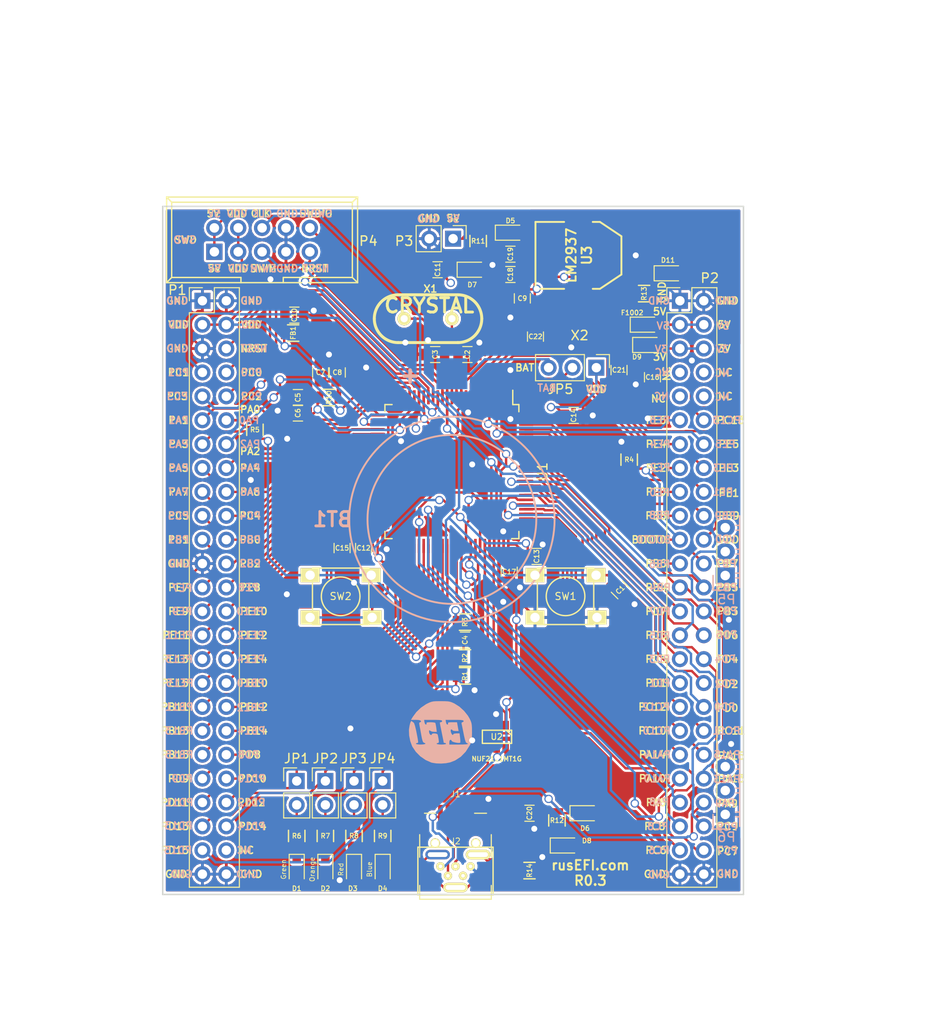
<source format=kicad_pcb>
(kicad_pcb (version 4) (host pcbnew 4.0.5)
  (title_block (date 2017-01-20) (rev R0.3) (company "rusEFI by Art_Electro"))
  (layers (0 F.Cu signal) (31 B.Cu signal) (34 B.Paste user) (35 F.Paste user) (36 B.SilkS user) (37 F.SilkS user) (38 B.Mask user) (39 F.Mask user) (44 Edge.Cuts user))
  (net 0 "")
  (net 1 /3V)
  (net 2 /5V)
  (net 3 /BOOT0)
  (net 4 /D+)
  (net 5 /D-)
  (net 6 /NRST)
  (net 7 /PA0)
  (net 8 /PA1)
  (net 9 /PA10)
  (net 10 /PA11)
  (net 11 /PA12)
  (net 12 /PA13)
  (net 13 /PA14)
  (net 14 /PA15)
  (net 15 /PA2)
  (net 16 /PA3)
  (net 17 /PA4)
  (net 18 /PA5)
  (net 19 /PA6)
  (net 20 /PA7)
  (net 21 /PA8)
  (net 22 /PB0)
  (net 23 /PB1)
  (net 24 /PB10)
  (net 25 /PB11)
  (net 26 /PB12)
  (net 27 /PB13)
  (net 28 /PB14)
  (net 29 /PB15)
  (net 30 /PB2)
  (net 31 /PB3)
  (net 32 /PB4)
  (net 33 /PB5)
  (net 34 /PB6)
  (net 35 /PB7)
  (net 36 /PB8)
  (net 37 /PB9)
  (net 38 /PC0)
  (net 39 /PC1)
  (net 40 /PC10)
  (net 41 /PC11)
  (net 42 /PC12)
  (net 43 /PC13)
  (net 44 /PC2)
  (net 45 /PC3)
  (net 46 /PC4)
  (net 47 /PC5)
  (net 48 /PC6)
  (net 49 /PC7)
  (net 50 /PC8)
  (net 51 /PC9)
  (net 52 /PD0)
  (net 53 /PD1)
  (net 54 /PD10)
  (net 55 /PD11)
  (net 56 /PD12)
  (net 57 /PD13)
  (net 58 /PD14)
  (net 59 /PD15)
  (net 60 /PD2)
  (net 61 /PD3)
  (net 62 /PD4)
  (net 63 /PD5)
  (net 64 /PD6)
  (net 65 /PD7)
  (net 66 /PD8)
  (net 67 /PD9)
  (net 68 /PE0)
  (net 69 /PE1)
  (net 70 /PE10)
  (net 71 /PE11)
  (net 72 /PE12)
  (net 73 /PE13)
  (net 74 /PE14)
  (net 75 /PE15)
  (net 76 /PE2)
  (net 77 /PE3)
  (net 78 /PE4)
  (net 79 /PE5)
  (net 80 /PE6)
  (net 81 /PE7)
  (net 82 /PE8)
  (net 83 /PE9)
  (net 84 /VDD)
  (net 85 GND)
  (net 86 "Net-(BT1-Pad1)")
  (net 87 "Net-(C2-Pad1)")
  (net 88 "Net-(C3-Pad1)")
  (net 89 "Net-(C4-Pad2)")
  (net 90 "Net-(C5-Pad2)")
  (net 91 "Net-(C7-Pad2)")
  (net 92 "Net-(C15-Pad1)")
  (net 93 "Net-(C17-Pad1)")
  (net 94 /Shield)
  (net 95 "Net-(C21-Pad2)")
  (net 96 "Net-(C22-Pad2)")
  (net 97 "Net-(D1-Pad1)")
  (net 98 "Net-(D2-Pad1)")
  (net 99 "Net-(D3-Pad1)")
  (net 100 "Net-(D4-Pad1)")
  (net 101 "Net-(D5-Pad1)")
  (net 102 "Net-(D7-Pad1)")
  (net 103 "Net-(D8-Pad1)")
  (net 104 "Net-(D11-Pad1)")
  (net 105 "Net-(JP1-Pad2)")
  (net 106 "Net-(JP2-Pad2)")
  (net 107 "Net-(JP3-Pad2)")
  (net 108 "Net-(JP4-Pad2)")
  (net 109 "Net-(JP5-Pad2)")
  (net 110 "Net-(R1-Pad1)")
  (net 111 /PA9)
  (module Pin_Headers:Pin_Header_Angled_1x03 (layer B.Cu) (at 147.066 148.082)
    (fp_text reference P6 (at 0.127 2.413) (layer B.SilkS) (effects (justify mirror)))
    (fp_text value CONN_01X03 hide)
    (pad 1 thru_hole rect (at 0 0) (size 2.032 1.7272) (drill 1.016) (layers *.Cu *.Mask) (net 85 GND))
    (pad 2 thru_hole oval (at 0 -2.54) (size 2.032 1.7272) (drill 1.016) (layers *.Cu *.Mask) (net 62 /PD4))
    (pad 3 thru_hole oval (at 0 -5.08) (size 2.032 1.7272) (drill 1.016) (layers *.Cu *.Mask) (net 31 /PB3))
  )
  (module Pin_Headers:Pin_Header_Angled_1x03 (layer B.Cu) (at 147.066 122.682)
    (fp_text reference P5 (at 0.127 2.54) (layer B.SilkS) (effects (justify mirror)))
    (fp_text value CONN_01X03 hide)
    (pad 1 thru_hole rect (at 0 0) (size 2.032 1.7272) (drill 1.016) (layers *.Cu *.Mask) (net 32 /PB4))
    (pad 2 thru_hole oval (at 0 -2.54) (size 2.032 1.7272) (drill 1.016) (layers *.Cu *.Mask) (net 33 /PB5))
    (pad 3 thru_hole oval (at 0 -5.08) (size 2.032 1.7272) (drill 1.016) (layers *.Cu *.Mask) (net 84 /VDD))
  )
  (module BATT_CR2032_MPD (layer B.Cu) (at 117.983 116.713 90)
    (fp_text reference BT1 (at 0 -12.7 360) (layer B.SilkS) (effects (font (thickness 0.3048)) (justify mirror)))
    (fp_text value BATTERY_CR2032 hide)
    (pad 1 smd rect (at 15.485 0 90) (size 3.29 3.29) (layers B.Cu B.Paste B.Mask) (net 86 "Net-(BT1-Pad1)"))
    (pad 2 smd rect (at -15.485 0 90) (size 3.29 3.29) (layers B.Cu B.Paste B.Mask) (net 85 GND))
  )
  (module SOT223 (layer F.Cu) (at 131.445 88.646 270)
    (fp_text reference U3 (at 0 -0.889 450) (layer F.SilkS) (effects (font (size 1.016 1.016) (thickness 0.2032))))
    (fp_text value LM2937 (at 0 0.762 270) (layer F.SilkS) (effects (font (size 1.016 1.016) (thickness 0.2032))))
    (pad 4 smd rect (at 0 -3.302 270) (size 3.6576 2.032) (layers F.Cu F.Paste F.Mask) (net 85 GND))
    (pad 2 smd rect (at 0 3.302 270) (size 1.016 2.032) (layers F.Cu F.Paste F.Mask) (net 85 GND))
    (pad 3 smd rect (at 2.286 3.302 270) (size 1.016 2.032) (layers F.Cu F.Paste F.Mask) (net 84 /VDD))
    (pad 1 smd rect (at -2.286 3.302 270) (size 1.016 2.032) (layers F.Cu F.Paste F.Mask) (net 2 /5V))
  )
  (module HC-49V (layer F.Cu) (at 115.443 95.377)
    (fp_text reference X1 (at 0.254 -3.175) (layer F.SilkS) (effects (font (size 0.762 0.762) (thickness 0.1524))))
    (fp_text value CRYSTAL (at 0.127 -1.397) (layer F.SilkS) (effects (font (thickness 0.3048))))
    (pad 1 thru_hole circle (at -2.54 0) (size 1.4224 1.4224) (drill 0.762) (layers *.Cu *.Mask F.SilkS) (net 88 "Net-(C3-Pad1)"))
    (pad 2 thru_hole circle (at 2.54 0) (size 1.4224 1.4224) (drill 0.762) (layers *.Cu *.Mask F.SilkS) (net 87 "Net-(C2-Pad1)"))
  )
  (module MC-306 (layer F.Cu) (at 131.572 95.377)
    (fp_text reference X2 (at 0 1.778) (layer F.SilkS))
    (fp_text value "CRYSTAL(MC306)" hide)
    (pad 1 smd rect (at -2.75 1.6) (size 1.3 1.9) (layers F.Cu F.Paste F.Mask) (net 95 "Net-(C21-Pad2)"))
    (pad 2 smd rect (at 2.75 1.6) (size 1.3 1.9) (layers F.Cu F.Paste F.Mask))
    (pad 3 smd rect (at 2.75 -1.6) (size 1.3 1.9) (layers F.Cu F.Paste F.Mask))
    (pad 4 smd rect (at -2.75 -1.6) (size 1.3 1.9) (layers F.Cu F.Paste F.Mask) (net 96 "Net-(C22-Pad2)"))
  )
  (module MINI-USB-5P-3400020P1 (layer F.Cu) (at 118.364 152.527)
    (fp_text reference J1 (at 0 -6.604) (layer F.SilkS) (effects (font (size 0.635 0.635) (thickness 0.0889))))
    (fp_text value MINI-USB-5P-3400020P1 hide)
    (pad 1 smd rect (at -1.6 -4.191) (size 0.508 2.54) (layers F.Cu F.Paste F.Mask) (net 111 /PA9))
    (pad 2 smd rect (at -0.8 -4.191) (size 0.508 2.54) (layers F.Cu F.Paste F.Mask) (net 5 /D-))
    (pad 3 smd rect (at 0 -4.191) (size 0.508 2.54) (layers F.Cu F.Paste F.Mask) (net 4 /D+))
    (pad 4 smd rect (at 0.8 -4.191) (size 0.508 2.54) (layers F.Cu F.Paste F.Mask))
    (pad 5 smd rect (at 1.6 -4.191) (size 0.508 2.54) (layers F.Cu F.Paste F.Mask) (net 85 GND))
    (pad 6 smd rect (at -4.5 1.603 90) (size 2.794 2) (layers F.Cu F.Paste F.Mask) (net 94 /Shield))
    (pad 6 smd rect (at 4.5 1.603 90) (size 2.794 2) (layers F.Cu F.Paste F.Mask) (net 94 /Shield))
    (pad 6 smd rect (at -4.5 -3.897 90) (size 2.794 2) (layers F.Cu F.Paste F.Mask) (net 94 /Shield))
    (pad 6 smd rect (at 4.5 -3.897 90) (size 2.794 2) (layers F.Cu F.Paste F.Mask) (net 94 /Shield))
    (pad "" thru_hole circle (at -2.159 -1.397 90) (size 1.016 1.016) (drill 0.762) (layers *.Cu *.Mask F.SilkS))
    (pad "" thru_hole circle (at 2.159 -1.397 90) (size 1.016 1.016) (drill 0.762) (layers *.Cu *.Mask F.SilkS))
  )
  (module SOT-457 (layer F.Cu) (at 122.746 139.827 180)
    (fp_text reference U2 (at 0 0 180) (layer F.SilkS) (effects (font (size 0.635 0.635) (thickness 0.10922))))
    (fp_text value NUF2101MT1G (at 0 -2.3495 180) (layer F.SilkS) (effects (font (size 0.50038 0.50038) (thickness 0.10922))))
    (pad 1 smd rect (at -0.95 1.2 180) (size 0.7 1) (layers F.Cu F.Paste F.Mask) (net 11 /PA12))
    (pad 2 smd rect (at 0 1.2 180) (size 0.7 1) (layers F.Cu F.Paste F.Mask) (net 85 GND))
    (pad 3 smd rect (at 0.95 1.2 180) (size 0.7 1) (layers F.Cu F.Paste F.Mask) (net 10 /PA11))
    (pad 4 smd rect (at 0.95 -1.2 180) (size 0.7 1) (layers F.Cu F.Paste F.Mask) (net 5 /D-))
    (pad 5 smd rect (at 0 -1.2 180) (size 0.7 1) (layers F.Cu F.Paste F.Mask) (net 111 /PA9))
    (pad 6 smd rect (at -0.95 -1.2 180) (size 0.7 1) (layers F.Cu F.Paste F.Mask) (net 4 /D+))
  )
  (module TL-1105 (layer F.Cu) (at 130.073 124.892)
    (fp_text reference SW1 (at 0 0) (layer F.SilkS) (effects (font (size 0.762 0.762) (thickness 0.10922))))
    (fp_text value SW_PUSH hide)
    (pad 1 thru_hole rect (at -3.25 -2.25) (size 2 1.5) (drill 1) (layers *.Cu *.Mask F.SilkS) (net 6 /NRST))
    (pad 1 thru_hole rect (at 3.25 -2.25) (size 2 1.5) (drill 1) (layers *.Cu *.Mask F.SilkS) (net 6 /NRST))
    (pad 2 thru_hole rect (at 3.35 2.25) (size 2 1.5) (drill 1) (layers *.Cu *.Mask F.SilkS) (net 85 GND))
    (pad 2 thru_hole rect (at -3.25 2.25) (size 2 1.5) (drill 1) (layers *.Cu *.Mask F.SilkS) (net 85 GND))
  )
  (module TL-1105 (layer F.Cu) (at 106.147 124.892)
    (fp_text reference SW2 (at 0 0) (layer F.SilkS) (effects (font (size 0.762 0.762) (thickness 0.10922))))
    (fp_text value SW_PUSH hide)
    (pad 1 thru_hole rect (at -3.25 -2.25) (size 2 1.5) (drill 1) (layers *.Cu *.Mask F.SilkS) (net 110 "Net-(R1-Pad1)"))
    (pad 1 thru_hole rect (at 3.25 -2.25) (size 2 1.5) (drill 1) (layers *.Cu *.Mask F.SilkS) (net 110 "Net-(R1-Pad1)"))
    (pad 2 thru_hole rect (at 3.35 2.25) (size 2 1.5) (drill 1) (layers *.Cu *.Mask F.SilkS) (net 84 /VDD))
    (pad 2 thru_hole rect (at -3.25 2.25) (size 2 1.5) (drill 1) (layers *.Cu *.Mask F.SilkS) (net 84 /VDD))
  )
  (module LOGO_F (layer B.Cu) (at 116.7765 139.3825)
    (fp_text reference G1 hide)
    (fp_text value LOGO hide)
  )
  (module MINI-USB_RCTP_V-T_B (layer F.Cu) (at 118.364 154.102)
    (fp_text reference J2 (at 0 -3.175) (layer F.SilkS) (effects (font (size 0.635 0.635) (thickness 0.0889))))
    (fp_text value MINI-USB-5P-3400020P1V hide)
    (pad 1 thru_hole circle (at -1.6 -0.5) (size 0.889 0.889) (drill 0.381) (layers *.Cu *.Mask F.SilkS) (net 111 /PA9))
    (pad 2 thru_hole circle (at -0.8 0.5) (size 0.889 0.889) (drill 0.381) (layers *.Cu *.Mask F.SilkS) (net 5 /D-))
    (pad 3 thru_hole circle (at 0 -0.5) (size 0.889 0.889) (drill 0.381) (layers *.Cu *.Mask F.SilkS) (net 4 /D+))
    (pad 4 thru_hole circle (at 0.8 0.5) (size 0.889 0.889) (drill 0.381) (layers *.Cu *.Mask F.SilkS))
    (pad 5 thru_hole circle (at 1.6 -0.5) (size 0.889 0.889) (drill 0.381) (layers *.Cu *.Mask F.SilkS) (net 85 GND))
    (pad 6 thru_hole oval (at 0 1.75 90) (size 1.016 2.6162) (drill oval 0.508 2.1082) (layers *.Cu *.Mask F.SilkS) (net 94 /Shield))
    (pad 6 thru_hole oval (at -1.9 -1.75 90) (size 1.016 2.6162) (drill oval 0.508 2.1082) (layers *.Cu *.Mask) (net 94 /Shield))
    (pad 6 thru_hole oval (at 2.4 -1.75 90) (size 1.016 2.6162) (drill oval 0.508 2.1082) (layers *.Cu *.Mask F.SilkS) (net 94 /Shield))
  )
  (module Connect:IDC_Header_Straight_10pins (layer F.Cu) (at 92.71 88.265)
    (fp_text reference P4 (at 16.383 -1.143) (layer F.SilkS))
    (fp_text value CONN_02X05 hide)
    (pad 1 thru_hole rect (at 0 0) (size 1.7272 1.7272) (drill 1.016) (layers *.Cu *.Mask) (net 2 /5V))
    (pad 2 thru_hole oval (at 0 -2.54) (size 1.7272 1.7272) (drill 1.016) (layers *.Cu *.Mask) (net 2 /5V))
    (pad 3 thru_hole oval (at 2.54 0) (size 1.7272 1.7272) (drill 1.016) (layers *.Cu *.Mask) (net 84 /VDD))
    (pad 4 thru_hole oval (at 2.54 -2.54) (size 1.7272 1.7272) (drill 1.016) (layers *.Cu *.Mask) (net 84 /VDD))
    (pad 5 thru_hole oval (at 5.08 0) (size 1.7272 1.7272) (drill 1.016) (layers *.Cu *.Mask) (net 31 /PB3))
    (pad 6 thru_hole oval (at 5.08 -2.54) (size 1.7272 1.7272) (drill 1.016) (layers *.Cu *.Mask) (net 13 /PA14))
    (pad 7 thru_hole oval (at 7.62 0) (size 1.7272 1.7272) (drill 1.016) (layers *.Cu *.Mask) (net 85 GND))
    (pad 8 thru_hole oval (at 7.62 -2.54) (size 1.7272 1.7272) (drill 1.016) (layers *.Cu *.Mask) (net 85 GND))
    (pad 9 thru_hole oval (at 10.16 0) (size 1.7272 1.7272) (drill 1.016) (layers *.Cu *.Mask) (net 6 /NRST))
    (pad 10 thru_hole oval (at 10.16 -2.54) (size 1.7272 1.7272) (drill 1.016) (layers *.Cu *.Mask) (net 12 /PA13))
  )
  (module Pin_Headers:Pin_Header_Straight_1x02_Pitch2.54mm (layer F.Cu) (at 101.473 144.526)
    (fp_text reference JP1 (at 0 -2.39) (layer F.SilkS))
    (fp_text value JUMPER hide)
    (pad 1 thru_hole rect (at 0 0) (size 1.7 1.7) (drill 1) (layers *.Cu *.Mask) (net 56 /PD12))
    (pad 2 thru_hole oval (at 0 2.54) (size 1.7 1.7) (drill 1) (layers *.Cu *.Mask) (net 105 "Net-(JP1-Pad2)"))
  )
  (module Pin_Headers:Pin_Header_Straight_1x02_Pitch2.54mm (layer F.Cu) (at 104.521 144.526)
    (fp_text reference JP2 (at 0 -2.39) (layer F.SilkS))
    (fp_text value JUMPER hide)
    (pad 1 thru_hole rect (at 0 0) (size 1.7 1.7) (drill 1) (layers *.Cu *.Mask) (net 57 /PD13))
    (pad 2 thru_hole oval (at 0 2.54) (size 1.7 1.7) (drill 1) (layers *.Cu *.Mask) (net 106 "Net-(JP2-Pad2)"))
  )
  (module Pin_Headers:Pin_Header_Straight_1x02_Pitch2.54mm (layer F.Cu) (at 107.569 144.526)
    (fp_text reference JP3 (at 0 -2.39) (layer F.SilkS))
    (fp_text value JUMPER hide)
    (pad 1 thru_hole rect (at 0 0) (size 1.7 1.7) (drill 1) (layers *.Cu *.Mask) (net 58 /PD14))
    (pad 2 thru_hole oval (at 0 2.54) (size 1.7 1.7) (drill 1) (layers *.Cu *.Mask) (net 107 "Net-(JP3-Pad2)"))
  )
  (module Pin_Headers:Pin_Header_Straight_1x02_Pitch2.54mm (layer F.Cu) (at 110.617 144.526)
    (fp_text reference JP4 (at 0 -2.39) (layer F.SilkS))
    (fp_text value JUMPER hide)
    (pad 1 thru_hole rect (at 0 0) (size 1.7 1.7) (drill 1) (layers *.Cu *.Mask) (net 59 /PD15))
    (pad 2 thru_hole oval (at 0 2.54) (size 1.7 1.7) (drill 1) (layers *.Cu *.Mask) (net 108 "Net-(JP4-Pad2)"))
  )
  (module Pin_Headers:Pin_Header_Straight_1x03_Pitch2.54mm (layer F.Cu) (at 133.35 100.584 270)
    (fp_text reference JP5 (at 2.286 3.81 360) (layer F.SilkS))
    (fp_text value JUMPER3 hide)
    (pad 1 thru_hole rect (at 0 0 270) (size 1.7 1.7) (drill 1) (layers *.Cu *.Mask) (net 84 /VDD))
    (pad 2 thru_hole oval (at 0 2.54 270) (size 1.7 1.7) (drill 1) (layers *.Cu *.Mask) (net 109 "Net-(JP5-Pad2)"))
    (pad 3 thru_hole oval (at 0 5.08 270) (size 1.7 1.7) (drill 1) (layers *.Cu *.Mask) (net 86 "Net-(BT1-Pad1)"))
  )
  (module Pin_Headers:Pin_Header_Straight_2x25_Pitch2.54mm (layer F.Cu) (at 91.44 93.472)
    (fp_text reference P1 (at -2.667 -1.143) (layer F.SilkS))
    (fp_text value CONN_25X2 hide)
    (pad 1 thru_hole rect (at 0 0) (size 1.7 1.7) (drill 1) (layers *.Cu *.Mask) (net 85 GND))
    (pad 2 thru_hole oval (at 2.54 0) (size 1.7 1.7) (drill 1) (layers *.Cu *.Mask) (net 85 GND))
    (pad 3 thru_hole oval (at 0 2.54) (size 1.7 1.7) (drill 1) (layers *.Cu *.Mask) (net 84 /VDD))
    (pad 4 thru_hole oval (at 2.54 2.54) (size 1.7 1.7) (drill 1) (layers *.Cu *.Mask) (net 84 /VDD))
    (pad 5 thru_hole oval (at 0 5.08) (size 1.7 1.7) (drill 1) (layers *.Cu *.Mask) (net 85 GND))
    (pad 6 thru_hole oval (at 2.54 5.08) (size 1.7 1.7) (drill 1) (layers *.Cu *.Mask) (net 6 /NRST))
    (pad 7 thru_hole oval (at 0 7.62) (size 1.7 1.7) (drill 1) (layers *.Cu *.Mask) (net 39 /PC1))
    (pad 8 thru_hole oval (at 2.54 7.62) (size 1.7 1.7) (drill 1) (layers *.Cu *.Mask) (net 38 /PC0))
    (pad 9 thru_hole oval (at 0 10.16) (size 1.7 1.7) (drill 1) (layers *.Cu *.Mask) (net 45 /PC3))
    (pad 10 thru_hole oval (at 2.54 10.16) (size 1.7 1.7) (drill 1) (layers *.Cu *.Mask) (net 44 /PC2))
    (pad 11 thru_hole oval (at 0 12.7) (size 1.7 1.7) (drill 1) (layers *.Cu *.Mask) (net 8 /PA1))
    (pad 12 thru_hole oval (at 2.54 12.7) (size 1.7 1.7) (drill 1) (layers *.Cu *.Mask) (net 7 /PA0))
    (pad 13 thru_hole oval (at 0 15.24) (size 1.7 1.7) (drill 1) (layers *.Cu *.Mask) (net 16 /PA3))
    (pad 14 thru_hole oval (at 2.54 15.24) (size 1.7 1.7) (drill 1) (layers *.Cu *.Mask) (net 15 /PA2))
    (pad 15 thru_hole oval (at 0 17.78) (size 1.7 1.7) (drill 1) (layers *.Cu *.Mask) (net 18 /PA5))
    (pad 16 thru_hole oval (at 2.54 17.78) (size 1.7 1.7) (drill 1) (layers *.Cu *.Mask) (net 17 /PA4))
    (pad 17 thru_hole oval (at 0 20.32) (size 1.7 1.7) (drill 1) (layers *.Cu *.Mask) (net 20 /PA7))
    (pad 18 thru_hole oval (at 2.54 20.32) (size 1.7 1.7) (drill 1) (layers *.Cu *.Mask) (net 19 /PA6))
    (pad 19 thru_hole oval (at 0 22.86) (size 1.7 1.7) (drill 1) (layers *.Cu *.Mask) (net 47 /PC5))
    (pad 20 thru_hole oval (at 2.54 22.86) (size 1.7 1.7) (drill 1) (layers *.Cu *.Mask) (net 46 /PC4))
    (pad 21 thru_hole oval (at 0 25.4) (size 1.7 1.7) (drill 1) (layers *.Cu *.Mask) (net 23 /PB1))
    (pad 22 thru_hole oval (at 2.54 25.4) (size 1.7 1.7) (drill 1) (layers *.Cu *.Mask) (net 22 /PB0))
    (pad 23 thru_hole oval (at 0 27.94) (size 1.7 1.7) (drill 1) (layers *.Cu *.Mask) (net 85 GND))
    (pad 24 thru_hole oval (at 2.54 27.94) (size 1.7 1.7) (drill 1) (layers *.Cu *.Mask) (net 30 /PB2))
    (pad 25 thru_hole oval (at 0 30.48) (size 1.7 1.7) (drill 1) (layers *.Cu *.Mask) (net 81 /PE7))
    (pad 26 thru_hole oval (at 2.54 30.48) (size 1.7 1.7) (drill 1) (layers *.Cu *.Mask) (net 82 /PE8))
    (pad 27 thru_hole oval (at 0 33.02) (size 1.7 1.7) (drill 1) (layers *.Cu *.Mask) (net 83 /PE9))
    (pad 28 thru_hole oval (at 2.54 33.02) (size 1.7 1.7) (drill 1) (layers *.Cu *.Mask) (net 70 /PE10))
    (pad 29 thru_hole oval (at 0 35.56) (size 1.7 1.7) (drill 1) (layers *.Cu *.Mask) (net 71 /PE11))
    (pad 30 thru_hole oval (at 2.54 35.56) (size 1.7 1.7) (drill 1) (layers *.Cu *.Mask) (net 72 /PE12))
    (pad 31 thru_hole oval (at 0 38.1) (size 1.7 1.7) (drill 1) (layers *.Cu *.Mask) (net 73 /PE13))
    (pad 32 thru_hole oval (at 2.54 38.1) (size 1.7 1.7) (drill 1) (layers *.Cu *.Mask) (net 74 /PE14))
    (pad 33 thru_hole oval (at 0 40.64) (size 1.7 1.7) (drill 1) (layers *.Cu *.Mask) (net 75 /PE15))
    (pad 34 thru_hole oval (at 2.54 40.64) (size 1.7 1.7) (drill 1) (layers *.Cu *.Mask) (net 24 /PB10))
    (pad 35 thru_hole oval (at 0 43.18) (size 1.7 1.7) (drill 1) (layers *.Cu *.Mask) (net 25 /PB11))
    (pad 36 thru_hole oval (at 2.54 43.18) (size 1.7 1.7) (drill 1) (layers *.Cu *.Mask) (net 26 /PB12))
    (pad 37 thru_hole oval (at 0 45.72) (size 1.7 1.7) (drill 1) (layers *.Cu *.Mask) (net 27 /PB13))
    (pad 38 thru_hole oval (at 2.54 45.72) (size 1.7 1.7) (drill 1) (layers *.Cu *.Mask) (net 28 /PB14))
    (pad 39 thru_hole oval (at 0 48.26) (size 1.7 1.7) (drill 1) (layers *.Cu *.Mask) (net 29 /PB15))
    (pad 40 thru_hole oval (at 2.54 48.26) (size 1.7 1.7) (drill 1) (layers *.Cu *.Mask) (net 66 /PD8))
    (pad 41 thru_hole oval (at 0 50.8) (size 1.7 1.7) (drill 1) (layers *.Cu *.Mask) (net 67 /PD9))
    (pad 42 thru_hole oval (at 2.54 50.8) (size 1.7 1.7) (drill 1) (layers *.Cu *.Mask) (net 54 /PD10))
    (pad 43 thru_hole oval (at 0 53.34) (size 1.7 1.7) (drill 1) (layers *.Cu *.Mask) (net 55 /PD11))
    (pad 44 thru_hole oval (at 2.54 53.34) (size 1.7 1.7) (drill 1) (layers *.Cu *.Mask) (net 56 /PD12))
    (pad 45 thru_hole oval (at 0 55.88) (size 1.7 1.7) (drill 1) (layers *.Cu *.Mask) (net 57 /PD13))
    (pad 46 thru_hole oval (at 2.54 55.88) (size 1.7 1.7) (drill 1) (layers *.Cu *.Mask) (net 58 /PD14))
    (pad 47 thru_hole oval (at 0 58.42) (size 1.7 1.7) (drill 1) (layers *.Cu *.Mask) (net 59 /PD15))
    (pad 48 thru_hole oval (at 2.54 58.42) (size 1.7 1.7) (drill 1) (layers *.Cu *.Mask))
    (pad 49 thru_hole oval (at 0 60.96) (size 1.7 1.7) (drill 1) (layers *.Cu *.Mask) (net 85 GND))
    (pad 50 thru_hole oval (at 2.54 60.96) (size 1.7 1.7) (drill 1) (layers *.Cu *.Mask) (net 85 GND))
  )
  (module Pin_Headers:Pin_Header_Straight_2x25_Pitch2.54mm (layer F.Cu) (at 142.24 93.472)
    (fp_text reference P2 (at 3.175 -2.413) (layer F.SilkS))
    (fp_text value CONN_25X2 hide)
    (pad 1 thru_hole rect (at 0 0) (size 1.7 1.7) (drill 1) (layers *.Cu *.Mask) (net 85 GND))
    (pad 2 thru_hole oval (at 2.54 0) (size 1.7 1.7) (drill 1) (layers *.Cu *.Mask) (net 85 GND))
    (pad 3 thru_hole oval (at 0 2.54) (size 1.7 1.7) (drill 1) (layers *.Cu *.Mask) (net 2 /5V))
    (pad 4 thru_hole oval (at 2.54 2.54) (size 1.7 1.7) (drill 1) (layers *.Cu *.Mask) (net 2 /5V))
    (pad 5 thru_hole oval (at 0 5.08) (size 1.7 1.7) (drill 1) (layers *.Cu *.Mask) (net 1 /3V))
    (pad 6 thru_hole oval (at 2.54 5.08) (size 1.7 1.7) (drill 1) (layers *.Cu *.Mask) (net 1 /3V))
    (pad 7 thru_hole oval (at 0 7.62) (size 1.7 1.7) (drill 1) (layers *.Cu *.Mask))
    (pad 8 thru_hole oval (at 2.54 7.62) (size 1.7 1.7) (drill 1) (layers *.Cu *.Mask))
    (pad 9 thru_hole oval (at 0 10.16) (size 1.7 1.7) (drill 1) (layers *.Cu *.Mask))
    (pad 10 thru_hole oval (at 2.54 10.16) (size 1.7 1.7) (drill 1) (layers *.Cu *.Mask))
    (pad 11 thru_hole oval (at 0 12.7) (size 1.7 1.7) (drill 1) (layers *.Cu *.Mask) (net 80 /PE6))
    (pad 12 thru_hole oval (at 2.54 12.7) (size 1.7 1.7) (drill 1) (layers *.Cu *.Mask) (net 43 /PC13))
    (pad 13 thru_hole oval (at 0 15.24) (size 1.7 1.7) (drill 1) (layers *.Cu *.Mask) (net 78 /PE4))
    (pad 14 thru_hole oval (at 2.54 15.24) (size 1.7 1.7) (drill 1) (layers *.Cu *.Mask) (net 79 /PE5))
    (pad 15 thru_hole oval (at 0 17.78) (size 1.7 1.7) (drill 1) (layers *.Cu *.Mask) (net 76 /PE2))
    (pad 16 thru_hole oval (at 2.54 17.78) (size 1.7 1.7) (drill 1) (layers *.Cu *.Mask) (net 77 /PE3))
    (pad 17 thru_hole oval (at 0 20.32) (size 1.7 1.7) (drill 1) (layers *.Cu *.Mask) (net 68 /PE0))
    (pad 18 thru_hole oval (at 2.54 20.32) (size 1.7 1.7) (drill 1) (layers *.Cu *.Mask) (net 69 /PE1))
    (pad 19 thru_hole oval (at 0 22.86) (size 1.7 1.7) (drill 1) (layers *.Cu *.Mask) (net 36 /PB8))
    (pad 20 thru_hole oval (at 2.54 22.86) (size 1.7 1.7) (drill 1) (layers *.Cu *.Mask) (net 37 /PB9))
    (pad 21 thru_hole oval (at 0 25.4) (size 1.7 1.7) (drill 1) (layers *.Cu *.Mask) (net 3 /BOOT0))
    (pad 22 thru_hole oval (at 2.54 25.4) (size 1.7 1.7) (drill 1) (layers *.Cu *.Mask) (net 84 /VDD))
    (pad 23 thru_hole oval (at 0 27.94) (size 1.7 1.7) (drill 1) (layers *.Cu *.Mask) (net 34 /PB6))
    (pad 24 thru_hole oval (at 2.54 27.94) (size 1.7 1.7) (drill 1) (layers *.Cu *.Mask) (net 35 /PB7))
    (pad 25 thru_hole oval (at 0 30.48) (size 1.7 1.7) (drill 1) (layers *.Cu *.Mask) (net 32 /PB4))
    (pad 26 thru_hole oval (at 2.54 30.48) (size 1.7 1.7) (drill 1) (layers *.Cu *.Mask) (net 33 /PB5))
    (pad 27 thru_hole oval (at 0 33.02) (size 1.7 1.7) (drill 1) (layers *.Cu *.Mask) (net 65 /PD7))
    (pad 28 thru_hole oval (at 2.54 33.02) (size 1.7 1.7) (drill 1) (layers *.Cu *.Mask) (net 31 /PB3))
    (pad 29 thru_hole oval (at 0 35.56) (size 1.7 1.7) (drill 1) (layers *.Cu *.Mask) (net 63 /PD5))
    (pad 30 thru_hole oval (at 2.54 35.56) (size 1.7 1.7) (drill 1) (layers *.Cu *.Mask) (net 64 /PD6))
    (pad 31 thru_hole oval (at 0 38.1) (size 1.7 1.7) (drill 1) (layers *.Cu *.Mask) (net 61 /PD3))
    (pad 32 thru_hole oval (at 2.54 38.1) (size 1.7 1.7) (drill 1) (layers *.Cu *.Mask) (net 62 /PD4))
    (pad 33 thru_hole oval (at 0 40.64) (size 1.7 1.7) (drill 1) (layers *.Cu *.Mask) (net 53 /PD1))
    (pad 34 thru_hole oval (at 2.54 40.64) (size 1.7 1.7) (drill 1) (layers *.Cu *.Mask) (net 60 /PD2))
    (pad 35 thru_hole oval (at 0 43.18) (size 1.7 1.7) (drill 1) (layers *.Cu *.Mask) (net 42 /PC12))
    (pad 36 thru_hole oval (at 2.54 43.18) (size 1.7 1.7) (drill 1) (layers *.Cu *.Mask) (net 52 /PD0))
    (pad 37 thru_hole oval (at 0 45.72) (size 1.7 1.7) (drill 1) (layers *.Cu *.Mask) (net 40 /PC10))
    (pad 38 thru_hole oval (at 2.54 45.72) (size 1.7 1.7) (drill 1) (layers *.Cu *.Mask) (net 41 /PC11))
    (pad 39 thru_hole oval (at 0 48.26) (size 1.7 1.7) (drill 1) (layers *.Cu *.Mask) (net 13 /PA14))
    (pad 40 thru_hole oval (at 2.54 48.26) (size 1.7 1.7) (drill 1) (layers *.Cu *.Mask) (net 14 /PA15))
    (pad 41 thru_hole oval (at 0 50.8) (size 1.7 1.7) (drill 1) (layers *.Cu *.Mask) (net 9 /PA10))
    (pad 42 thru_hole oval (at 2.54 50.8) (size 1.7 1.7) (drill 1) (layers *.Cu *.Mask) (net 12 /PA13))
    (pad 43 thru_hole oval (at 0 53.34) (size 1.7 1.7) (drill 1) (layers *.Cu *.Mask) (net 21 /PA8))
    (pad 44 thru_hole oval (at 2.54 53.34) (size 1.7 1.7) (drill 1) (layers *.Cu *.Mask) (net 111 /PA9))
    (pad 45 thru_hole oval (at 0 55.88) (size 1.7 1.7) (drill 1) (layers *.Cu *.Mask) (net 50 /PC8))
    (pad 46 thru_hole oval (at 2.54 55.88) (size 1.7 1.7) (drill 1) (layers *.Cu *.Mask) (net 51 /PC9))
    (pad 47 thru_hole oval (at 0 58.42) (size 1.7 1.7) (drill 1) (layers *.Cu *.Mask) (net 48 /PC6))
    (pad 48 thru_hole oval (at 2.54 58.42) (size 1.7 1.7) (drill 1) (layers *.Cu *.Mask) (net 49 /PC7))
    (pad 49 thru_hole oval (at 0 60.96) (size 1.7 1.7) (drill 1) (layers *.Cu *.Mask) (net 85 GND))
    (pad 50 thru_hole oval (at 2.54 60.96) (size 1.7 1.7) (drill 1) (layers *.Cu *.Mask) (net 85 GND))
  )
  (module Pin_Headers:Pin_Header_Straight_1x02_Pitch2.54mm (layer F.Cu) (at 118.11 86.868 270)
    (fp_text reference P3 (at 0.254 5.207 360) (layer F.SilkS))
    (fp_text value CONN_2 hide)
    (pad 1 thru_hole rect (at 0 0 270) (size 1.7 1.7) (drill 1) (layers *.Cu *.Mask) (net 101 "Net-(D5-Pad1)"))
    (pad 2 thru_hole oval (at 0 2.54 270) (size 1.7 1.7) (drill 1) (layers *.Cu *.Mask) (net 85 GND))
  )
  (module Housings_QFP:LQFP-100_14x14mm_Pitch0.5mm (layer F.Cu) (at 117.983 111.633 270)
    (fp_text reference U1 (at 0 -9.65 270) (layer F.SilkS))
    (fp_text value STM32F407VG hide)
    (pad 1 smd rect (at -7.9 -6 270) (size 1.5 0.28) (layers F.Cu F.Paste F.Mask) (net 76 /PE2))
    (pad 2 smd rect (at -7.9 -5.5 270) (size 1.5 0.28) (layers F.Cu F.Paste F.Mask) (net 77 /PE3))
    (pad 3 smd rect (at -7.9 -5 270) (size 1.5 0.28) (layers F.Cu F.Paste F.Mask) (net 78 /PE4))
    (pad 4 smd rect (at -7.9 -4.5 270) (size 1.5 0.28) (layers F.Cu F.Paste F.Mask) (net 79 /PE5))
    (pad 5 smd rect (at -7.9 -4 270) (size 1.5 0.28) (layers F.Cu F.Paste F.Mask) (net 80 /PE6))
    (pad 6 smd rect (at -7.9 -3.5 270) (size 1.5 0.28) (layers F.Cu F.Paste F.Mask) (net 109 "Net-(JP5-Pad2)"))
    (pad 7 smd rect (at -7.9 -3 270) (size 1.5 0.28) (layers F.Cu F.Paste F.Mask) (net 43 /PC13))
    (pad 8 smd rect (at -7.9 -2.5 270) (size 1.5 0.28) (layers F.Cu F.Paste F.Mask) (net 95 "Net-(C21-Pad2)"))
    (pad 9 smd rect (at -7.9 -2 270) (size 1.5 0.28) (layers F.Cu F.Paste F.Mask) (net 96 "Net-(C22-Pad2)"))
    (pad 10 smd rect (at -7.9 -1.5 270) (size 1.5 0.28) (layers F.Cu F.Paste F.Mask) (net 85 GND))
    (pad 11 smd rect (at -7.9 -1 270) (size 1.5 0.28) (layers F.Cu F.Paste F.Mask) (net 84 /VDD))
    (pad 12 smd rect (at -7.9 -0.5 270) (size 1.5 0.28) (layers F.Cu F.Paste F.Mask) (net 87 "Net-(C2-Pad1)"))
    (pad 13 smd rect (at -7.9 0 270) (size 1.5 0.28) (layers F.Cu F.Paste F.Mask) (net 88 "Net-(C3-Pad1)"))
    (pad 14 smd rect (at -7.9 0.5 270) (size 1.5 0.28) (layers F.Cu F.Paste F.Mask) (net 6 /NRST))
    (pad 15 smd rect (at -7.9 1 270) (size 1.5 0.28) (layers F.Cu F.Paste F.Mask) (net 38 /PC0))
    (pad 16 smd rect (at -7.9 1.5 270) (size 1.5 0.28) (layers F.Cu F.Paste F.Mask) (net 39 /PC1))
    (pad 17 smd rect (at -7.9 2 270) (size 1.5 0.28) (layers F.Cu F.Paste F.Mask) (net 44 /PC2))
    (pad 18 smd rect (at -7.9 2.5 270) (size 1.5 0.28) (layers F.Cu F.Paste F.Mask) (net 45 /PC3))
    (pad 19 smd rect (at -7.9 3 270) (size 1.5 0.28) (layers F.Cu F.Paste F.Mask) (net 84 /VDD))
    (pad 20 smd rect (at -7.9 3.5 270) (size 1.5 0.28) (layers F.Cu F.Paste F.Mask) (net 85 GND))
    (pad 21 smd rect (at -7.9 4 270) (size 1.5 0.28) (layers F.Cu F.Paste F.Mask) (net 90 "Net-(C5-Pad2)"))
    (pad 22 smd rect (at -7.9 4.5 270) (size 1.5 0.28) (layers F.Cu F.Paste F.Mask) (net 91 "Net-(C7-Pad2)"))
    (pad 23 smd rect (at -7.9 5 270) (size 1.5 0.28) (layers F.Cu F.Paste F.Mask) (net 7 /PA0))
    (pad 24 smd rect (at -7.9 5.5 270) (size 1.5 0.28) (layers F.Cu F.Paste F.Mask) (net 8 /PA1))
    (pad 25 smd rect (at -7.9 6 270) (size 1.5 0.28) (layers F.Cu F.Paste F.Mask) (net 15 /PA2))
    (pad 26 smd rect (at -6 7.9) (size 1.5 0.28) (layers F.Cu F.Paste F.Mask) (net 16 /PA3))
    (pad 27 smd rect (at -5.5 7.9) (size 1.5 0.28) (layers F.Cu F.Paste F.Mask) (net 85 GND))
    (pad 28 smd rect (at -5 7.9) (size 1.5 0.28) (layers F.Cu F.Paste F.Mask) (net 84 /VDD))
    (pad 29 smd rect (at -4.5 7.9) (size 1.5 0.28) (layers F.Cu F.Paste F.Mask) (net 17 /PA4))
    (pad 30 smd rect (at -4 7.9) (size 1.5 0.28) (layers F.Cu F.Paste F.Mask) (net 18 /PA5))
    (pad 31 smd rect (at -3.5 7.9) (size 1.5 0.28) (layers F.Cu F.Paste F.Mask) (net 19 /PA6))
    (pad 32 smd rect (at -3 7.9) (size 1.5 0.28) (layers F.Cu F.Paste F.Mask) (net 20 /PA7))
    (pad 33 smd rect (at -2.5 7.9) (size 1.5 0.28) (layers F.Cu F.Paste F.Mask) (net 46 /PC4))
    (pad 34 smd rect (at -2 7.9) (size 1.5 0.28) (layers F.Cu F.Paste F.Mask) (net 47 /PC5))
    (pad 35 smd rect (at -1.5 7.9) (size 1.5 0.28) (layers F.Cu F.Paste F.Mask) (net 22 /PB0))
    (pad 36 smd rect (at -1 7.9) (size 1.5 0.28) (layers F.Cu F.Paste F.Mask) (net 23 /PB1))
    (pad 37 smd rect (at -0.5 7.9) (size 1.5 0.28) (layers F.Cu F.Paste F.Mask) (net 30 /PB2))
    (pad 38 smd rect (at 0 7.9) (size 1.5 0.28) (layers F.Cu F.Paste F.Mask) (net 81 /PE7))
    (pad 39 smd rect (at 0.5 7.9) (size 1.5 0.28) (layers F.Cu F.Paste F.Mask) (net 82 /PE8))
    (pad 40 smd rect (at 1 7.9) (size 1.5 0.28) (layers F.Cu F.Paste F.Mask) (net 83 /PE9))
    (pad 41 smd rect (at 1.5 7.9) (size 1.5 0.28) (layers F.Cu F.Paste F.Mask) (net 70 /PE10))
    (pad 42 smd rect (at 2 7.9) (size 1.5 0.28) (layers F.Cu F.Paste F.Mask) (net 71 /PE11))
    (pad 43 smd rect (at 2.5 7.9) (size 1.5 0.28) (layers F.Cu F.Paste F.Mask) (net 72 /PE12))
    (pad 44 smd rect (at 3 7.9) (size 1.5 0.28) (layers F.Cu F.Paste F.Mask) (net 73 /PE13))
    (pad 45 smd rect (at 3.5 7.9) (size 1.5 0.28) (layers F.Cu F.Paste F.Mask) (net 74 /PE14))
    (pad 46 smd rect (at 4 7.9) (size 1.5 0.28) (layers F.Cu F.Paste F.Mask) (net 75 /PE15))
    (pad 47 smd rect (at 4.5 7.9) (size 1.5 0.28) (layers F.Cu F.Paste F.Mask) (net 24 /PB10))
    (pad 48 smd rect (at 5 7.9) (size 1.5 0.28) (layers F.Cu F.Paste F.Mask) (net 25 /PB11))
    (pad 49 smd rect (at 5.5 7.9) (size 1.5 0.28) (layers F.Cu F.Paste F.Mask) (net 92 "Net-(C15-Pad1)"))
    (pad 50 smd rect (at 6 7.9) (size 1.5 0.28) (layers F.Cu F.Paste F.Mask) (net 84 /VDD))
    (pad 51 smd rect (at 7.9 6 270) (size 1.5 0.28) (layers F.Cu F.Paste F.Mask) (net 26 /PB12))
    (pad 52 smd rect (at 7.9 5.5 270) (size 1.5 0.28) (layers F.Cu F.Paste F.Mask) (net 27 /PB13))
    (pad 53 smd rect (at 7.9 5 270) (size 1.5 0.28) (layers F.Cu F.Paste F.Mask) (net 28 /PB14))
    (pad 54 smd rect (at 7.9 4.5 270) (size 1.5 0.28) (layers F.Cu F.Paste F.Mask) (net 29 /PB15))
    (pad 55 smd rect (at 7.9 4 270) (size 1.5 0.28) (layers F.Cu F.Paste F.Mask) (net 66 /PD8))
    (pad 56 smd rect (at 7.9 3.5 270) (size 1.5 0.28) (layers F.Cu F.Paste F.Mask) (net 67 /PD9))
    (pad 57 smd rect (at 7.9 3 270) (size 1.5 0.28) (layers F.Cu F.Paste F.Mask) (net 54 /PD10))
    (pad 58 smd rect (at 7.9 2.5 270) (size 1.5 0.28) (layers F.Cu F.Paste F.Mask) (net 55 /PD11))
    (pad 59 smd rect (at 7.9 2 270) (size 1.5 0.28) (layers F.Cu F.Paste F.Mask) (net 56 /PD12))
    (pad 60 smd rect (at 7.9 1.5 270) (size 1.5 0.28) (layers F.Cu F.Paste F.Mask) (net 57 /PD13))
    (pad 61 smd rect (at 7.9 1 270) (size 1.5 0.28) (layers F.Cu F.Paste F.Mask) (net 58 /PD14))
    (pad 62 smd rect (at 7.9 0.5 270) (size 1.5 0.28) (layers F.Cu F.Paste F.Mask) (net 59 /PD15))
    (pad 63 smd rect (at 7.9 0 270) (size 1.5 0.28) (layers F.Cu F.Paste F.Mask) (net 48 /PC6))
    (pad 64 smd rect (at 7.9 -0.5 270) (size 1.5 0.28) (layers F.Cu F.Paste F.Mask) (net 49 /PC7))
    (pad 65 smd rect (at 7.9 -1 270) (size 1.5 0.28) (layers F.Cu F.Paste F.Mask) (net 50 /PC8))
    (pad 66 smd rect (at 7.9 -1.5 270) (size 1.5 0.28) (layers F.Cu F.Paste F.Mask) (net 51 /PC9))
    (pad 67 smd rect (at 7.9 -2 270) (size 1.5 0.28) (layers F.Cu F.Paste F.Mask) (net 21 /PA8))
    (pad 68 smd rect (at 7.9 -2.5 270) (size 1.5 0.28) (layers F.Cu F.Paste F.Mask) (net 111 /PA9))
    (pad 69 smd rect (at 7.9 -3 270) (size 1.5 0.28) (layers F.Cu F.Paste F.Mask) (net 9 /PA10))
    (pad 70 smd rect (at 7.9 -3.5 270) (size 1.5 0.28) (layers F.Cu F.Paste F.Mask) (net 10 /PA11))
    (pad 71 smd rect (at 7.9 -4 270) (size 1.5 0.28) (layers F.Cu F.Paste F.Mask) (net 11 /PA12))
    (pad 72 smd rect (at 7.9 -4.5 270) (size 1.5 0.28) (layers F.Cu F.Paste F.Mask) (net 12 /PA13))
    (pad 73 smd rect (at 7.9 -5 270) (size 1.5 0.28) (layers F.Cu F.Paste F.Mask) (net 93 "Net-(C17-Pad1)"))
    (pad 74 smd rect (at 7.9 -5.5 270) (size 1.5 0.28) (layers F.Cu F.Paste F.Mask) (net 85 GND))
    (pad 75 smd rect (at 7.9 -6 270) (size 1.5 0.28) (layers F.Cu F.Paste F.Mask) (net 84 /VDD))
    (pad 76 smd rect (at 6 -7.9) (size 1.5 0.28) (layers F.Cu F.Paste F.Mask) (net 13 /PA14))
    (pad 77 smd rect (at 5.5 -7.9) (size 1.5 0.28) (layers F.Cu F.Paste F.Mask) (net 14 /PA15))
    (pad 78 smd rect (at 5 -7.9) (size 1.5 0.28) (layers F.Cu F.Paste F.Mask) (net 40 /PC10))
    (pad 79 smd rect (at 4.5 -7.9) (size 1.5 0.28) (layers F.Cu F.Paste F.Mask) (net 41 /PC11))
    (pad 80 smd rect (at 4 -7.9) (size 1.5 0.28) (layers F.Cu F.Paste F.Mask) (net 42 /PC12))
    (pad 81 smd rect (at 3.5 -7.9) (size 1.5 0.28) (layers F.Cu F.Paste F.Mask) (net 52 /PD0))
    (pad 82 smd rect (at 3 -7.9) (size 1.5 0.28) (layers F.Cu F.Paste F.Mask) (net 53 /PD1))
    (pad 83 smd rect (at 2.5 -7.9) (size 1.5 0.28) (layers F.Cu F.Paste F.Mask) (net 60 /PD2))
    (pad 84 smd rect (at 2 -7.9) (size 1.5 0.28) (layers F.Cu F.Paste F.Mask) (net 61 /PD3))
    (pad 85 smd rect (at 1.5 -7.9) (size 1.5 0.28) (layers F.Cu F.Paste F.Mask) (net 62 /PD4))
    (pad 86 smd rect (at 1 -7.9) (size 1.5 0.28) (layers F.Cu F.Paste F.Mask) (net 63 /PD5))
    (pad 87 smd rect (at 0.5 -7.9) (size 1.5 0.28) (layers F.Cu F.Paste F.Mask) (net 64 /PD6))
    (pad 88 smd rect (at 0 -7.9) (size 1.5 0.28) (layers F.Cu F.Paste F.Mask) (net 65 /PD7))
    (pad 89 smd rect (at -0.5 -7.9) (size 1.5 0.28) (layers F.Cu F.Paste F.Mask) (net 31 /PB3))
    (pad 90 smd rect (at -1 -7.9) (size 1.5 0.28) (layers F.Cu F.Paste F.Mask) (net 32 /PB4))
    (pad 91 smd rect (at -1.5 -7.9) (size 1.5 0.28) (layers F.Cu F.Paste F.Mask) (net 33 /PB5))
    (pad 92 smd rect (at -2 -7.9) (size 1.5 0.28) (layers F.Cu F.Paste F.Mask) (net 34 /PB6))
    (pad 93 smd rect (at -2.5 -7.9) (size 1.5 0.28) (layers F.Cu F.Paste F.Mask) (net 35 /PB7))
    (pad 94 smd rect (at -3 -7.9) (size 1.5 0.28) (layers F.Cu F.Paste F.Mask) (net 3 /BOOT0))
    (pad 95 smd rect (at -3.5 -7.9) (size 1.5 0.28) (layers F.Cu F.Paste F.Mask) (net 36 /PB8))
    (pad 96 smd rect (at -4 -7.9) (size 1.5 0.28) (layers F.Cu F.Paste F.Mask) (net 37 /PB9))
    (pad 97 smd rect (at -4.5 -7.9) (size 1.5 0.28) (layers F.Cu F.Paste F.Mask) (net 68 /PE0))
    (pad 98 smd rect (at -5 -7.9) (size 1.5 0.28) (layers F.Cu F.Paste F.Mask) (net 69 /PE1))
    (pad 99 smd rect (at -5.5 -7.9) (size 1.5 0.28) (layers F.Cu F.Paste F.Mask) (net 85 GND))
    (pad 100 smd rect (at -6 -7.9) (size 1.5 0.28) (layers F.Cu F.Paste F.Mask) (net 84 /VDD))
  )
  (module rusEFI:C_0805 (layer F.Cu) (at 104.013 101.092 270)
    (fp_text reference C7 (at 0 0 360) (layer F.SilkS) (effects (font (size 0.508 0.508) (thickness 0.1016))))
    (fp_text value 1uF hide)
    (pad 1 smd rect (at -1 0 270) (size 1 1.25) (layers F.Cu F.Paste F.Mask) (net 85 GND))
    (pad 2 smd rect (at 1 0 270) (size 1 1.25) (layers F.Cu F.Paste F.Mask) (net 91 "Net-(C7-Pad2)"))
  )
  (module rusEFI:C_0805 (layer F.Cu) (at 126.873 97.282 90)
    (fp_text reference C22 (at 0 0 180) (layer F.SilkS) (effects (font (size 0.508 0.508) (thickness 0.1016))))
    (fp_text value 18pF hide)
    (pad 1 smd rect (at -1 0 90) (size 1 1.25) (layers F.Cu F.Paste F.Mask) (net 85 GND))
    (pad 2 smd rect (at 1 0 90) (size 1 1.25) (layers F.Cu F.Paste F.Mask) (net 96 "Net-(C22-Pad2)"))
  )
  (module rusEFI:C_0805 (layer F.Cu) (at 135.763 100.838 90)
    (fp_text reference C21 (at 0 0 180) (layer F.SilkS) (effects (font (size 0.508 0.508) (thickness 0.1016))))
    (fp_text value 18pF hide)
    (pad 1 smd rect (at -1 0 90) (size 1 1.25) (layers F.Cu F.Paste F.Mask) (net 85 GND))
    (pad 2 smd rect (at 1 0 90) (size 1 1.25) (layers F.Cu F.Paste F.Mask) (net 95 "Net-(C21-Pad2)"))
  )
  (module rusEFI:C_0805 (layer F.Cu) (at 126.238 147.955)
    (fp_text reference C20 (at 0 0 90) (layer F.SilkS) (effects (font (size 0.508 0.508) (thickness 0.1016))))
    (fp_text value 0.1uF hide)
    (pad 1 smd rect (at -1 0) (size 1 1.25) (layers F.Cu F.Paste F.Mask) (net 94 /Shield))
    (pad 2 smd rect (at 1 0) (size 1 1.25) (layers F.Cu F.Paste F.Mask) (net 85 GND))
  )
  (module rusEFI:C_0805 (layer F.Cu) (at 124.206 88.519 180)
    (fp_text reference C19 (at 0 0 270) (layer F.SilkS) (effects (font (size 0.508 0.508) (thickness 0.1016))))
    (fp_text value 4.7uF hide)
    (pad 1 smd rect (at -1 0 180) (size 1 1.25) (layers F.Cu F.Paste F.Mask) (net 2 /5V))
    (pad 2 smd rect (at 1 0 180) (size 1 1.25) (layers F.Cu F.Paste F.Mask) (net 85 GND))
  )
  (module rusEFI:C_0805 (layer F.Cu) (at 124.206 90.678)
    (fp_text reference C18 (at 0 0 90) (layer F.SilkS) (effects (font (size 0.508 0.508) (thickness 0.1016))))
    (fp_text value 0.1uF hide)
    (pad 1 smd rect (at -1 0) (size 1 1.25) (layers F.Cu F.Paste F.Mask) (net 85 GND))
    (pad 2 smd rect (at 1 0) (size 1 1.25) (layers F.Cu F.Paste F.Mask) (net 2 /5V))
  )
  (module rusEFI:C_0805 (layer F.Cu) (at 124.079 122.285 270)
    (fp_text reference C17 (at 0 0 360) (layer F.SilkS) (effects (font (size 0.508 0.508) (thickness 0.1016))))
    (fp_text value 2u2F hide)
    (pad 1 smd rect (at -1 0 270) (size 1 1.25) (layers F.Cu F.Paste F.Mask) (net 93 "Net-(C17-Pad1)"))
    (pad 2 smd rect (at 1 0 270) (size 1 1.25) (layers F.Cu F.Paste F.Mask) (net 85 GND))
  )
  (module rusEFI:C_0805 (layer F.Cu) (at 139.319 101.6 90)
    (fp_text reference C16 (at 0 0 180) (layer F.SilkS) (effects (font (size 0.508 0.508) (thickness 0.1016))))
    (fp_text value 1uF hide)
    (pad 1 smd rect (at -1 0 90) (size 1 1.25) (layers F.Cu F.Paste F.Mask) (net 85 GND))
    (pad 2 smd rect (at 1 0 90) (size 1 1.25) (layers F.Cu F.Paste F.Mask) (net 84 /VDD))
  )
  (module rusEFI:C_0805 (layer F.Cu) (at 106.299 119.761 270)
    (fp_text reference C15 (at 0 0 360) (layer F.SilkS) (effects (font (size 0.508 0.508) (thickness 0.1016))))
    (fp_text value 2u2F hide)
    (pad 1 smd rect (at -1 0 270) (size 1 1.25) (layers F.Cu F.Paste F.Mask) (net 92 "Net-(C15-Pad1)"))
    (pad 2 smd rect (at 1 0 270) (size 1 1.25) (layers F.Cu F.Paste F.Mask) (net 85 GND))
  )
  (module rusEFI:C_0805 (layer F.Cu) (at 130.937 105.664 180)
    (fp_text reference C14 (at 0 0 270) (layer F.SilkS) (effects (font (size 0.508 0.508) (thickness 0.1016))))
    (fp_text value 0.1uF hide)
    (pad 1 smd rect (at -1 0 180) (size 1 1.25) (layers F.Cu F.Paste F.Mask) (net 85 GND))
    (pad 2 smd rect (at 1 0 180) (size 1 1.25) (layers F.Cu F.Paste F.Mask) (net 84 /VDD))
  )
  (module rusEFI:C_0805 (layer F.Cu) (at 127 120.65 180)
    (fp_text reference C13 (at 0 0 270) (layer F.SilkS) (effects (font (size 0.508 0.508) (thickness 0.1016))))
    (fp_text value 0.1uF hide)
    (pad 1 smd rect (at -1 0 180) (size 1 1.25) (layers F.Cu F.Paste F.Mask) (net 85 GND))
    (pad 2 smd rect (at 1 0 180) (size 1 1.25) (layers F.Cu F.Paste F.Mask) (net 84 /VDD))
  )
  (module rusEFI:C_0805 (layer F.Cu) (at 108.585 119.761 90)
    (fp_text reference C12 (at 0 0 180) (layer F.SilkS) (effects (font (size 0.508 0.508) (thickness 0.1016))))
    (fp_text value 0.1uF hide)
    (pad 1 smd rect (at -1 0 90) (size 1 1.25) (layers F.Cu F.Paste F.Mask) (net 85 GND))
    (pad 2 smd rect (at 1 0 90) (size 1 1.25) (layers F.Cu F.Paste F.Mask) (net 84 /VDD))
  )
  (module rusEFI:C_0805 (layer F.Cu) (at 116.459 90.17)
    (fp_text reference C11 (at 0 0 90) (layer F.SilkS) (effects (font (size 0.508 0.508) (thickness 0.1016))))
    (fp_text value 0.1uF hide)
    (pad 1 smd rect (at -1 0) (size 1 1.25) (layers F.Cu F.Paste F.Mask) (net 85 GND))
    (pad 2 smd rect (at 1 0) (size 1 1.25) (layers F.Cu F.Paste F.Mask) (net 84 /VDD))
  )
  (module rusEFI:C_0805 (layer F.Cu) (at 101.219 94.996 180)
    (fp_text reference C10 (at 0 0 270) (layer F.SilkS) (effects (font (size 0.508 0.508) (thickness 0.1016))))
    (fp_text value 0.1uF hide)
    (pad 1 smd rect (at -1 0 180) (size 1 1.25) (layers F.Cu F.Paste F.Mask) (net 85 GND))
    (pad 2 smd rect (at 1 0 180) (size 1 1.25) (layers F.Cu F.Paste F.Mask) (net 84 /VDD))
  )
  (module rusEFI:C_0805 (layer F.Cu) (at 125.476 93.218 90)
    (fp_text reference C9 (at 0 0 180) (layer F.SilkS) (effects (font (size 0.508 0.508) (thickness 0.1016))))
    (fp_text value 0.1uF hide)
    (pad 1 smd rect (at -1 0 90) (size 1 1.25) (layers F.Cu F.Paste F.Mask) (net 85 GND))
    (pad 2 smd rect (at 1 0 90) (size 1 1.25) (layers F.Cu F.Paste F.Mask) (net 84 /VDD))
  )
  (module rusEFI:C_0805 (layer F.Cu) (at 105.791 101.092 270)
    (fp_text reference C8 (at 0 0 360) (layer F.SilkS) (effects (font (size 0.508 0.508) (thickness 0.1016))))
    (fp_text value 0.01uF hide)
    (pad 1 smd rect (at -1 0 270) (size 1 1.25) (layers F.Cu F.Paste F.Mask) (net 85 GND))
    (pad 2 smd rect (at 1 0 270) (size 1 1.25) (layers F.Cu F.Paste F.Mask) (net 91 "Net-(C7-Pad2)"))
  )
  (module rusEFI:C_0805 (layer F.Cu) (at 101.6 105.41)
    (fp_text reference C6 (at 0 0 90) (layer F.SilkS) (effects (font (size 0.508 0.508) (thickness 0.1016))))
    (fp_text value 1uF hide)
    (pad 1 smd rect (at -1 0) (size 1 1.25) (layers F.Cu F.Paste F.Mask) (net 85 GND))
    (pad 2 smd rect (at 1 0) (size 1 1.25) (layers F.Cu F.Paste F.Mask) (net 90 "Net-(C5-Pad2)"))
  )
  (module rusEFI:C_0805 (layer F.Cu) (at 101.6 103.759)
    (fp_text reference C5 (at 0 0 90) (layer F.SilkS) (effects (font (size 0.508 0.508) (thickness 0.1016))))
    (fp_text value 0.01uF hide)
    (pad 1 smd rect (at -1 0) (size 1 1.25) (layers F.Cu F.Paste F.Mask) (net 85 GND))
    (pad 2 smd rect (at 1 0) (size 1 1.25) (layers F.Cu F.Paste F.Mask) (net 90 "Net-(C5-Pad2)"))
  )
  (module rusEFI:C_0805 (layer F.Cu) (at 119.38 129.54)
    (fp_text reference C4 (at 0 0 90) (layer F.SilkS) (effects (font (size 0.508 0.508) (thickness 0.1016))))
    (fp_text value 2u2F hide)
    (pad 1 smd rect (at -1 0) (size 1 1.25) (layers F.Cu F.Paste F.Mask) (net 84 /VDD))
    (pad 2 smd rect (at 1 0) (size 1 1.25) (layers F.Cu F.Paste F.Mask) (net 89 "Net-(C4-Pad2)"))
  )
  (module rusEFI:C_0805 (layer F.Cu) (at 116.205 99.187 180)
    (fp_text reference C3 (at 0 0 270) (layer F.SilkS) (effects (font (size 0.508 0.508) (thickness 0.1016))))
    (fp_text value 18pF hide)
    (pad 1 smd rect (at -1 0 180) (size 1 1.25) (layers F.Cu F.Paste F.Mask) (net 88 "Net-(C3-Pad1)"))
    (pad 2 smd rect (at 1 0 180) (size 1 1.25) (layers F.Cu F.Paste F.Mask) (net 85 GND))
  )
  (module rusEFI:C_0805 (layer F.Cu) (at 119.634 99.187)
    (fp_text reference C2 (at 0 0 90) (layer F.SilkS) (effects (font (size 0.508 0.508) (thickness 0.1016))))
    (fp_text value 18pF hide)
    (pad 1 smd rect (at -1 0) (size 1 1.25) (layers F.Cu F.Paste F.Mask) (net 87 "Net-(C2-Pad1)"))
    (pad 2 smd rect (at 1 0) (size 1 1.25) (layers F.Cu F.Paste F.Mask) (net 85 GND))
  )
  (module rusEFI:C_0805 (layer F.Cu) (at 135.89 124.206 135)
    (fp_text reference C1 (at 0 0 225) (layer F.SilkS) (effects (font (size 0.508 0.508) (thickness 0.1016))))
    (fp_text value 20nF hide)
    (pad 1 smd rect (at -1 0 135) (size 1 1.25) (layers F.Cu F.Paste F.Mask) (net 85 GND))
    (pad 2 smd rect (at 1 0 135) (size 1 1.25) (layers F.Cu F.Paste F.Mask) (net 6 /NRST))
  )
  (module rusEFI:R_0805 (layer F.Cu) (at 126.238 154.051)
    (fp_text reference R14 (at 0 0 90) (layer F.SilkS) (effects (font (size 0.508 0.508) (thickness 0.1016))))
    (fp_text value 100k hide)
    (pad 1 smd rect (at -0.95 0) (size 0.7 1.3) (layers F.Cu F.Paste F.Mask) (net 94 /Shield))
    (pad 2 smd rect (at 0.95 0) (size 0.7 1.3) (layers F.Cu F.Paste F.Mask) (net 85 GND))
  )
  (module rusEFI:R_0805 (layer F.Cu) (at 138.43 92.71 180)
    (fp_text reference R13 (at 0 0 270) (layer F.SilkS) (effects (font (size 0.508 0.508) (thickness 0.1016))))
    (fp_text value 1k hide)
    (pad 1 smd rect (at -0.95 0 180) (size 0.7 1.3) (layers F.Cu F.Paste F.Mask) (net 104 "Net-(D11-Pad1)"))
    (pad 2 smd rect (at 0.95 0 180) (size 0.7 1.3) (layers F.Cu F.Paste F.Mask) (net 84 /VDD))
  )
  (module rusEFI:R_0805 (layer F.Cu) (at 129.159 148.717 90)
    (fp_text reference R12 (at 0 0 180) (layer F.SilkS) (effects (font (size 0.508 0.508) (thickness 0.1016))))
    (fp_text value 1k hide)
    (pad 1 smd rect (at -0.95 0 90) (size 0.7 1.3) (layers F.Cu F.Paste F.Mask) (net 103 "Net-(D8-Pad1)"))
    (pad 2 smd rect (at 0.95 0 90) (size 0.7 1.3) (layers F.Cu F.Paste F.Mask) (net 111 /PA9))
  )
  (module rusEFI:R_0805 (layer F.Cu) (at 120.777 87.122 90)
    (fp_text reference R11 (at 0 0 180) (layer F.SilkS) (effects (font (size 0.508 0.508) (thickness 0.1016))))
    (fp_text value 1k hide)
    (pad 1 smd rect (at -0.95 0 90) (size 0.7 1.3) (layers F.Cu F.Paste F.Mask) (net 102 "Net-(D7-Pad1)"))
    (pad 2 smd rect (at 0.95 0 90) (size 0.7 1.3) (layers F.Cu F.Paste F.Mask) (net 101 "Net-(D5-Pad1)"))
  )
  (module rusEFI:R_0805 (layer F.Cu) (at 104.902 103.759 180)
    (fp_text reference R10 (at 0 0 270) (layer F.SilkS) (effects (font (size 0.508 0.508) (thickness 0.1016))))
    (fp_text value 47R hide)
    (pad 1 smd rect (at -0.95 0 180) (size 0.7 1.3) (layers F.Cu F.Paste F.Mask) (net 91 "Net-(C7-Pad2)"))
    (pad 2 smd rect (at 0.95 0 180) (size 0.7 1.3) (layers F.Cu F.Paste F.Mask) (net 90 "Net-(C5-Pad2)"))
  )
  (module rusEFI:R_0805 (layer F.Cu) (at 110.617 150.368 90)
    (fp_text reference R9 (at 0 0 180) (layer F.SilkS) (effects (font (size 0.508 0.508) (thickness 0.1016))))
    (fp_text value 680R hide)
    (pad 1 smd rect (at -0.95 0 90) (size 0.7 1.3) (layers F.Cu F.Paste F.Mask) (net 100 "Net-(D4-Pad1)"))
    (pad 2 smd rect (at 0.95 0 90) (size 0.7 1.3) (layers F.Cu F.Paste F.Mask) (net 108 "Net-(JP4-Pad2)"))
  )
  (module rusEFI:R_0805 (layer F.Cu) (at 107.569 150.368 90)
    (fp_text reference R8 (at 0 0 180) (layer F.SilkS) (effects (font (size 0.508 0.508) (thickness 0.1016))))
    (fp_text value 680R hide)
    (pad 1 smd rect (at -0.95 0 90) (size 0.7 1.3) (layers F.Cu F.Paste F.Mask) (net 99 "Net-(D3-Pad1)"))
    (pad 2 smd rect (at 0.95 0 90) (size 0.7 1.3) (layers F.Cu F.Paste F.Mask) (net 107 "Net-(JP3-Pad2)"))
  )
  (module rusEFI:R_0805 (layer F.Cu) (at 104.521 150.368 90)
    (fp_text reference R7 (at 0 0 180) (layer F.SilkS) (effects (font (size 0.508 0.508) (thickness 0.1016))))
    (fp_text value 680R hide)
    (pad 1 smd rect (at -0.95 0 90) (size 0.7 1.3) (layers F.Cu F.Paste F.Mask) (net 98 "Net-(D2-Pad1)"))
    (pad 2 smd rect (at 0.95 0 90) (size 0.7 1.3) (layers F.Cu F.Paste F.Mask) (net 106 "Net-(JP2-Pad2)"))
  )
  (module rusEFI:R_0805 (layer F.Cu) (at 101.473 150.368 90)
    (fp_text reference R6 (at 0 0 180) (layer F.SilkS) (effects (font (size 0.508 0.508) (thickness 0.1016))))
    (fp_text value 680R hide)
    (pad 1 smd rect (at -0.95 0 90) (size 0.7 1.3) (layers F.Cu F.Paste F.Mask) (net 97 "Net-(D1-Pad1)"))
    (pad 2 smd rect (at 0.95 0 90) (size 0.7 1.3) (layers F.Cu F.Paste F.Mask) (net 105 "Net-(JP1-Pad2)"))
  )
  (module rusEFI:R_0805 (layer F.Cu) (at 97.028 107.188 270)
    (fp_text reference R5 (at 0 0 360) (layer F.SilkS) (effects (font (size 0.508 0.508) (thickness 0.1016))))
    (fp_text value 330R hide)
    (pad 1 smd rect (at -0.95 0 270) (size 0.7 1.3) (layers F.Cu F.Paste F.Mask) (net 7 /PA0))
    (pad 2 smd rect (at 0.95 0 270) (size 0.7 1.3) (layers F.Cu F.Paste F.Mask) (net 110 "Net-(R1-Pad1)"))
  )
  (module rusEFI:R_0805 (layer F.Cu) (at 136.842 110.363 270)
    (fp_text reference R4 (at 0 0 360) (layer F.SilkS) (effects (font (size 0.508 0.508) (thickness 0.1016))))
    (fp_text value 10k hide)
    (pad 1 smd rect (at -0.95 0 270) (size 0.7 1.3) (layers F.Cu F.Paste F.Mask) (net 85 GND))
    (pad 2 smd rect (at 0.95 0 270) (size 0.7 1.3) (layers F.Cu F.Paste F.Mask) (net 3 /BOOT0))
  )
  (module rusEFI:R_0805 (layer F.Cu) (at 119.38 127.635)
    (fp_text reference R3 (at 0 0 90) (layer F.SilkS) (effects (font (size 0.508 0.508) (thickness 0.1016))))
    (fp_text value 10k hide)
    (pad 1 smd rect (at -0.95 0) (size 0.7 1.3) (layers F.Cu F.Paste F.Mask) (net 84 /VDD))
    (pad 2 smd rect (at 0.95 0) (size 0.7 1.3) (layers F.Cu F.Paste F.Mask) (net 6 /NRST))
  )
  (module rusEFI:R_0805 (layer F.Cu) (at 119.38 131.445 180)
    (fp_text reference R2 (at 0 0 270) (layer F.SilkS) (effects (font (size 0.508 0.508) (thickness 0.1016))))
    (fp_text value 100R hide)
    (pad 1 smd rect (at -0.95 0 180) (size 0.7 1.3) (layers F.Cu F.Paste F.Mask) (net 89 "Net-(C4-Pad2)"))
    (pad 2 smd rect (at 0.95 0 180) (size 0.7 1.3) (layers F.Cu F.Paste F.Mask) (net 110 "Net-(R1-Pad1)"))
  )
  (module rusEFI:R_0805 (layer F.Cu) (at 119.38 133.35)
    (fp_text reference R1 (at 0 0 90) (layer F.SilkS) (effects (font (size 0.508 0.508) (thickness 0.1016))))
    (fp_text value 10k hide)
    (pad 1 smd rect (at -0.95 0) (size 0.7 1.3) (layers F.Cu F.Paste F.Mask) (net 110 "Net-(R1-Pad1)"))
    (pad 2 smd rect (at 0.95 0) (size 0.7 1.3) (layers F.Cu F.Paste F.Mask) (net 85 GND))
  )
  (module rusEFI:R_0805 (layer F.Cu) (at 101.092 96.901 180)
    (fp_text reference FB1 (at 0 0 270) (layer F.SilkS) (effects (font (size 0.508 0.508) (thickness 0.1016))))
    (fp_text value FILTER hide)
    (pad 1 smd rect (at -0.95 0 180) (size 0.7 1.3) (layers F.Cu F.Paste F.Mask) (net 91 "Net-(C7-Pad2)"))
    (pad 2 smd rect (at 0.95 0 180) (size 0.7 1.3) (layers F.Cu F.Paste F.Mask) (net 84 /VDD))
  )
  (module rusEFI:D_0805 (layer F.Cu) (at 141.097 90.551)
    (fp_text reference D11 (at -0.127 -1.397) (layer F.SilkS) (effects (font (size 0.508 0.508) (thickness 0.1016))))
    (fp_text value BLUE_LED_0805 hide)
    (pad 1 smd rect (at -1.05 0) (size 0.8 0.9) (layers F.Cu F.Paste F.Mask) (net 104 "Net-(D11-Pad1)"))
    (pad 2 smd rect (at 1.05 0) (size 0.8 0.9) (layers F.Cu F.Paste F.Mask) (net 85 GND))
  )
  (module rusEFI:D_0805 (layer F.Cu) (at 130.048 151.384)
    (fp_text reference D8 (at 2.286 -0.508) (layer F.SilkS) (effects (font (size 0.508 0.508) (thickness 0.1016))))
    (fp_text value BLUE_LED_0805 hide)
    (pad 1 smd rect (at -1.05 0) (size 0.8 0.9) (layers F.Cu F.Paste F.Mask) (net 103 "Net-(D8-Pad1)"))
    (pad 2 smd rect (at 1.05 0) (size 0.8 0.9) (layers F.Cu F.Paste F.Mask) (net 85 GND))
  )
  (module rusEFI:D_0805 (layer F.Cu) (at 120.142 90.17)
    (fp_text reference D7 (at 0 1.6) (layer F.SilkS) (effects (font (size 0.508 0.508) (thickness 0.1016))))
    (fp_text value BLUE_LED_0805 hide)
    (pad 1 smd rect (at -1.05 0) (size 0.8 0.9) (layers F.Cu F.Paste F.Mask) (net 102 "Net-(D7-Pad1)"))
    (pad 2 smd rect (at 1.05 0) (size 0.8 0.9) (layers F.Cu F.Paste F.Mask) (net 85 GND))
  )
  (module rusEFI:D_0805 (layer F.Cu) (at 110.617 153.924 270)
    (fp_text reference D4 (at 2.032 0 360) (layer F.SilkS) (effects (font (size 0.508 0.508) (thickness 0.1016))))
    (fp_text value BLUE_LED_0805 hide)
    (pad 1 smd rect (at -1.05 0 270) (size 0.8 0.9) (layers F.Cu F.Paste F.Mask) (net 100 "Net-(D4-Pad1)"))
    (pad 2 smd rect (at 1.05 0 270) (size 0.8 0.9) (layers F.Cu F.Paste F.Mask) (net 85 GND))
  )
  (module rusEFI:D_0805 (layer F.Cu) (at 107.569 153.924 270)
    (fp_text reference D3 (at 2.032 0.127 360) (layer F.SilkS) (effects (font (size 0.508 0.508) (thickness 0.1016))))
    (fp_text value BLUE_LED_0805 hide)
    (pad 1 smd rect (at -1.05 0 270) (size 0.8 0.9) (layers F.Cu F.Paste F.Mask) (net 99 "Net-(D3-Pad1)"))
    (pad 2 smd rect (at 1.05 0 270) (size 0.8 0.9) (layers F.Cu F.Paste F.Mask) (net 85 GND))
  )
  (module rusEFI:D_0805 (layer F.Cu) (at 104.521 153.924 270)
    (fp_text reference D2 (at 2.032 0 360) (layer F.SilkS) (effects (font (size 0.508 0.508) (thickness 0.1016))))
    (fp_text value BLUE_LED_0805 hide)
    (pad 1 smd rect (at -1.05 0 270) (size 0.8 0.9) (layers F.Cu F.Paste F.Mask) (net 98 "Net-(D2-Pad1)"))
    (pad 2 smd rect (at 1.05 0 270) (size 0.8 0.9) (layers F.Cu F.Paste F.Mask) (net 85 GND))
  )
  (module rusEFI:D_0805 (layer F.Cu) (at 101.473 153.924 270)
    (fp_text reference D1 (at 2.032 0 360) (layer F.SilkS) (effects (font (size 0.508 0.508) (thickness 0.1016))))
    (fp_text value BLUE_LED_0805 hide)
    (pad 1 smd rect (at -1.05 0 270) (size 0.8 0.9) (layers F.Cu F.Paste F.Mask) (net 97 "Net-(D1-Pad1)"))
    (pad 2 smd rect (at 1.05 0 270) (size 0.8 0.9) (layers F.Cu F.Paste F.Mask) (net 85 GND))
  )
  (module rusEFI:D_0805 (layer F.Cu) (at 138.557 96.012)
    (fp_text reference F1002 (at -1.397 -1.27) (layer F.SilkS) (effects (font (size 0.508 0.508) (thickness 0.1016))))
    (fp_text value FUSE hide)
    (pad 1 smd rect (at -1.05 0) (size 0.8 0.9) (layers F.Cu F.Paste F.Mask) (net 2 /5V))
    (pad 2 smd rect (at 1.05 0) (size 0.8 0.9) (layers F.Cu F.Paste F.Mask) (net 2 /5V))
  )
  (module rusEFI:D_0805 (layer F.Cu) (at 138.811 98.171)
    (fp_text reference D9 (at -1.143 1.27) (layer F.SilkS) (effects (font (size 0.508 0.508) (thickness 0.1016))))
    (fp_text value PMEG2010EA hide)
    (pad 1 smd rect (at -1.05 0) (size 0.8 0.9) (layers F.Cu F.Paste F.Mask) (net 84 /VDD))
    (pad 2 smd rect (at 1.05 0) (size 0.8 0.9) (layers F.Cu F.Paste F.Mask) (net 1 /3V))
  )
  (module rusEFI:D_0805 (layer F.Cu) (at 132.144 147.955)
    (fp_text reference D6 (at 0 1.6) (layer F.SilkS) (effects (font (size 0.508 0.508) (thickness 0.1016))))
    (fp_text value PMEG2010EA hide)
    (pad 1 smd rect (at -1.05 0) (size 0.8 0.9) (layers F.Cu F.Paste F.Mask) (net 111 /PA9))
    (pad 2 smd rect (at 1.05 0) (size 0.8 0.9) (layers F.Cu F.Paste F.Mask) (net 2 /5V))
  )
  (module rusEFI:D_0805 (layer F.Cu) (at 124.206 86.233)
    (fp_text reference D5 (at 0 -1.27) (layer F.SilkS) (effects (font (size 0.508 0.508) (thickness 0.1016))))
    (fp_text value PMEG2010EA hide)
    (pad 1 smd rect (at -1.05 0) (size 0.8 0.9) (layers F.Cu F.Paste F.Mask) (net 101 "Net-(D5-Pad1)"))
    (pad 2 smd rect (at 1.05 0) (size 0.8 0.9) (layers F.Cu F.Paste F.Mask) (net 2 /5V))
  )
  (gr_text 5V (at 92.71 84.201) (layer B.SilkS) (effects (font (size 0.762 0.762) (thickness 0.1524)) (justify mirror)))
  (gr_text VDD (at 95.123 84.201) (layer B.SilkS) (effects (font (size 0.762 0.762) (thickness 0.1524)) (justify mirror)))
  (gr_text GND (at 100.457 84.201) (layer B.SilkS) (effects (font (size 0.762 0.762) (thickness 0.1524)) (justify mirror)))
  (gr_text GND (at 100.457 84.201) (layer F.SilkS) (effects (font (size 0.762 0.762) (thickness 0.1524))))
  (gr_text VDD (at 95.123 84.201) (layer F.SilkS) (effects (font (size 0.762 0.762) (thickness 0.1524))))
  (gr_text 5V (at 92.583 84.201) (layer F.SilkS) (effects (font (size 0.762 0.762) (thickness 0.1524))))
  (gr_text 5V (at 92.71 90.043) (layer B.SilkS) (effects (font (size 0.762 0.762) (thickness 0.1524)) (justify mirror)))
  (gr_text 5V (at 92.71 90.043) (layer F.SilkS) (effects (font (size 0.762 0.762) (thickness 0.1524))))
  (gr_line (start 149.003 156.591) (end 87.217 156.591) (angle 90) (layer Edge.Cuts) (width 0.15))
  (gr_text "rusEFI.com\nR0.3" (at 132.715 154.305) (layer F.SilkS) (effects (font (size 1.016 1.016) (thickness 0.2032))))
  (gr_text SWDIO (at 103.505 84.201) (layer B.SilkS) (effects (font (size 0.762 0.762) (thickness 0.1524)) (justify mirror)))
  (gr_text VDD (at 95.25 90.043) (layer B.SilkS) (effects (font (size 0.762 0.762) (thickness 0.1524)) (justify mirror)))
  (gr_text NRST (at 103.505 90.043) (layer B.SilkS) (effects (font (size 0.762 0.762) (thickness 0.1524)) (justify mirror)))
  (gr_text SWD (at 89.535 86.995) (layer B.SilkS) (effects (font (size 0.762 0.762) (thickness 0.1524)) (justify mirror)))
  (gr_text SWIM (at 97.917 90.043) (layer B.SilkS) (effects (font (size 0.762 0.762) (thickness 0.1524)) (justify mirror)))
  (gr_text CLK (at 97.79 84.201) (layer B.SilkS) (effects (font (size 0.762 0.762) (thickness 0.1524)) (justify mirror)))
  (gr_text GND (at 100.457 90.043) (layer B.SilkS) (effects (font (size 0.762 0.762) (thickness 0.1524)) (justify mirror)))
  (gr_text GND (at 115.443 84.7725) (layer B.SilkS) (effects (font (size 0.762 0.762) (thickness 0.1524)) (justify mirror)))
  (gr_text 5V (at 118.11 84.7725) (layer B.SilkS) (effects (font (size 0.762 0.762) (thickness 0.1524)) (justify mirror)))
  (gr_text BAT (at 128.0795 102.743) (layer B.SilkS) (effects (font (size 0.762 0.762) (thickness 0.1524)) (justify mirror)))
  (gr_text VDD (at 133.35 102.87) (layer B.SilkS) (effects (font (size 0.762 0.762) (thickness 0.1524)) (justify mirror)))
  (gr_text GND (at 96.2025 154.432) (layer B.SilkS) (effects (font (size 0.762 0.762) (thickness 0.1524)) (justify mirror)))
  (gr_text NC (at 95.885 151.892) (layer B.SilkS) (effects (font (size 0.762 0.762) (thickness 0.1524)) (justify mirror)))
  (gr_text PD14 (at 96.647 149.352) (layer B.SilkS) (effects (font (size 0.762 0.762) (thickness 0.1524)) (justify mirror)))
  (gr_text PD12 (at 96.647 146.812) (layer B.SilkS) (effects (font (size 0.762 0.762) (thickness 0.1524)) (justify mirror)))
  (gr_text PD10 (at 96.647 144.272) (layer B.SilkS) (effects (font (size 0.762 0.762) (thickness 0.1524)) (justify mirror)))
  (gr_text PD8 (at 96.3295 141.732) (layer B.SilkS) (effects (font (size 0.762 0.762) (thickness 0.1524)) (justify mirror)))
  (gr_text PB14 (at 96.647 139.192) (layer B.SilkS) (effects (font (size 0.762 0.762) (thickness 0.1524)) (justify mirror)))
  (gr_text PB12 (at 96.5835 136.7155) (layer B.SilkS) (effects (font (size 0.762 0.762) (thickness 0.1524)) (justify mirror)))
  (gr_text PB10 (at 96.5835 134.112) (layer B.SilkS) (effects (font (size 0.762 0.762) (thickness 0.1524)) (justify mirror)))
  (gr_text PE14 (at 96.5835 131.572) (layer B.SilkS) (effects (font (size 0.762 0.762) (thickness 0.1524)) (justify mirror)))
  (gr_text PE12 (at 96.5835 129.032) (layer B.SilkS) (effects (font (size 0.762 0.762) (thickness 0.1524)) (justify mirror)))
  (gr_text PE10 (at 96.52 126.492) (layer B.SilkS) (effects (font (size 0.762 0.762) (thickness 0.1524)) (justify mirror)))
  (gr_text PE8 (at 96.3295 123.952) (layer B.SilkS) (effects (font (size 0.762 0.762) (thickness 0.1524)) (justify mirror)))
  (gr_text GND (at 89.027 121.412) (layer B.SilkS) (effects (font (size 0.762 0.762) (thickness 0.1524)) (justify mirror)))
  (gr_text PD15 (at 88.8365 151.892) (layer B.SilkS) (effects (font (size 0.762 0.762) (thickness 0.1524)) (justify mirror)))
  (gr_text PD13 (at 88.9 149.2885) (layer B.SilkS) (effects (font (size 0.762 0.762) (thickness 0.1524)) (justify mirror)))
  (gr_text PD11 (at 88.9635 146.812) (layer B.SilkS) (effects (font (size 0.762 0.762) (thickness 0.1524)) (justify mirror)))
  (gr_text PD9 (at 89.281 144.272) (layer B.SilkS) (effects (font (size 0.762 0.762) (thickness 0.1524)) (justify mirror)))
  (gr_text PB15 (at 88.9635 141.732) (layer B.SilkS) (effects (font (size 0.762 0.762) (thickness 0.1524)) (justify mirror)))
  (gr_text PB13 (at 88.9635 139.192) (layer B.SilkS) (effects (font (size 0.762 0.762) (thickness 0.1524)) (justify mirror)))
  (gr_text PB11 (at 88.9635 136.652) (layer B.SilkS) (effects (font (size 0.762 0.762) (thickness 0.1524)) (justify mirror)))
  (gr_text PE15 (at 89.027 134.112) (layer B.SilkS) (effects (font (size 0.762 0.762) (thickness 0.1524)) (justify mirror)))
  (gr_text PE13 (at 88.9635 131.572) (layer B.SilkS) (effects (font (size 0.762 0.762) (thickness 0.1524)) (justify mirror)))
  (gr_text PE11 (at 88.9635 129.032) (layer B.SilkS) (effects (font (size 0.762 0.762) (thickness 0.1524)) (justify mirror)))
  (gr_text PE9 (at 89.281 126.492) (layer B.SilkS) (effects (font (size 0.762 0.762) (thickness 0.1524)) (justify mirror)))
  (gr_text PE7 (at 89.281 124.0155) (layer B.SilkS) (effects (font (size 0.762 0.762) (thickness 0.1524)) (justify mirror)))
  (gr_text GND (at 89.2175 154.432) (layer B.SilkS) (effects (font (size 0.762 0.762) (thickness 0.1524)) (justify mirror)))
  (gr_text NC (at 146.7485 103.6955) (layer B.SilkS) (effects (font (size 0.762 0.762) (thickness 0.1524)) (justify mirror)))
  (gr_text NC (at 140.2715 103.632) (layer B.SilkS) (effects (font (size 0.762 0.762) (thickness 0.1524)) (justify mirror)))
  (gr_text NC (at 140.335 101.092) (layer B.SilkS) (effects (font (size 0.762 0.762) (thickness 0.1524)) (justify mirror)))
  (gr_text 3V (at 140.2715 98.6155) (layer B.SilkS) (effects (font (size 0.762 0.762) (thickness 0.1524)) (justify mirror)))
  (gr_text 5V (at 140.462 96.139) (layer B.SilkS) (effects (font (size 0.762 0.762) (thickness 0.1524)) (justify mirror)))
  (gr_text GND (at 140.0175 93.472) (layer B.SilkS) (effects (font (size 0.762 0.762) (thickness 0.1524)) (justify mirror)))
  (gr_text GND (at 147.1295 93.472) (layer B.SilkS) (effects (font (size 0.762 0.762) (thickness 0.1524)) (justify mirror)))
  (gr_text PE6 (at 140.081 106.172) (layer B.SilkS) (effects (font (size 0.762 0.762) (thickness 0.1524)) (justify mirror)))
  (gr_text PE4 (at 140.1445 108.712) (layer B.SilkS) (effects (font (size 0.762 0.762) (thickness 0.1524)) (justify mirror)))
  (gr_text PE2 (at 140.1445 111.1885) (layer B.SilkS) (effects (font (size 0.762 0.762) (thickness 0.1524)) (justify mirror)))
  (gr_text PE0 (at 140.081 113.8555) (layer B.SilkS) (effects (font (size 0.762 0.762) (thickness 0.1524)) (justify mirror)))
  (gr_text PB8 (at 140.081 116.2685) (layer B.SilkS) (effects (font (size 0.762 0.762) (thickness 0.1524)) (justify mirror)))
  (gr_text BOOT0 (at 139.446 118.872) (layer B.SilkS) (effects (font (size 0.762 0.762) (thickness 0.1524)) (justify mirror)))
  (gr_text PB6 (at 140.081 121.4755) (layer B.SilkS) (effects (font (size 0.762 0.762) (thickness 0.1524)) (justify mirror)))
  (gr_text PB4 (at 140.1445 123.952) (layer B.SilkS) (effects (font (size 0.762 0.762) (thickness 0.1524)) (justify mirror)))
  (gr_text PD7 (at 140.081 126.492) (layer B.SilkS) (effects (font (size 0.762 0.762) (thickness 0.1524)) (justify mirror)))
  (gr_text PD5 (at 140.081 129.0955) (layer B.SilkS) (effects (font (size 0.762 0.762) (thickness 0.1524)) (justify mirror)))
  (gr_text PD3 (at 140.081 131.572) (layer B.SilkS) (effects (font (size 0.762 0.762) (thickness 0.1524)) (justify mirror)))
  (gr_text PD1 (at 140.081 134.112) (layer B.SilkS) (effects (font (size 0.762 0.762) (thickness 0.1524)) (justify mirror)))
  (gr_text PC12 (at 139.7 136.652) (layer B.SilkS) (effects (font (size 0.762 0.762) (thickness 0.1524)) (justify mirror)))
  (gr_text PC10 (at 139.7635 139.192) (layer B.SilkS) (effects (font (size 0.762 0.762) (thickness 0.1524)) (justify mirror)))
  (gr_text PA14 (at 139.827 141.732) (layer B.SilkS) (effects (font (size 0.762 0.762) (thickness 0.1524)) (justify mirror)))
  (gr_text PA10 (at 139.827 144.272) (layer B.SilkS) (effects (font (size 0.762 0.762) (thickness 0.1524)) (justify mirror)))
  (gr_text PA8 (at 140.0175 146.7485) (layer B.SilkS) (effects (font (size 0.762 0.762) (thickness 0.1524)) (justify mirror)))
  (gr_text PC8 (at 139.8905 149.352) (layer B.SilkS) (effects (font (size 0.762 0.762) (thickness 0.1524)) (justify mirror)))
  (gr_text PC6 (at 140.0175 151.892) (layer B.SilkS) (effects (font (size 0.762 0.762) (thickness 0.1524)) (justify mirror)))
  (gr_text GND (at 140.0175 154.4955) (layer B.SilkS) (effects (font (size 0.762 0.762) (thickness 0.1524)) (justify mirror)))
  (gr_text GND (at 147.32 154.3685) (layer B.SilkS) (effects (font (size 0.762 0.762) (thickness 0.1524)) (justify mirror)))
  (gr_text 5V (at 146.812 96.139) (layer B.SilkS) (effects (font (size 0.762 0.762) (thickness 0.1524)) (justify mirror)))
  (gr_text 3V (at 146.7485 98.6155) (layer B.SilkS) (effects (font (size 0.762 0.762) (thickness 0.1524)) (justify mirror)))
  (gr_text NC (at 146.7485 101.1555) (layer B.SilkS) (effects (font (size 0.762 0.762) (thickness 0.1524)) (justify mirror)))
  (gr_text PC13 (at 147.2565 106.172) (layer B.SilkS) (effects (font (size 0.762 0.762) (thickness 0.1524)) (justify mirror)))
  (gr_text PE5 (at 147.066 108.712) (layer B.SilkS) (effects (font (size 0.762 0.762) (thickness 0.1524)) (justify mirror)))
  (gr_text PE3 (at 146.8755 111.252) (layer B.SilkS) (effects (font (size 0.762 0.762) (thickness 0.1524)) (justify mirror)))
  (gr_text PE1 (at 146.812 113.792) (layer B.SilkS) (effects (font (size 0.762 0.762) (thickness 0.1524)) (justify mirror)))
  (gr_text PB9 (at 147.066 116.332) (layer B.SilkS) (effects (font (size 0.762 0.762) (thickness 0.1524)) (justify mirror)))
  (gr_text VDD (at 147.066 118.8085) (layer B.SilkS) (effects (font (size 0.762 0.762) (thickness 0.1524)) (justify mirror)))
  (gr_text PB7 (at 147.1295 121.412) (layer B.SilkS) (effects (font (size 0.762 0.762) (thickness 0.1524)) (justify mirror)))
  (gr_text PB5 (at 147.193 123.952) (layer B.SilkS) (effects (font (size 0.762 0.762) (thickness 0.1524)) (justify mirror)))
  (gr_text PB3 (at 147.193 126.4285) (layer B.SilkS) (effects (font (size 0.762 0.762) (thickness 0.1524)) (justify mirror)))
  (gr_text PD6 (at 147.193 128.9685) (layer B.SilkS) (effects (font (size 0.762 0.762) (thickness 0.1524)) (justify mirror)))
  (gr_text PD4 (at 147.066 131.572) (layer B.SilkS) (effects (font (size 0.762 0.762) (thickness 0.1524)) (justify mirror)))
  (gr_text PD2 (at 147.066 134.1755) (layer B.SilkS) (effects (font (size 0.762 0.762) (thickness 0.1524)) (justify mirror)))
  (gr_text PD0 (at 147.0025 136.652) (layer B.SilkS) (effects (font (size 0.762 0.762) (thickness 0.1524)) (justify mirror)))
  (gr_text PC11 (at 147.193 139.192) (layer B.SilkS) (effects (font (size 0.762 0.762) (thickness 0.1524)) (justify mirror)))
  (gr_text PA15 (at 147.2565 141.732) (layer B.SilkS) (effects (font (size 0.762 0.762) (thickness 0.1524)) (justify mirror)))
  (gr_text PA13 (at 147.2565 144.3355) (layer B.SilkS) (effects (font (size 0.762 0.762) (thickness 0.1524)) (justify mirror)))
  (gr_text PA9 (at 147.066 146.8755) (layer B.SilkS) (effects (font (size 0.762 0.762) (thickness 0.1524)) (justify mirror)))
  (gr_text PC9 (at 147.2565 149.4155) (layer B.SilkS) (effects (font (size 0.762 0.762) (thickness 0.1524)) (justify mirror)))
  (gr_text PC7 (at 147.2565 151.892) (layer B.SilkS) (effects (font (size 0.762 0.762) (thickness 0.1524)) (justify mirror)))
  (gr_text NRST (at 96.9264 98.552) (layer B.SilkS) (effects (font (size 0.762 0.762) (thickness 0.1524)) (justify mirror)))
  (gr_text PC0 (at 96.6724 101.092) (layer F.SilkS) (effects (font (size 0.762 0.762) (thickness 0.1524))))
  (gr_text PC2 (at 96.6724 103.632) (layer F.SilkS) (effects (font (size 0.762 0.762) (thickness 0.1524))))
  (gr_text PA0 (at 96.393 106.172) (layer B.SilkS) (effects (font (size 0.762 0.762) (thickness 0.1524)) (justify mirror)))
  (gr_text PA2 (at 96.52 109.474) (layer F.SilkS) (effects (font (size 0.762 0.762) (thickness 0.1524))))
  (gr_text PB2 (at 96.52 121.412) (layer F.SilkS) (effects (font (size 0.762 0.762) (thickness 0.1524))))
  (gr_text PB1 (at 88.9 118.872) (layer F.SilkS) (effects (font (size 0.762 0.762) (thickness 0.1524))))
  (gr_text PB0 (at 96.52 118.872) (layer B.SilkS) (effects (font (size 0.762 0.762) (thickness 0.1524)) (justify mirror)))
  (gr_text PC4 (at 96.52 116.332) (layer B.SilkS) (effects (font (size 0.762 0.762) (thickness 0.1524)) (justify mirror)))
  (gr_text PA6 (at 96.52 113.792) (layer B.SilkS) (effects (font (size 0.762 0.762) (thickness 0.1524)) (justify mirror)))
  (gr_text PA4 (at 96.52 111.252) (layer B.SilkS) (effects (font (size 0.762 0.762) (thickness 0.1524)) (justify mirror)))
  (gr_text PC5 (at 88.9 116.332) (layer B.SilkS) (effects (font (size 0.762 0.762) (thickness 0.1524)) (justify mirror)))
  (gr_text PA7 (at 88.9 113.792) (layer B.SilkS) (effects (font (size 0.762 0.762) (thickness 0.1524)) (justify mirror)))
  (gr_text PA5 (at 88.9 111.252) (layer B.SilkS) (effects (font (size 0.762 0.762) (thickness 0.1524)) (justify mirror)))
  (gr_text PA3 (at 88.9 108.712) (layer B.SilkS) (effects (font (size 0.762 0.762) (thickness 0.1524)) (justify mirror)))
  (gr_text PA1 (at 88.9 106.172) (layer B.SilkS) (effects (font (size 0.762 0.762) (thickness 0.1524)) (justify mirror)))
  (gr_text PC3 (at 88.7984 103.632) (layer B.SilkS) (effects (font (size 0.762 0.762) (thickness 0.1524)) (justify mirror)))
  (gr_text PC1 (at 88.9 101.092) (layer B.SilkS) (effects (font (size 0.762 0.762) (thickness 0.1524)) (justify mirror)))
  (gr_text GND (at 88.7984 98.552) (layer B.SilkS) (effects (font (size 0.762 0.762) (thickness 0.1524)) (justify mirror)))
  (gr_text VDD (at 96.6724 96.012) (layer B.SilkS) (effects (font (size 0.762 0.762) (thickness 0.1524)) (justify mirror)))
  (gr_text GND (at 96.6724 93.472) (layer B.SilkS) (effects (font (size 0.762 0.762) (thickness 0.1524)) (justify mirror)))
  (gr_text VDD (at 88.9 96.012) (layer B.SilkS) (effects (font (size 0.762 0.762) (thickness 0.1524)) (justify mirror)))
  (gr_text GND (at 88.7476 93.472) (layer B.SilkS) (effects (font (size 0.762 0.762) (thickness 0.1524)) (justify mirror)))
  (gr_text SWIM (at 97.917 90.043) (layer F.SilkS) (effects (font (size 0.762 0.762) (thickness 0.1524))))
  (gr_text CLK (at 97.663 84.201) (layer F.SilkS) (effects (font (size 0.762 0.762) (thickness 0.1524))))
  (gr_text VDD (at 95.25 90.043) (layer F.SilkS) (effects (font (size 0.762 0.762) (thickness 0.1524))))
  (gr_text SWD (at 89.662 86.995) (layer F.SilkS) (effects (font (size 0.762 0.762) (thickness 0.1524))))
  (gr_text VDD (at 133.35 102.87) (layer F.SilkS) (effects (font (size 0.762 0.762) (thickness 0.1524))))
  (gr_text BAT (at 125.73 100.584) (layer F.SilkS) (effects (font (size 0.762 0.762) (thickness 0.1524))))
  (gr_text SWDIO (at 103.505 84.201) (layer F.SilkS) (effects (font (size 0.762 0.762) (thickness 0.1524))))
  (gr_text NRST (at 103.378 90.043) (layer F.SilkS) (effects (font (size 0.762 0.762) (thickness 0.1524))))
  (gr_text GND (at 100.457 90.043) (layer F.SilkS) (effects (font (size 0.762 0.762) (thickness 0.1524))))
  (gr_text Blue (at 109.22 153.924 90) (layer F.SilkS) (effects (font (size 0.50038 0.50038) (thickness 0.0762))))
  (gr_text Red (at 106.172 153.924 90) (layer F.SilkS) (effects (font (size 0.50038 0.50038) (thickness 0.0762))))
  (gr_text Orange (at 103.124 153.924 90) (layer F.SilkS) (effects (font (size 0.50038 0.50038) (thickness 0.0762))))
  (gr_text Green (at 100.076 153.924 90) (layer F.SilkS) (effects (font (size 0.50038 0.50038) (thickness 0.0762))))
  (gr_text PC3 (at 88.773 103.632) (layer F.SilkS) (effects (font (size 0.762 0.762) (thickness 0.1524))))
  (gr_text GND (at 88.773 93.472) (layer F.SilkS) (effects (font (size 0.762 0.762) (thickness 0.1524))))
  (gr_text PC1 (at 88.9 101.092) (layer F.SilkS) (effects (font (size 0.762 0.762) (thickness 0.1524))))
  (gr_text PA1 (at 88.9 106.172) (layer F.SilkS) (effects (font (size 0.762 0.762) (thickness 0.1524))))
  (gr_text PA3 (at 88.9 108.712) (layer F.SilkS) (effects (font (size 0.762 0.762) (thickness 0.1524))))
  (gr_text PA5 (at 88.9 111.252) (layer F.SilkS) (effects (font (size 0.762 0.762) (thickness 0.1524))))
  (gr_text PA7 (at 88.9 113.792) (layer F.SilkS) (effects (font (size 0.762 0.762) (thickness 0.1524))))
  (gr_text PC5 (at 88.9 116.332) (layer F.SilkS) (effects (font (size 0.762 0.762) (thickness 0.1524))))
  (gr_text PB1 (at 88.9 118.872) (layer B.SilkS) (effects (font (size 0.762 0.762) (thickness 0.1524)) (justify mirror)))
  (gr_text GND (at 88.9 121.412) (layer F.SilkS) (effects (font (size 0.762 0.762) (thickness 0.1524))))
  (gr_text PE7 (at 88.9 123.952) (layer F.SilkS) (effects (font (size 0.762 0.762) (thickness 0.1524))))
  (gr_text PE9 (at 88.9 126.492) (layer F.SilkS) (effects (font (size 0.762 0.762) (thickness 0.1524))))
  (gr_text PE11 (at 88.646 129.032) (layer F.SilkS) (effects (font (size 0.762 0.762) (thickness 0.1524))))
  (gr_text PE13 (at 88.519 131.572) (layer F.SilkS) (effects (font (size 0.762 0.762) (thickness 0.1524))))
  (gr_text PE15 (at 88.519 134.112) (layer F.SilkS) (effects (font (size 0.762 0.762) (thickness 0.1524))))
  (gr_text PB11 (at 88.519 136.652) (layer F.SilkS) (effects (font (size 0.762 0.762) (thickness 0.1524))))
  (gr_text PB13 (at 88.519 139.192) (layer F.SilkS) (effects (font (size 0.762 0.762) (thickness 0.1524))))
  (gr_text PB15 (at 88.519 141.732) (layer F.SilkS) (effects (font (size 0.762 0.762) (thickness 0.1524))))
  (gr_text PD9 (at 88.9 144.272) (layer F.SilkS) (effects (font (size 0.762 0.762) (thickness 0.1524))))
  (gr_text PD11 (at 88.519 146.812) (layer F.SilkS) (effects (font (size 0.762 0.762) (thickness 0.1524))))
  (gr_text PD13 (at 88.519 149.352) (layer F.SilkS) (effects (font (size 0.762 0.762) (thickness 0.1524))))
  (gr_text PD15 (at 88.519 151.892) (layer F.SilkS) (effects (font (size 0.762 0.762) (thickness 0.1524))))
  (gr_text GND (at 88.646 154.432) (layer F.SilkS) (effects (font (size 0.762 0.762) (thickness 0.1524))))
  (gr_text VDD (at 88.9 96.012) (layer F.SilkS) (effects (font (size 0.762 0.762) (thickness 0.1524))))
  (gr_text GND (at 88.773 98.552) (layer F.SilkS) (effects (font (size 0.762 0.762) (thickness 0.1524))))
  (gr_text GND (at 96.647 93.472) (layer F.SilkS) (effects (font (size 0.762 0.762) (thickness 0.1524))))
  (gr_text VDD (at 96.647 96.012) (layer F.SilkS) (effects (font (size 0.762 0.762) (thickness 0.1524))))
  (gr_text NRST (at 96.901 98.552) (layer F.SilkS) (effects (font (size 0.762 0.762) (thickness 0.1524))))
  (gr_text PC0 (at 96.647 101.092) (layer B.SilkS) (effects (font (size 0.762 0.762) (thickness 0.1524)) (justify mirror)))
  (gr_text PC2 (at 96.647 103.632) (layer B.SilkS) (effects (font (size 0.762 0.762) (thickness 0.1524)) (justify mirror)))
  (gr_text PA0 (at 96.52 105.029) (layer F.SilkS) (effects (font (size 0.762 0.762) (thickness 0.1524))))
  (gr_text PA2 (at 96.52 108.712) (layer B.SilkS) (effects (font (size 0.762 0.762) (thickness 0.1524)) (justify mirror)))
  (gr_text PA4 (at 96.52 111.252) (layer F.SilkS) (effects (font (size 0.762 0.762) (thickness 0.1524))))
  (gr_text PA6 (at 96.52 113.792) (layer F.SilkS) (effects (font (size 0.762 0.762) (thickness 0.1524))))
  (gr_text PC4 (at 96.52 116.332) (layer F.SilkS) (effects (font (size 0.762 0.762) (thickness 0.1524))))
  (gr_text PB0 (at 96.52 118.872) (layer F.SilkS) (effects (font (size 0.762 0.762) (thickness 0.1524))))
  (gr_text PB2 (at 96.52 121.412) (layer B.SilkS) (effects (font (size 0.762 0.762) (thickness 0.1524)) (justify mirror)))
  (gr_text PE8 (at 96.52 123.952) (layer F.SilkS) (effects (font (size 0.762 0.762) (thickness 0.1524))))
  (gr_text PE10 (at 96.901 126.492) (layer F.SilkS) (effects (font (size 0.762 0.762) (thickness 0.1524))))
  (gr_text PE12 (at 96.901 129.032) (layer F.SilkS) (effects (font (size 0.762 0.762) (thickness 0.1524))))
  (gr_text PE14 (at 96.901 131.572) (layer F.SilkS) (effects (font (size 0.762 0.762) (thickness 0.1524))))
  (gr_text PB10 (at 96.901 134.112) (layer F.SilkS) (effects (font (size 0.762 0.762) (thickness 0.1524))))
  (gr_text PB12 (at 96.901 136.652) (layer F.SilkS) (effects (font (size 0.762 0.762) (thickness 0.1524))))
  (gr_text PB14 (at 96.901 139.192) (layer F.SilkS) (effects (font (size 0.762 0.762) (thickness 0.1524))))
  (gr_text PD8 (at 96.52 141.732) (layer F.SilkS) (effects (font (size 0.762 0.762) (thickness 0.1524))))
  (gr_text PD10 (at 96.774 144.272) (layer F.SilkS) (effects (font (size 0.762 0.762) (thickness 0.1524))))
  (gr_text PD12 (at 96.647 146.812) (layer F.SilkS) (effects (font (size 0.762 0.762) (thickness 0.1524))))
  (gr_text PD14 (at 96.774 149.352) (layer F.SilkS) (effects (font (size 0.762 0.762) (thickness 0.1524))))
  (gr_text NC (at 96.139 151.892) (layer F.SilkS) (effects (font (size 0.762 0.762) (thickness 0.1524))))
  (gr_text GND (at 96.647 154.432) (layer F.SilkS) (effects (font (size 0.762 0.762) (thickness 0.1524))))
  (gr_text 3V (at 140.081 99.441) (layer F.SilkS) (effects (font (size 0.762 0.762) (thickness 0.1524))))
  (gr_text 5V (at 140.081 94.615) (layer F.SilkS) (effects (font (size 0.762 0.762) (thickness 0.1524))))
  (gr_text GND (at 147.32 154.432) (layer F.SilkS) (effects (font (size 0.762 0.762) (thickness 0.1524))))
  (gr_text GND (at 139.573 154.432) (layer F.SilkS) (effects (font (size 0.762 0.762) (thickness 0.1524))))
  (gr_text PC7 (at 147.32 152.019) (layer F.SilkS) (effects (font (size 0.762 0.762) (thickness 0.1524))))
  (gr_text PC6 (at 139.7 151.892) (layer F.SilkS) (effects (font (size 0.762 0.762) (thickness 0.1524))))
  (gr_text PC8 (at 139.573 149.352) (layer F.SilkS) (effects (font (size 0.762 0.762) (thickness 0.1524))))
  (gr_text PC9 (at 147.32 149.352) (layer F.SilkS) (effects (font (size 0.762 0.762) (thickness 0.1524))))
  (gr_text PA9 (at 147.32 146.939) (layer F.SilkS) (effects (font (size 0.762 0.762) (thickness 0.1524))))
  (gr_text PA8 (at 139.7 146.812) (layer F.SilkS) (effects (font (size 0.762 0.762) (thickness 0.1524))))
  (gr_text PA13 (at 147.701 144.272) (layer F.SilkS) (effects (font (size 0.762 0.762) (thickness 0.1524))))
  (gr_text PA10 (at 139.319 144.272) (layer F.SilkS) (effects (font (size 0.762 0.762) (thickness 0.1524))))
  (gr_text PA15 (at 147.701 141.859) (layer F.SilkS) (effects (font (size 0.762 0.762) (thickness 0.1524))))
  (gr_text PA14 (at 139.319 141.732) (layer F.SilkS) (effects (font (size 0.762 0.762) (thickness 0.1524))))
  (gr_text PC11 (at 147.701 139.192) (layer F.SilkS) (effects (font (size 0.762 0.762) (thickness 0.1524))))
  (gr_text PC10 (at 139.319 139.192) (layer F.SilkS) (effects (font (size 0.762 0.762) (thickness 0.1524))))
  (gr_text PC12 (at 139.319 136.652) (layer F.SilkS) (effects (font (size 0.762 0.762) (thickness 0.1524))))
  (gr_text PD1 (at 139.7 134.112) (layer F.SilkS) (effects (font (size 0.762 0.762) (thickness 0.1524))))
  (gr_text PD3 (at 139.7 131.572) (layer F.SilkS) (effects (font (size 0.762 0.762) (thickness 0.1524))))
  (gr_text PD0 (at 147.32 136.779) (layer F.SilkS) (effects (font (size 0.762 0.762) (thickness 0.1524))))
  (gr_text PD2 (at 147.32 134.239) (layer F.SilkS) (effects (font (size 0.762 0.762) (thickness 0.1524))))
  (gr_text PD4 (at 147.32 131.572) (layer F.SilkS) (effects (font (size 0.762 0.762) (thickness 0.1524))))
  (gr_text PD6 (at 147.32 129.032) (layer F.SilkS) (effects (font (size 0.762 0.762) (thickness 0.1524))))
  (gr_text PB3 (at 147.32 126.492) (layer F.SilkS) (effects (font (size 0.762 0.762) (thickness 0.1524))))
  (gr_text PD5 (at 139.7 129.032) (layer F.SilkS) (effects (font (size 0.762 0.762) (thickness 0.1524))))
  (gr_text PD7 (at 139.7 126.492) (layer F.SilkS) (effects (font (size 0.762 0.762) (thickness 0.1524))))
  (gr_text PB4 (at 139.7 123.952) (layer F.SilkS) (effects (font (size 0.762 0.762) (thickness 0.1524))))
  (gr_text PB5 (at 147.32 123.952) (layer F.SilkS) (effects (font (size 0.762 0.762) (thickness 0.1524))))
  (gr_text PB6 (at 139.7 121.412) (layer F.SilkS) (effects (font (size 0.762 0.762) (thickness 0.1524))))
  (gr_text PB7 (at 147.32 121.412) (layer F.SilkS) (effects (font (size 0.762 0.762) (thickness 0.1524))))
  (gr_text BOOT0 (at 138.938 118.872) (layer F.SilkS) (effects (font (size 0.762 0.762) (thickness 0.1524))))
  (gr_text VDD (at 147.447 118.872) (layer F.SilkS) (effects (font (size 0.762 0.762) (thickness 0.1524))))
  (gr_text PB8 (at 139.7 116.332) (layer F.SilkS) (effects (font (size 0.762 0.762) (thickness 0.1524))))
  (gr_text PB9 (at 147.447 116.332) (layer F.SilkS) (effects (font (size 0.762 0.762) (thickness 0.1524))))
  (gr_text PE0 (at 139.7 113.792) (layer F.SilkS) (effects (font (size 0.762 0.762) (thickness 0.1524))))
  (gr_text PE1 (at 147.447 113.919) (layer F.SilkS) (effects (font (size 0.762 0.762) (thickness 0.1524))))
  (gr_text PE3 (at 147.447 111.252) (layer F.SilkS) (effects (font (size 0.762 0.762) (thickness 0.1524))))
  (gr_text PE5 (at 147.447 108.712) (layer F.SilkS) (effects (font (size 0.762 0.762) (thickness 0.1524))))
  (gr_text PE2 (at 139.7 111.252) (layer F.SilkS) (effects (font (size 0.762 0.762) (thickness 0.1524))))
  (gr_text PE4 (at 139.7 108.712) (layer F.SilkS) (effects (font (size 0.762 0.762) (thickness 0.1524))))
  (gr_text PE6 (at 139.7 106.172) (layer F.SilkS) (effects (font (size 0.762 0.762) (thickness 0.1524))))
  (gr_text PC13 (at 147.6375 106.172) (layer F.SilkS) (effects (font (size 0.762 0.762) (thickness 0.1524))))
  (gr_text NC (at 140.843 101.219 90) (layer F.SilkS) (effects (font (size 0.762 0.762) (thickness 0.1524))))
  (gr_text GND (at 140.335 92.583 90) (layer F.SilkS) (effects (font (size 0.762 0.762) (thickness 0.1524))))
  (gr_text NC (at 139.954 103.886) (layer F.SilkS) (effects (font (size 0.762 0.762) (thickness 0.1524))))
  (gr_text NC (at 147.066 103.632) (layer F.SilkS) (effects (font (size 0.762 0.762) (thickness 0.1524))))
  (gr_text NC (at 147.066 101.092) (layer F.SilkS) (effects (font (size 0.762 0.762) (thickness 0.1524))))
  (gr_text 5V (at 118.11 84.709) (layer F.SilkS) (effects (font (size 0.762 0.762) (thickness 0.1524))))
  (gr_text GND (at 115.57 84.709) (layer F.SilkS) (effects (font (size 0.762 0.762) (thickness 0.1524))))
  (gr_text 3V (at 146.939 98.552) (layer F.SilkS) (effects (font (size 0.762 0.762) (thickness 0.1524))))
  (gr_text 5V (at 146.939 96.012) (layer F.SilkS) (effects (font (size 0.762 0.762) (thickness 0.1524))))
  (gr_text GND (at 147.32 93.472) (layer F.SilkS) (effects (font (size 0.762 0.762) (thickness 0.1524))))
  (gr_line (start 149.003 83.439) (end 149.003 156.591) (angle 90) (layer Edge.Cuts) (width 0.15))
  (gr_line (start 87.217 83.439) (end 87.217 156.591) (angle 90) (layer Edge.Cuts) (width 0.15))
  (gr_line (start 149.003 83.439) (end 87.217 83.439) (angle 90) (layer Edge.Cuts) (width 0.15))
  (segment (start 114.132774 107.03011) (end 114.155754 107.05309) (width 0.254) (layer F.Cu) (net 0))
  (segment (start 114.132774 106.536592) (end 114.132774 107.03011) (width 0.254) (layer F.Cu) (net 0))
  (via (at 114.155754 107.05309) (size 0.889) (drill 0.635) (layers F.Cu B.Cu) (net 0))
  (segment (start 114.218 106.621818) (end 114.155754 106.684064) (width 0.254) (layer F.Cu) (net 0))
  (segment (start 114.155754 106.684064) (end 114.155754 107.05309) (width 0.254) (layer F.Cu) (net 0))
  (segment (start 100.521 109.195) (end 100.457 109.195) (width 0.254) (layer F.Cu) (net 0))
  (segment (start 144.78 98.552) (end 142.24 98.552) (width 0.254) (layer B.Cu) (net 1))
  (segment (start 140.342 98.552) (end 139.961 98.171) (width 0.254) (layer F.Cu) (net 1))
  (segment (start 142.24 98.552) (end 140.342 98.552) (width 0.254) (layer F.Cu) (net 1))
  (segment (start 92.71 88.265) (end 92.71 85.725) (width 0.254) (layer F.Cu) (net 2))
  (segment (start 139.607 96.012) (end 142.24 96.012) (width 0.254) (layer F.Cu) (net 2))
  (segment (start 144.78 96.012) (end 142.24 96.012) (width 0.254) (layer B.Cu) (net 2))
  (segment (start 143.333 94.742) (end 143.48968 94.89868) (width 0.254) (layer F.Cu) (net 2))
  (segment (start 143.48968 94.89868) (end 143.48968 96.49714) (width 0.254) (layer F.Cu) (net 2))
  (segment (start 143.48968 96.49714) (end 144.2466 97.25406) (width 0.254) (layer F.Cu) (net 2))
  (segment (start 145.07 97.282) (end 148.525 98.5775) (width 0.254) (layer F.Cu) (net 2))
  (segment (start 144.2466 97.25406) (end 145.04206 97.25406) (width 0.254) (layer F.Cu) (net 2))
  (segment (start 145.04206 97.25406) (end 145.07 97.282) (width 0.254) (layer F.Cu) (net 2))
  (segment (start 148.525 98.5775) (end 148.525 149.925) (width 0.254) (layer F.Cu) (net 2))
  (segment (start 148.525 149.925) (end 145.297459 153.152541) (width 0.254) (layer F.Cu) (net 2))
  (segment (start 145.297459 153.152541) (end 141.607541 153.152541) (width 0.254) (layer F.Cu) (net 2))
  (segment (start 128.143 86.36) (end 139.800362 86.36) (width 0.254) (layer F.Cu) (net 2))
  (segment (start 139.800362 86.36) (end 143.526398 90.086036) (width 0.254) (layer F.Cu) (net 2))
  (segment (start 143.526398 90.086036) (end 143.526398 94.548602) (width 0.254) (layer F.Cu) (net 2))
  (segment (start 143.526398 94.548602) (end 143.333 94.742) (width 0.254) (layer F.Cu) (net 2))
  (segment (start 142.24 96.012) (end 137.604 96.012) (width 0.254) (layer F.Cu) (net 2))
  (segment (start 137.604 96.012) (end 137.604 95.8215) (width 0.254) (layer F.Cu) (net 2))
  (segment (start 137.604 95.8215) (end 138.664324 94.761176) (width 0.254) (layer F.Cu) (net 2))
  (segment (start 138.664324 94.761176) (end 143.313824 94.761176) (width 0.254) (layer F.Cu) (net 2))
  (segment (start 143.313824 94.761176) (end 143.333 94.742) (width 0.254) (layer F.Cu) (net 2))
  (segment (start 142.471079 153.152541) (end 141.607541 153.152541) (width 0.254) (layer F.Cu) (net 2))
  (segment (start 141.607541 153.152541) (end 137.287 148.832) (width 0.254) (layer F.Cu) (net 2))
  (segment (start 125.1585 90.678) (end 125.1585 88.519) (width 0.254) (layer F.Cu) (net 2))
  (segment (start 125.356 86.233) (end 125.356 88.3215) (width 0.254) (layer F.Cu) (net 2))
  (segment (start 125.356 88.3215) (end 125.1585 88.519) (width 0.254) (layer F.Cu) (net 2))
  (segment (start 125.356 86.233) (end 128.016 86.233) (width 0.254) (layer F.Cu) (net 2))
  (segment (start 128.016 86.233) (end 128.143 86.36) (width 0.254) (layer F.Cu) (net 2))
  (segment (start 137.287 148.844) (end 137.287 148.832) (width 0.254) (layer F.Cu) (net 2))
  (segment (start 136.398 147.955) (end 137.287 148.844) (width 0.254) (layer F.Cu) (net 2))
  (segment (start 133.294 147.955) (end 136.398 147.955) (width 0.254) (layer F.Cu) (net 2))
  (segment (start 125.73 83.947) (end 128.143 86.36) (width 0.254) (layer F.Cu) (net 2))
  (segment (start 92.71 85.725) (end 94.488 83.947) (width 0.254) (layer F.Cu) (net 2))
  (segment (start 94.488 83.947) (end 125.73 83.947) (width 0.254) (layer F.Cu) (net 2))
  (segment (start 128.143 86.36) (end 127.889 86.36) (width 0.254) (layer F.Cu) (net 2))
  (segment (start 137.287 148.832) (end 137.172 148.717) (width 0.254) (layer F.Cu) (net 2))
  (segment (start 127.889 86.36) (end 128.143 86.36) (width 0.254) (layer F.Cu) (net 2))
  (segment (start 128.012713 108.636) (end 125.73 108.636) (width 0.254) (layer F.Cu) (net 3))
  (segment (start 130.08653 110.709817) (end 128.012713 108.636) (width 0.254) (layer F.Cu) (net 3))
  (segment (start 131.760817 110.709817) (end 130.08653 110.709817) (width 0.254) (layer F.Cu) (net 3))
  (segment (start 142.24 118.872) (end 139.923 118.872) (width 0.254) (layer F.Cu) (net 3))
  (segment (start 139.923 118.872) (end 131.760817 110.709817) (width 0.254) (layer F.Cu) (net 3))
  (via (at 138.62 111.506) (size 0.889) (layers F.Cu B.Cu) (net 3))
  (segment (start 140.081 116.713) (end 142.24 118.872) (width 0.254) (layer B.Cu) (net 3))
  (segment (start 140.081 112.966) (end 140.081 116.713) (width 0.254) (layer B.Cu) (net 3))
  (segment (start 138.62 111.506) (end 140.081 112.966) (width 0.254) (layer B.Cu) (net 3))
  (segment (start 138.43 111.316) (end 138.62 111.506) (width 0.254) (layer F.Cu) (net 3))
  (segment (start 136.842 111.316) (end 138.43 111.316) (width 0.254) (layer F.Cu) (net 3))
  (segment (start 123.696 141.781) (end 123.696 141.027) (width 0.254) (layer F.Cu) (net 4))
  (segment (start 123.696 142.369) (end 123.696 141.781) (width 0.254) (layer F.Cu) (net 4))
  (segment (start 123.19 142.875) (end 123.696 142.369) (width 0.254) (layer F.Cu) (net 4))
  (segment (start 122.3735 142.875) (end 123.19 142.875) (width 0.254) (layer F.Cu) (net 4))
  (segment (start 118.364 146.8845) (end 122.3735 142.875) (width 0.254) (layer F.Cu) (net 4))
  (segment (start 118.364 148.336) (end 118.364 146.8845) (width 0.254) (layer F.Cu) (net 4))
  (segment (start 118.364 153.602) (end 118.364 153.097) (width 0.254) (layer F.Cu) (net 4))
  (segment (start 118.364 153.097) (end 118.639973 152.821027) (width 0.254) (layer F.Cu) (net 4))
  (segment (start 118.639973 152.821027) (end 118.639973 151.495973) (width 0.254) (layer F.Cu) (net 4))
  (segment (start 118.639973 151.495973) (end 118.364 151.22) (width 0.254) (layer F.Cu) (net 4))
  (segment (start 118.364 151.22) (end 118.364 148.336) (width 0.254) (layer F.Cu) (net 4))
  (segment (start 117.564 148.336) (end 117.564 147.037908) (width 0.254) (layer F.Cu) (net 5))
  (segment (start 117.564 147.037908) (end 121.796 142.805908) (width 0.254) (layer F.Cu) (net 5))
  (segment (start 121.796 142.805908) (end 121.796 141.027) (width 0.254) (layer F.Cu) (net 5))
  (segment (start 117.564 154.602) (end 117.564 153.250407) (width 0.254) (layer F.Cu) (net 5))
  (segment (start 117.564 149.86) (end 117.564 148.336) (width 0.254) (layer F.Cu) (net 5))
  (segment (start 117.564 153.250407) (end 118.178581 152.635826) (width 0.254) (layer F.Cu) (net 5))
  (segment (start 118.178581 152.635826) (end 118.178581 151.681581) (width 0.254) (layer F.Cu) (net 5))
  (segment (start 118.178581 151.681581) (end 117.564 151.067) (width 0.254) (layer F.Cu) (net 5))
  (segment (start 117.564 151.067) (end 117.564 149.86) (width 0.254) (layer F.Cu) (net 5))
  (segment (start 117.483 103.733) (end 117.483 107.053) (width 0.254) (layer F.Cu) (net 6))
  (segment (start 117.483 107.053) (end 117.475 107.061) (width 0.254) (layer F.Cu) (net 6))
  (segment (start 126.823 122.642) (end 125.944 122.642) (width 0.254) (layer B.Cu) (net 6))
  (segment (start 117.475 106.432383) (end 117.475 107.061) (width 0.254) (layer F.Cu) (net 6))
  (segment (start 117.475 102.594045) (end 117.475 106.432383) (width 0.254) (layer F.Cu) (net 6))
  (segment (start 112.367763 100.302789) (end 115.183744 100.302789) (width 0.254) (layer F.Cu) (net 6))
  (segment (start 104.426474 92.3615) (end 112.367763 100.302789) (width 0.254) (layer F.Cu) (net 6))
  (segment (start 115.183744 100.302789) (end 117.475 102.594045) (width 0.254) (layer F.Cu) (net 6))
  (segment (start 101.346 92.3615) (end 104.426474 92.3615) (width 0.254) (layer F.Cu) (net 6))
  (segment (start 98.827472 92.3615) (end 101.346 92.3615) (width 0.254) (layer F.Cu) (net 6))
  (segment (start 95.345789 97.186211) (end 95.345789 95.843183) (width 0.254) (layer F.Cu) (net 6))
  (segment (start 95.345789 95.843183) (end 98.827472 92.3615) (width 0.254) (layer F.Cu) (net 6))
  (segment (start 93.98 98.552) (end 95.345789 97.186211) (width 0.254) (layer F.Cu) (net 6))
  (segment (start 118.745 115.443) (end 117.674098 116.513902) (width 0.254) (layer B.Cu) (net 6))
  (segment (start 117.674098 116.513902) (end 117.674098 116.553691) (width 0.254) (layer B.Cu) (net 6))
  (segment (start 117.674098 116.553691) (end 123.762407 122.642) (width 0.254) (layer B.Cu) (net 6))
  (segment (start 123.762407 122.642) (end 125.944 122.642) (width 0.254) (layer B.Cu) (net 6))
  (segment (start 117.348 116.84) (end 117.348 122.593694) (width 0.254) (layer B.Cu) (net 6))
  (segment (start 117.348 122.593694) (end 119.575995 124.821689) (width 0.254) (layer B.Cu) (net 6))
  (segment (start 119.575995 124.821689) (end 119.681159 124.821689) (width 0.254) (layer B.Cu) (net 6))
  (segment (start 118.745 115.443) (end 117.348 116.84) (width 0.254) (layer B.Cu) (net 6))
  (segment (start 120.125658 125.266188) (end 119.681159 124.821689) (width 0.254) (layer F.Cu) (net 6))
  (segment (start 120.332 125.47253) (end 120.125658 125.266188) (width 0.254) (layer F.Cu) (net 6))
  (segment (start 120.332 127.635) (end 120.332 125.47253) (width 0.254) (layer F.Cu) (net 6))
  (via (at 119.681159 124.821689) (size 0.889) (drill 0.635) (layers F.Cu B.Cu) (net 6))
  (segment (start 134.577 122.642) (end 133.323 122.642) (width 0.254) (layer F.Cu) (net 6))
  (segment (start 135.216 123.281) (end 134.577 122.642) (width 0.254) (layer F.Cu) (net 6))
  (segment (start 135.216 123.532) (end 135.216 123.281) (width 0.254) (layer F.Cu) (net 6))
  (segment (start 118.745 108.331) (end 118.745 115.443) (width 0.254) (layer B.Cu) (net 6))
  (segment (start 101.346 90.805) (end 101.346 92.3615) (width 0.254) (layer F.Cu) (net 6))
  (segment (start 102.87 89.281) (end 101.346 90.805) (width 0.254) (layer F.Cu) (net 6))
  (segment (start 102.87 88.265) (end 102.87 89.281) (width 0.254) (layer F.Cu) (net 6))
  (segment (start 126.823 122.642) (end 133.323 122.642) (width 0.254) (layer B.Cu) (net 6))
  (segment (start 117.475 107.061) (end 118.745 108.331) (width 0.254) (layer B.Cu) (net 6))
  (via (at 117.475 107.061) (size 0.889) (layers F.Cu B.Cu) (net 6))
  (segment (start 93.98 106.172) (end 96.962 106.172) (width 0.254) (layer F.Cu) (net 7))
  (segment (start 96.962 106.172) (end 97.028 106.238) (width 0.254) (layer F.Cu) (net 7))
  (segment (start 106.62177 106.577297) (end 104.332053 106.577297) (width 0.254) (layer F.Cu) (net 7))
  (segment (start 112.9792 104.867755) (end 112.576543 105.270412) (width 0.254) (layer F.Cu) (net 7))
  (segment (start 95.182081 106.172) (end 93.98 106.172) (width 0.254) (layer F.Cu) (net 7))
  (segment (start 111.268412 105.270412) (end 110.664 104.666) (width 0.254) (layer F.Cu) (net 7))
  (segment (start 108.533067 104.666) (end 106.62177 106.577297) (width 0.254) (layer F.Cu) (net 7))
  (segment (start 95.906292 106.896211) (end 95.182081 106.172) (width 0.254) (layer F.Cu) (net 7))
  (segment (start 112.9792 103.886) (end 112.9792 104.867755) (width 0.254) (layer F.Cu) (net 7))
  (segment (start 104.013139 106.896211) (end 95.906292 106.896211) (width 0.254) (layer F.Cu) (net 7))
  (segment (start 104.332053 106.577297) (end 104.013139 106.896211) (width 0.254) (layer F.Cu) (net 7))
  (segment (start 112.576543 105.270412) (end 111.268412 105.270412) (width 0.254) (layer F.Cu) (net 7))
  (segment (start 110.664 104.666) (end 108.533067 104.666) (width 0.254) (layer F.Cu) (net 7))
  (segment (start 112.387161 104.813201) (end 111.578839 104.813201) (width 0.254) (layer F.Cu) (net 8))
  (segment (start 112.471 104.729362) (end 112.387161 104.813201) (width 0.254) (layer F.Cu) (net 8))
  (segment (start 92.289999 105.322001) (end 91.44 106.172) (width 0.254) (layer F.Cu) (net 8))
  (segment (start 111.578839 104.813201) (end 110.973638 104.208) (width 0.254) (layer F.Cu) (net 8))
  (segment (start 110.973638 104.208) (end 108.344475 104.208) (width 0.254) (layer F.Cu) (net 8))
  (segment (start 108.344475 104.208) (end 106.432389 106.120086) (width 0.254) (layer F.Cu) (net 8))
  (segment (start 104.141914 106.120086) (end 103.823 106.439) (width 0.254) (layer F.Cu) (net 8))
  (segment (start 112.471 103.886) (end 112.471 104.729362) (width 0.254) (layer F.Cu) (net 8))
  (segment (start 106.432389 106.120086) (end 104.141914 106.120086) (width 0.254) (layer F.Cu) (net 8))
  (segment (start 103.823 106.439) (end 99.1781 106.439) (width 0.254) (layer F.Cu) (net 8))
  (segment (start 99.1781 106.439) (end 97.668882 104.93) (width 0.254) (layer F.Cu) (net 8))
  (segment (start 97.668882 104.93) (end 92.682 104.93) (width 0.254) (layer F.Cu) (net 8))
  (segment (start 92.682 104.93) (end 92.289999 105.322001) (width 0.254) (layer F.Cu) (net 8))
  (segment (start 114.504 117) (end 114.504 121.386741) (width 0.254) (layer B.Cu) (net 9))
  (segment (start 137.691 148.31) (end 139.999 148.31) (width 0.254) (layer B.Cu) (net 9))
  (segment (start 134.898 141.780741) (end 134.898 145.518) (width 0.254) (layer B.Cu) (net 9))
  (segment (start 134.898 145.518) (end 137.691 148.31) (width 0.254) (layer B.Cu) (net 9))
  (segment (start 114.504 121.386741) (end 134.898 141.780741) (width 0.254) (layer B.Cu) (net 9))
  (via (at 114.504 117) (size 0.889) (layers F.Cu B.Cu) (net 9))
  (via (at 139.999 148.31) (size 0.889) (layers F.Cu B.Cu) (net 9))
  (segment (start 114.504 115.529) (end 114.504 117) (width 0.254) (layer F.Cu) (net 9))
  (segment (start 116.18 113.853) (end 114.504 115.529) (width 0.254) (layer F.Cu) (net 9))
  (segment (start 139.999 146.513) (end 142.24 144.272) (width 0.254) (layer F.Cu) (net 9))
  (segment (start 139.999 148.31) (end 139.999 146.513) (width 0.254) (layer F.Cu) (net 9))
  (segment (start 120.075 113.853) (end 116.18 113.853) (width 0.254) (layer F.Cu) (net 9))
  (segment (start 120.98 114.758) (end 120.075 113.853) (width 0.254) (layer F.Cu) (net 9))
  (segment (start 120.98 119.38) (end 120.98 114.758) (width 0.254) (layer F.Cu) (net 9))
  (segment (start 121.796 137.873) (end 121.796 138.627) (width 0.254) (layer F.Cu) (net 10))
  (segment (start 121.796 124.741393) (end 121.796 137.873) (width 0.254) (layer F.Cu) (net 10))
  (segment (start 121.973353 124.56404) (end 121.796 124.741393) (width 0.254) (layer F.Cu) (net 10))
  (segment (start 121.973353 123.25868) (end 121.973353 124.56404) (width 0.254) (layer F.Cu) (net 10))
  (segment (start 121.488 122.773327) (end 121.973353 123.25868) (width 0.254) (layer F.Cu) (net 10))
  (segment (start 121.488 119.38) (end 121.488 122.773327) (width 0.254) (layer F.Cu) (net 10))
  (segment (start 122.430564 136.018564) (end 122.430564 121.008564) (width 0.254) (layer F.Cu) (net 11))
  (segment (start 123.696 138.627) (end 123.696 137.284) (width 0.254) (layer F.Cu) (net 11))
  (segment (start 123.696 137.284) (end 122.430564 136.018564) (width 0.254) (layer F.Cu) (net 11))
  (segment (start 121.996 120.574) (end 121.996 119.38) (width 0.254) (layer F.Cu) (net 11))
  (segment (start 122.430564 121.008564) (end 121.996 120.574) (width 0.254) (layer F.Cu) (net 11))
  (segment (start 103.535 91.9182) (end 103.535 91.957548) (width 0.254) (layer B.Cu) (net 12))
  (segment (start 103.535 91.957548) (end 116.147403 104.569951) (width 0.254) (layer B.Cu) (net 12))
  (segment (start 116.147403 104.569951) (end 116.236457 104.569951) (width 0.254) (layer B.Cu) (net 12))
  (segment (start 116.639301 105.101301) (end 121.732501 110.194501) (width 0.254) (layer B.Cu) (net 12))
  (segment (start 121.732501 110.194501) (end 122.177 110.639) (width 0.254) (layer B.Cu) (net 12))
  (segment (start 116.236457 104.569951) (end 116.639301 104.972795) (width 0.254) (layer B.Cu) (net 12))
  (segment (start 116.639301 104.972795) (end 116.639301 105.101301) (width 0.254) (layer B.Cu) (net 12))
  (segment (start 123.404575 111.866575) (end 122.621499 111.083499) (width 0.254) (layer B.Cu) (net 12))
  (segment (start 124.92567 112.114) (end 124.678245 111.866575) (width 0.254) (layer B.Cu) (net 12))
  (segment (start 124.678245 111.866575) (end 123.404575 111.866575) (width 0.254) (layer B.Cu) (net 12))
  (segment (start 146.417412 139.978588) (end 146.417412 126.382714) (width 0.254) (layer B.Cu) (net 12))
  (segment (start 140.003463 122.657463) (end 129.46 112.114) (width 0.254) (layer B.Cu) (net 12))
  (segment (start 129.46 112.114) (end 124.92567 112.114) (width 0.254) (layer B.Cu) (net 12))
  (segment (start 143.037721 122.657463) (end 140.003463 122.657463) (width 0.254) (layer B.Cu) (net 12))
  (segment (start 143.521097 123.140839) (end 143.037721 122.657463) (width 0.254) (layer B.Cu) (net 12))
  (segment (start 146.417412 126.382714) (end 145.309057 125.274359) (width 0.254) (layer B.Cu) (net 12))
  (segment (start 122.621499 111.083499) (end 122.177 110.639) (width 0.254) (layer B.Cu) (net 12))
  (segment (start 143.521097 124.574298) (end 143.521097 123.140839) (width 0.254) (layer B.Cu) (net 12))
  (segment (start 144.221158 125.274359) (end 143.521097 124.574298) (width 0.254) (layer B.Cu) (net 12))
  (segment (start 145.309057 125.274359) (end 144.221158 125.274359) (width 0.254) (layer B.Cu) (net 12))
  (segment (start 146.341 140.055) (end 146.417412 139.978588) (width 0.254) (layer B.Cu) (net 12))
  (segment (start 144.78 144.272) (end 144.78 143.383) (width 0.254) (layer B.Cu) (net 12))
  (segment (start 144.78 143.383) (end 145.250799 142.912201) (width 0.254) (layer B.Cu) (net 12))
  (segment (start 145.250799 142.912201) (end 145.346497 142.912201) (width 0.254) (layer B.Cu) (net 12))
  (segment (start 145.346497 142.912201) (end 145.71979 142.538908) (width 0.254) (layer B.Cu) (net 12))
  (segment (start 145.71979 142.538908) (end 145.71979 142.507508) (width 0.254) (layer B.Cu) (net 12))
  (segment (start 145.71979 142.507508) (end 145.960201 142.267097) (width 0.254) (layer B.Cu) (net 12))
  (segment (start 145.960201 142.267097) (end 145.960201 141.165503) (width 0.254) (layer B.Cu) (net 12))
  (segment (start 145.960201 141.165503) (end 145.946727 141.152029) (width 0.254) (layer B.Cu) (net 12))
  (segment (start 145.946727 141.152029) (end 145.946727 140.449273) (width 0.254) (layer B.Cu) (net 12))
  (segment (start 145.946727 140.449273) (end 146.315 140.081) (width 0.254) (layer B.Cu) (net 12))
  (via (at 102.362 91.44) (size 0.889) (layers F.Cu B.Cu) (net 12))
  (via (at 122.177 110.639) (size 0.889) (layers F.Cu B.Cu) (net 12))
  (segment (start 104.394 87.249) (end 102.87 85.725) (width 0.254) (layer F.Cu) (net 12))
  (segment (start 104.394 89.408) (end 104.394 87.249) (width 0.254) (layer F.Cu) (net 12))
  (segment (start 102.362 91.44) (end 104.394 89.408) (width 0.254) (layer F.Cu) (net 12))
  (segment (start 102.84 91.9182) (end 102.362 91.44) (width 0.254) (layer B.Cu) (net 12))
  (segment (start 103.535 91.9182) (end 102.84 91.9182) (width 0.254) (layer B.Cu) (net 12))
  (segment (start 103.505 91.8884) (end 103.535 91.9182) (width 0.254) (layer B.Cu) (net 12))
  (segment (start 122.177 117.079) (end 122.177 110.639) (width 0.254) (layer F.Cu) (net 12))
  (segment (start 122.479 117.38) (end 122.177 117.079) (width 0.254) (layer F.Cu) (net 12))
  (segment (start 146.315 140.081) (end 146.341 140.055) (width 0.254) (layer B.Cu) (net 12))
  (segment (start 146.304 140.081) (end 146.315 140.081) (width 0.254) (layer B.Cu) (net 12))
  (segment (start 146.33 140.055) (end 146.304 140.081) (width 0.254) (layer B.Cu) (net 12))
  (segment (start 146.341 140.055) (end 146.33 140.055) (width 0.254) (layer B.Cu) (net 12))
  (segment (start 146.341 140.081) (end 146.341 140.055) (width 0.254) (layer B.Cu) (net 12))
  (segment (start 146.315 140.081) (end 146.341 140.081) (width 0.254) (layer B.Cu) (net 12))
  (segment (start 122.479 119.38) (end 122.479 117.38) (width 0.254) (layer F.Cu) (net 12))
  (segment (start 125.883 117.633) (end 125.889115 117.639115) (width 0.254) (layer F.Cu) (net 13))
  (segment (start 127.926115 117.639115) (end 129.794 119.507) (width 0.254) (layer F.Cu) (net 13))
  (segment (start 129.794 129.286) (end 142.24 141.732) (width 0.254) (layer F.Cu) (net 13))
  (segment (start 125.889115 117.639115) (end 127.926115 117.639115) (width 0.254) (layer F.Cu) (net 13))
  (segment (start 129.794 119.507) (end 129.794 129.286) (width 0.254) (layer F.Cu) (net 13))
  (segment (start 116.073839 103.203201) (end 116.469428 103.203201) (width 0.254) (layer B.Cu) (net 13))
  (segment (start 123.302501 109.313501) (end 123.747 109.758) (width 0.254) (layer B.Cu) (net 13))
  (segment (start 120.321227 107.055) (end 121.044 107.055) (width 0.254) (layer B.Cu) (net 13))
  (segment (start 121.044 107.055) (end 123.302501 109.313501) (width 0.254) (layer B.Cu) (net 13))
  (segment (start 116.007799 103.137161) (end 116.073839 103.203201) (width 0.254) (layer B.Cu) (net 13))
  (segment (start 114.607 101.340773) (end 116.007799 102.741572) (width 0.254) (layer B.Cu) (net 13))
  (segment (start 105.236 85.7723) (end 114.607 95.1438) (width 0.254) (layer B.Cu) (net 13))
  (segment (start 116.469428 103.203201) (end 120.321227 107.055) (width 0.254) (layer B.Cu) (net 13))
  (segment (start 116.007799 102.741572) (end 116.007799 103.137161) (width 0.254) (layer B.Cu) (net 13))
  (segment (start 114.607 95.1438) (end 114.607 101.340773) (width 0.254) (layer B.Cu) (net 13))
  (segment (start 99.06 84.455) (end 97.79 85.725) (width 0.254) (layer B.Cu) (net 13))
  (segment (start 103.886 84.455) (end 99.06 84.455) (width 0.254) (layer B.Cu) (net 13))
  (segment (start 105.203 85.7723) (end 103.886 84.455) (width 0.254) (layer B.Cu) (net 13))
  (segment (start 105.236 85.7723) (end 105.203 85.7723) (width 0.254) (layer B.Cu) (net 13))
  (segment (start 105.235 85.772) (end 105.236 85.7723) (width 0.254) (layer B.Cu) (net 13))
  (via (at 123.747 109.758) (size 0.889) (layers F.Cu B.Cu) (net 13))
  (segment (start 123.747 109.758) (end 123.747 110.985) (width 0.254) (layer F.Cu) (net 13))
  (segment (start 123.747 110.985) (end 123.188 111.544) (width 0.254) (layer F.Cu) (net 13))
  (segment (start 123.188 111.544) (end 123.188 116.566) (width 0.254) (layer F.Cu) (net 13))
  (segment (start 123.188 116.566) (end 124.249 117.627) (width 0.254) (layer F.Cu) (net 13))
  (segment (start 125.73 117.6274) (end 126.4916 117.6274) (width 0.254) (layer F.Cu) (net 13))
  (segment (start 124.249 117.627) (end 126.492 117.627) (width 0.254) (layer F.Cu) (net 13))
  (segment (start 128.438683 117.14479) (end 130.25121 118.957317) (width 0.254) (layer F.Cu) (net 14))
  (segment (start 130.25121 128.949908) (end 141.768255 140.466953) (width 0.254) (layer F.Cu) (net 14))
  (segment (start 128.052408 117.119) (end 128.078198 117.14479) (width 0.254) (layer F.Cu) (net 14))
  (segment (start 125.73 117.119) (end 128.052408 117.119) (width 0.254) (layer F.Cu) (net 14))
  (segment (start 128.078198 117.14479) (end 128.438683 117.14479) (width 0.254) (layer F.Cu) (net 14))
  (segment (start 130.25121 118.957317) (end 130.25121 128.949908) (width 0.254) (layer F.Cu) (net 14))
  (segment (start 141.768255 140.466953) (end 143.514953 140.466953) (width 0.254) (layer F.Cu) (net 14))
  (segment (start 143.514953 140.466953) (end 144.78 141.732) (width 0.254) (layer F.Cu) (net 14))
  (segment (start 106.553881 104.700958) (end 106.109382 105.145457) (width 0.254) (layer F.Cu) (net 15))
  (segment (start 108.206839 103.048) (end 106.553881 104.700958) (width 0.254) (layer F.Cu) (net 15))
  (segment (start 111.151 103.048) (end 108.206839 103.048) (width 0.254) (layer F.Cu) (net 15))
  (segment (start 105.664883 104.700958) (end 106.109382 105.145457) (width 0.254) (layer B.Cu) (net 15))
  (via (at 106.109382 105.145457) (size 0.889) (drill 0.635) (layers F.Cu B.Cu) (net 15))
  (segment (start 111.989 103.886) (end 111.151 103.048) (width 0.254) (layer F.Cu) (net 15))
  (segment (start 102.807925 101.844) (end 105.664883 104.700958) (width 0.254) (layer B.Cu) (net 15))
  (segment (start 99.6957 101.844) (end 102.807925 101.844) (width 0.254) (layer B.Cu) (net 15))
  (via (at 99.6957 101.844) (size 0.889) (layers F.Cu B.Cu) (net 15))
  (via (at 99.0226 103.746) (size 0.889) (layers F.Cu B.Cu) (net 15))
  (segment (start 99.6957 103.073) (end 99.0226 103.746) (width 0.254) (layer F.Cu) (net 15))
  (segment (start 99.6957 101.844) (end 99.6957 103.073) (width 0.254) (layer F.Cu) (net 15))
  (segment (start 94.057 108.712) (end 93.98 108.712) (width 0.254) (layer B.Cu) (net 15))
  (segment (start 99.0226 103.746) (end 94.057 108.712) (width 0.254) (layer B.Cu) (net 15))
  (segment (start 106.811153 107.034508) (end 104.521899 107.034508) (width 0.254) (layer F.Cu) (net 16))
  (segment (start 92.786843 107.365157) (end 92.289999 107.862001) (width 0.254) (layer F.Cu) (net 16))
  (segment (start 104.19125 107.365157) (end 92.786843 107.365157) (width 0.254) (layer F.Cu) (net 16))
  (segment (start 104.521899 107.034508) (end 104.19125 107.365157) (width 0.254) (layer F.Cu) (net 16))
  (segment (start 109.722 105.125) (end 108.720661 105.125) (width 0.254) (layer F.Cu) (net 16))
  (segment (start 108.720661 105.125) (end 106.811153 107.034508) (width 0.254) (layer F.Cu) (net 16))
  (segment (start 92.289999 107.862001) (end 91.44 108.712) (width 0.254) (layer F.Cu) (net 16))
  (segment (start 110.236 105.639) (end 109.722 105.125) (width 0.254) (layer F.Cu) (net 16))
  (segment (start 110.236 107.137) (end 110.226723 107.127723) (width 0.254) (layer F.Cu) (net 17))
  (segment (start 110.226723 107.127723) (end 107.370442 107.127723) (width 0.254) (layer F.Cu) (net 17))
  (segment (start 107.370442 107.127723) (end 107.006446 107.491719) (width 0.254) (layer F.Cu) (net 17))
  (segment (start 107.006446 107.491719) (end 104.711281 107.491719) (width 0.254) (layer F.Cu) (net 17))
  (segment (start 104.711281 107.491719) (end 104.380477 107.822523) (width 0.254) (layer F.Cu) (net 17))
  (segment (start 104.380477 107.822523) (end 103.019965 107.822523) (width 0.254) (layer F.Cu) (net 17))
  (segment (start 103.019965 107.822523) (end 101.114489 109.728) (width 0.254) (layer F.Cu) (net 17))
  (segment (start 101.114489 109.728) (end 95.504 109.728) (width 0.254) (layer F.Cu) (net 17))
  (segment (start 95.504 109.728) (end 94.829999 110.402001) (width 0.254) (layer F.Cu) (net 17))
  (segment (start 94.829999 110.402001) (end 93.98 111.252) (width 0.254) (layer F.Cu) (net 17))
  (segment (start 92.289999 112.101999) (end 91.44 111.252) (width 0.254) (layer F.Cu) (net 18))
  (segment (start 101.253081 110.236) (end 96.774 110.236) (width 0.254) (layer F.Cu) (net 18))
  (segment (start 107.499757 107.645) (end 107.195828 107.94893) (width 0.254) (layer F.Cu) (net 18))
  (segment (start 104.651619 108.279734) (end 103.209348 108.279734) (width 0.254) (layer F.Cu) (net 18))
  (segment (start 104.982423 107.94893) (end 104.651619 108.279734) (width 0.254) (layer F.Cu) (net 18))
  (segment (start 110.236 107.645) (end 107.499757 107.645) (width 0.254) (layer F.Cu) (net 18))
  (segment (start 103.209348 108.279734) (end 101.253081 110.236) (width 0.254) (layer F.Cu) (net 18))
  (segment (start 92.71 112.522) (end 92.289999 112.101999) (width 0.254) (layer F.Cu) (net 18))
  (segment (start 107.195828 107.94893) (end 104.982423 107.94893) (width 0.254) (layer F.Cu) (net 18))
  (segment (start 94.488 112.522) (end 92.71 112.522) (width 0.254) (layer F.Cu) (net 18))
  (segment (start 96.774 110.236) (end 94.488 112.522) (width 0.254) (layer F.Cu) (net 18))
  (segment (start 95.182081 113.792) (end 93.98 113.792) (width 0.254) (layer F.Cu) (net 19))
  (segment (start 105.171805 108.406141) (end 104.841001 108.736945) (width 0.254) (layer F.Cu) (net 19))
  (segment (start 107.38521 108.406141) (end 105.171805 108.406141) (width 0.254) (layer F.Cu) (net 19))
  (segment (start 98.343675 113.792) (end 95.182081 113.792) (width 0.254) (layer F.Cu) (net 19))
  (segment (start 103.39873 108.736945) (end 98.343675 113.792) (width 0.254) (layer F.Cu) (net 19))
  (segment (start 104.841001 108.736945) (end 103.39873 108.736945) (width 0.254) (layer F.Cu) (net 19))
  (segment (start 107.663351 108.128) (end 107.38521 108.406141) (width 0.254) (layer F.Cu) (net 19))
  (segment (start 110.236 108.128) (end 107.663351 108.128) (width 0.254) (layer F.Cu) (net 19))
  (segment (start 110.236 108.636) (end 107.801944 108.636) (width 0.254) (layer F.Cu) (net 20))
  (segment (start 107.801944 108.636) (end 107.574592 108.863352) (width 0.254) (layer F.Cu) (net 20))
  (segment (start 92.678 115.03) (end 92.289999 114.641999) (width 0.254) (layer F.Cu) (net 20))
  (segment (start 105.030383 109.194156) (end 103.588111 109.194156) (width 0.254) (layer F.Cu) (net 20))
  (segment (start 105.361187 108.863352) (end 105.030383 109.194156) (width 0.254) (layer F.Cu) (net 20))
  (segment (start 107.574592 108.863352) (end 105.361187 108.863352) (width 0.254) (layer F.Cu) (net 20))
  (segment (start 92.289999 114.641999) (end 91.44 113.792) (width 0.254) (layer F.Cu) (net 20))
  (segment (start 97.752267 115.03) (end 92.678 115.03) (width 0.254) (layer F.Cu) (net 20))
  (segment (start 103.588111 109.194156) (end 97.752267 115.03) (width 0.254) (layer F.Cu) (net 20))
  (segment (start 142.24 146.812) (end 141.478001 146.050001) (width 0.254) (layer B.Cu) (net 21))
  (segment (start 141.478001 146.050001) (end 141.478001 145.444381) (width 0.254) (layer B.Cu) (net 21))
  (segment (start 141.478001 145.444381) (end 120.913072 124.879452) (width 0.254) (layer B.Cu) (net 21))
  (segment (start 120.913072 124.879452) (end 120.913072 122.589472) (width 0.254) (layer B.Cu) (net 21))
  (segment (start 120.913072 122.589472) (end 120.271539 121.947939) (width 0.254) (layer B.Cu) (net 21))
  (segment (start 120.271539 121.947939) (end 119.82704 121.50344) (width 0.254) (layer B.Cu) (net 21))
  (via (at 119.82704 121.50344) (size 0.889) (drill 0.635) (layers F.Cu B.Cu) (net 21))
  (segment (start 119.82704 120.874823) (end 119.82704 121.50344) (width 0.254) (layer F.Cu) (net 21))
  (segment (start 119.99 120.711863) (end 119.82704 120.874823) (width 0.254) (layer F.Cu) (net 21))
  (segment (start 119.99 119.38) (end 119.99 120.711863) (width 0.254) (layer F.Cu) (net 21))
  (segment (start 105.598619 110.565789) (end 105.929423 110.234985) (width 0.254) (layer F.Cu) (net 22))
  (segment (start 104.156257 110.565789) (end 105.598619 110.565789) (width 0.254) (layer F.Cu) (net 22))
  (segment (start 93.98 118.872) (end 95.850047 118.872) (width 0.254) (layer F.Cu) (net 22))
  (segment (start 108.142738 110.234985) (end 108.243723 110.134) (width 0.254) (layer F.Cu) (net 22))
  (segment (start 105.929423 110.234985) (end 108.142738 110.234985) (width 0.254) (layer F.Cu) (net 22))
  (segment (start 108.243723 110.134) (end 110.236 110.134) (width 0.254) (layer F.Cu) (net 22))
  (segment (start 95.850047 118.872) (end 104.156257 110.565789) (width 0.254) (layer F.Cu) (net 22))
  (segment (start 108.377272 110.642) (end 110.236 110.642) (width 0.254) (layer F.Cu) (net 23))
  (segment (start 108.327076 110.692196) (end 108.377272 110.642) (width 0.254) (layer F.Cu) (net 23))
  (segment (start 106.118805 110.692196) (end 108.327076 110.692196) (width 0.254) (layer F.Cu) (net 23))
  (segment (start 105.788001 111.023) (end 106.118805 110.692196) (width 0.254) (layer F.Cu) (net 23))
  (segment (start 104.34564 111.023) (end 105.788001 111.023) (width 0.254) (layer F.Cu) (net 23))
  (segment (start 95.258639 120.11) (end 96.039431 119.329209) (width 0.254) (layer F.Cu) (net 23))
  (segment (start 92.678 120.11) (end 95.258639 120.11) (width 0.254) (layer F.Cu) (net 23))
  (segment (start 96.039431 119.329209) (end 104.34564 111.023) (width 0.254) (layer F.Cu) (net 23))
  (segment (start 91.44 118.872) (end 92.678 120.11) (width 0.254) (layer F.Cu) (net 23))
  (segment (start 110.236 116.129) (end 106.456914 116.129) (width 0.254) (layer F.Cu) (net 24))
  (segment (start 94.829999 133.262001) (end 93.98 134.112) (width 0.254) (layer F.Cu) (net 24))
  (segment (start 100.303899 127.788101) (end 94.829999 133.262001) (width 0.254) (layer F.Cu) (net 24))
  (segment (start 102.925955 125.604) (end 101.44377 125.604) (width 0.254) (layer F.Cu) (net 24))
  (segment (start 104.684412 123.845543) (end 102.925955 125.604) (width 0.254) (layer F.Cu) (net 24))
  (segment (start 104.684412 117.901502) (end 104.684412 123.845543) (width 0.254) (layer F.Cu) (net 24))
  (segment (start 106.456914 116.129) (end 104.684412 117.901502) (width 0.254) (layer F.Cu) (net 24))
  (segment (start 100.303899 126.743871) (end 100.303899 127.788101) (width 0.254) (layer F.Cu) (net 24))
  (segment (start 101.44377 125.604) (end 100.303899 126.743871) (width 0.254) (layer F.Cu) (net 24))
  (segment (start 105.141623 118.090884) (end 105.141623 124.034925) (width 0.254) (layer F.Cu) (net 25))
  (segment (start 105.141623 124.034925) (end 103.114749 126.061799) (width 0.254) (layer F.Cu) (net 25))
  (segment (start 106.595507 116.637) (end 105.141623 118.090884) (width 0.254) (layer F.Cu) (net 25))
  (segment (start 100.76111 126.933253) (end 100.76111 129.077588) (width 0.254) (layer F.Cu) (net 25))
  (segment (start 100.76111 129.077588) (end 94.546497 135.292201) (width 0.254) (layer F.Cu) (net 25))
  (segment (start 92.799799 135.292201) (end 92.289999 135.802001) (width 0.254) (layer F.Cu) (net 25))
  (segment (start 92.289999 135.802001) (end 91.44 136.652) (width 0.254) (layer F.Cu) (net 25))
  (segment (start 110.236 116.637) (end 106.595507 116.637) (width 0.254) (layer F.Cu) (net 25))
  (segment (start 103.114749 126.061799) (end 101.632564 126.061799) (width 0.254) (layer F.Cu) (net 25))
  (segment (start 101.632564 126.061799) (end 100.76111 126.933253) (width 0.254) (layer F.Cu) (net 25))
  (segment (start 94.546497 135.292201) (end 92.799799 135.292201) (width 0.254) (layer F.Cu) (net 25))
  (segment (start 111.989 127.037283) (end 102.374283 136.652) (width 0.254) (layer F.Cu) (net 26))
  (segment (start 111.989 119.38) (end 111.989 127.037283) (width 0.254) (layer F.Cu) (net 26))
  (segment (start 102.374283 136.652) (end 93.98 136.652) (width 0.254) (layer F.Cu) (net 26))
  (segment (start 92.289999 138.342001) (end 91.44 139.192) (width 0.254) (layer F.Cu) (net 27))
  (segment (start 112.497 119.38) (end 112.497 127.175876) (width 0.254) (layer F.Cu) (net 27))
  (segment (start 101.750876 137.922) (end 92.71 137.922) (width 0.254) (layer F.Cu) (net 27))
  (segment (start 92.71 137.922) (end 92.289999 138.342001) (width 0.254) (layer F.Cu) (net 27))
  (segment (start 112.497 127.175876) (end 101.750876 137.922) (width 0.254) (layer F.Cu) (net 27))
  (segment (start 95.182081 139.192) (end 93.98 139.192) (width 0.254) (layer F.Cu) (net 28))
  (segment (start 112.979 119.38) (end 112.979 127.340469) (width 0.254) (layer F.Cu) (net 28))
  (segment (start 101.127469 139.192) (end 95.182081 139.192) (width 0.254) (layer F.Cu) (net 28))
  (segment (start 112.979 127.340469) (end 101.127469 139.192) (width 0.254) (layer F.Cu) (net 28))
  (segment (start 113.487 119.38) (end 113.487 127.479062) (width 0.254) (layer F.Cu) (net 29))
  (segment (start 92.289999 140.882001) (end 91.44 141.732) (width 0.254) (layer F.Cu) (net 29))
  (segment (start 113.487 127.479062) (end 100.504062 140.462) (width 0.254) (layer F.Cu) (net 29))
  (segment (start 100.504062 140.462) (end 92.71 140.462) (width 0.254) (layer F.Cu) (net 29))
  (segment (start 92.71 140.462) (end 92.289999 140.882001) (width 0.254) (layer F.Cu) (net 29))
  (segment (start 106.307814 111.15) (end 110.236 111.15) (width 0.254) (layer F.Cu) (net 30))
  (segment (start 105.977237 111.480577) (end 106.307814 111.15) (width 0.254) (layer F.Cu) (net 30))
  (segment (start 94.707984 121.412) (end 104.639407 111.480577) (width 0.254) (layer F.Cu) (net 30))
  (segment (start 104.639407 111.480577) (end 105.977237 111.480577) (width 0.254) (layer F.Cu) (net 30))
  (segment (start 93.98 121.412) (end 94.707984 121.412) (width 0.254) (layer F.Cu) (net 30))
  (segment (start 125.883 111.133) (end 124.560987 111.133) (width 0.254) (layer F.Cu) (net 31))
  (segment (start 124.560987 111.133) (end 124.519852 111.091865) (width 0.254) (layer F.Cu) (net 31))
  (segment (start 104.14 91.915955) (end 104.648 92.423955) (width 0.254) (layer B.Cu) (net 31))
  (segment (start 104.648 92.423955) (end 115.884457 103.660412) (width 0.254) (layer B.Cu) (net 31))
  (segment (start 147.066 143.002) (end 147.066 142.672) (width 0.254) (layer F.Cu) (net 31))
  (segment (start 147.066 142.672) (end 146.83688 142.44288) (width 0.254) (layer F.Cu) (net 31))
  (segment (start 146.83688 142.44288) (end 146.83688 128.497445) (width 0.254) (layer F.Cu) (net 31))
  (segment (start 146.83688 128.497445) (end 144.831435 126.492) (width 0.254) (layer F.Cu) (net 31))
  (segment (start 144.831435 126.492) (end 144.78 126.492) (width 0.254) (layer F.Cu) (net 31))
  (segment (start 104.14 91.8762) (end 104.14 91.915955) (width 0.254) (layer B.Cu) (net 31))
  (segment (start 115.884457 103.660412) (end 116.280047 103.660412) (width 0.254) (layer B.Cu) (net 31))
  (segment (start 116.280047 103.660412) (end 120.293635 107.674) (width 0.254) (layer B.Cu) (net 31))
  (segment (start 120.293635 107.674) (end 120.335361 107.674) (width 0.254) (layer B.Cu) (net 31))
  (segment (start 120.335361 107.674) (end 123.753226 111.091865) (width 0.254) (layer B.Cu) (net 31))
  (segment (start 123.753226 111.091865) (end 123.891235 111.091865) (width 0.254) (layer B.Cu) (net 31))
  (segment (start 123.891235 111.091865) (end 124.519852 111.091865) (width 0.254) (layer B.Cu) (net 31))
  (segment (start 144.78 126.492) (end 144.671415 126.492) (width 0.254) (layer F.Cu) (net 31))
  (segment (start 144.671415 126.492) (end 143.42364 125.244225) (width 0.254) (layer F.Cu) (net 31))
  (segment (start 134.719 117.584999) (end 130.129873 112.995872) (width 0.254) (layer F.Cu) (net 31))
  (segment (start 143.42364 125.244225) (end 141.707473 125.244225) (width 0.254) (layer F.Cu) (net 31))
  (segment (start 141.707473 125.244225) (end 134.719 118.255752) (width 0.254) (layer F.Cu) (net 31))
  (segment (start 134.719 118.255752) (end 134.719 117.584999) (width 0.254) (layer F.Cu) (net 31))
  (segment (start 130.129873 112.995872) (end 129.13962 112.995872) (width 0.254) (layer F.Cu) (net 31))
  (segment (start 129.13962 112.995872) (end 127.304185 111.160437) (width 0.254) (layer F.Cu) (net 31))
  (segment (start 127.304185 111.160437) (end 124.588424 111.160437) (width 0.254) (layer F.Cu) (net 31))
  (segment (start 124.588424 111.160437) (end 124.519852 111.091865) (width 0.254) (layer F.Cu) (net 31))
  (segment (start 97.79 88.265) (end 97.99193 88.265) (width 0.254) (layer B.Cu) (net 31))
  (segment (start 101.9258 89.662) (end 104.14 91.8762) (width 0.254) (layer B.Cu) (net 31))
  (segment (start 97.99193 88.265) (end 99.38893 89.662) (width 0.254) (layer B.Cu) (net 31))
  (segment (start 99.38893 89.662) (end 101.9258 89.662) (width 0.254) (layer B.Cu) (net 31))
  (via (at 124.519852 111.091865) (size 0.889) (drill 0.635) (layers F.Cu B.Cu) (net 31))
  (segment (start 104.14 91.8764) (end 104.14 91.8762) (width 0.254) (layer B.Cu) (net 31))
  (segment (start 142.24 123.952) (end 142.091613 123.952) (width 0.254) (layer F.Cu) (net 32))
  (segment (start 142.091613 123.952) (end 130.678274 112.538661) (width 0.254) (layer F.Cu) (net 32))
  (segment (start 127.407341 110.617) (end 125.73 110.617) (width 0.254) (layer F.Cu) (net 32))
  (segment (start 130.678274 112.538661) (end 129.329002 112.538661) (width 0.254) (layer F.Cu) (net 32))
  (segment (start 129.329002 112.538661) (end 127.407341 110.617) (width 0.254) (layer F.Cu) (net 32))
  (segment (start 142.24 123.952) (end 142.887 123.952) (width 0.254) (layer F.Cu) (net 32))
  (segment (start 142.887 123.952) (end 144.246799 125.311799) (width 0.254) (layer F.Cu) (net 32))
  (segment (start 144.246799 125.311799) (end 145.633846 125.311799) (width 0.254) (layer F.Cu) (net 32))
  (segment (start 145.633846 125.311799) (end 147.066 123.879645) (width 0.254) (layer F.Cu) (net 32))
  (segment (start 147.066 123.879645) (end 147.066 122.682) (width 0.254) (layer F.Cu) (net 32))
  (segment (start 127.570934 110.134) (end 125.73 110.134) (width 0.254) (layer F.Cu) (net 33))
  (segment (start 144.78 123.952) (end 143.51 122.682) (width 0.254) (layer F.Cu) (net 33))
  (segment (start 143.51 122.682) (end 141.468205 122.682) (width 0.254) (layer F.Cu) (net 33))
  (segment (start 141.468205 122.682) (end 130.867655 112.08145) (width 0.254) (layer F.Cu) (net 33))
  (segment (start 130.867655 112.08145) (end 129.518384 112.08145) (width 0.254) (layer F.Cu) (net 33))
  (segment (start 129.518384 112.08145) (end 127.570934 110.134) (width 0.254) (layer F.Cu) (net 33))
  (segment (start 144.78 123.952) (end 144.78 123.571) (width 0.254) (layer B.Cu) (net 33))
  (segment (start 144.78 123.571) (end 143.521097 122.312097) (width 0.254) (layer B.Cu) (net 33))
  (segment (start 143.521097 122.312097) (end 143.521097 121.019903) (width 0.254) (layer B.Cu) (net 33))
  (segment (start 143.521097 121.019903) (end 143.599799 120.941201) (width 0.254) (layer B.Cu) (net 33))
  (segment (start 143.599799 120.941201) (end 143.599799 120.845503) (width 0.254) (layer B.Cu) (net 33))
  (segment (start 143.599799 120.845503) (end 144.213503 120.231799) (width 0.254) (layer B.Cu) (net 33))
  (segment (start 144.213503 120.231799) (end 144.309201 120.231799) (width 0.254) (layer B.Cu) (net 33))
  (segment (start 144.309201 120.231799) (end 144.399 120.142) (width 0.254) (layer B.Cu) (net 33))
  (segment (start 144.399 120.142) (end 147.066 120.142) (width 0.254) (layer B.Cu) (net 33))
  (segment (start 127.709527 109.626) (end 125.73 109.626) (width 0.254) (layer F.Cu) (net 34))
  (segment (start 141.015775 121.412) (end 131.228014 111.624239) (width 0.254) (layer F.Cu) (net 34))
  (segment (start 142.24 121.412) (end 141.015775 121.412) (width 0.254) (layer F.Cu) (net 34))
  (segment (start 131.228014 111.624239) (end 129.707766 111.624239) (width 0.254) (layer F.Cu) (net 34))
  (segment (start 129.707766 111.624239) (end 127.709527 109.626) (width 0.254) (layer F.Cu) (net 34))
  (segment (start 143.51 120.142) (end 140.546 120.142) (width 0.254) (layer F.Cu) (net 35))
  (segment (start 140.546 120.142) (end 131.571028 111.167028) (width 0.254) (layer F.Cu) (net 35))
  (segment (start 127.84812 109.118) (end 125.73 109.118) (width 0.254) (layer F.Cu) (net 35))
  (segment (start 129.897148 111.167028) (end 127.84812 109.118) (width 0.254) (layer F.Cu) (net 35))
  (segment (start 131.571028 111.167028) (end 129.897148 111.167028) (width 0.254) (layer F.Cu) (net 35))
  (segment (start 144.78 121.412) (end 143.51 120.142) (width 0.254) (layer F.Cu) (net 35))
  (segment (start 142.24 116.332) (end 138.029756 116.332) (width 0.254) (layer F.Cu) (net 36))
  (segment (start 131.950362 110.252606) (end 130.275912 110.252606) (width 0.254) (layer F.Cu) (net 36))
  (segment (start 138.029756 116.332) (end 131.950362 110.252606) (width 0.254) (layer F.Cu) (net 36))
  (segment (start 128.151306 108.128) (end 125.73 108.128) (width 0.254) (layer F.Cu) (net 36))
  (segment (start 130.275912 110.252606) (end 128.151306 108.128) (width 0.254) (layer F.Cu) (net 36))
  (segment (start 143.51 115.062) (end 137.406378 115.062) (width 0.254) (layer F.Cu) (net 37))
  (segment (start 128.289899 107.62) (end 125.73 107.62) (width 0.254) (layer F.Cu) (net 37))
  (segment (start 130.465294 109.795395) (end 128.289899 107.62) (width 0.254) (layer F.Cu) (net 37))
  (segment (start 132.139773 109.795395) (end 130.465294 109.795395) (width 0.254) (layer F.Cu) (net 37))
  (segment (start 137.406378 115.062) (end 132.139773 109.795395) (width 0.254) (layer F.Cu) (net 37))
  (segment (start 144.78 116.332) (end 143.51 115.062) (width 0.254) (layer F.Cu) (net 37))
  (segment (start 95.803 99.269) (end 94.829999 100.242001) (width 0.254) (layer F.Cu) (net 38))
  (segment (start 112.178381 100.76) (end 104.23766 92.819278) (width 0.254) (layer F.Cu) (net 38))
  (segment (start 114.994362 100.76) (end 112.178381 100.76) (width 0.254) (layer F.Cu) (net 38))
  (segment (start 116.967 102.732638) (end 114.994362 100.76) (width 0.254) (layer F.Cu) (net 38))
  (segment (start 116.967 103.886) (end 116.967 102.732638) (width 0.254) (layer F.Cu) (net 38))
  (segment (start 94.829999 100.242001) (end 93.98 101.092) (width 0.254) (layer F.Cu) (net 38))
  (segment (start 104.23766 92.819278) (end 99.016287 92.819278) (width 0.254) (layer F.Cu) (net 38))
  (segment (start 99.016287 92.819278) (end 95.803 96.032565) (width 0.254) (layer F.Cu) (net 38))
  (segment (start 95.803 96.032565) (end 95.803 99.269) (width 0.254) (layer F.Cu) (net 38))
  (via (at 115.885037 105.327899) (size 0.889) (drill 0.635) (layers F.Cu B.Cu) (net 39))
  (segment (start 115.440538 104.8834) (end 115.885037 105.327899) (width 0.254) (layer B.Cu) (net 39))
  (segment (start 116.484 104.728936) (end 116.329536 104.8834) (width 0.254) (layer F.Cu) (net 39))
  (segment (start 116.484 103.886) (end 116.484 104.728936) (width 0.254) (layer F.Cu) (net 39))
  (segment (start 94.546497 94.831799) (end 94.627198 94.9125) (width 0.254) (layer B.Cu) (net 39))
  (segment (start 90.03325 99.68525) (end 90.03325 95.426967) (width 0.254) (layer B.Cu) (net 39))
  (segment (start 90.628418 94.831799) (end 94.546497 94.831799) (width 0.254) (layer B.Cu) (net 39))
  (segment (start 105.844581 95.287443) (end 115.440538 104.8834) (width 0.254) (layer B.Cu) (net 39))
  (segment (start 102.912101 95.287443) (end 105.844581 95.287443) (width 0.254) (layer B.Cu) (net 39))
  (segment (start 94.627198 94.9125) (end 102.537158 94.9125) (width 0.254) (layer B.Cu) (net 39))
  (segment (start 102.537158 94.9125) (end 102.912101 95.287443) (width 0.254) (layer B.Cu) (net 39))
  (segment (start 90.03325 95.426967) (end 90.628418 94.831799) (width 0.254) (layer B.Cu) (net 39))
  (segment (start 91.44 101.092) (end 90.03325 99.68525) (width 0.254) (layer B.Cu) (net 39))
  (segment (start 116.329536 104.8834) (end 115.885037 105.327899) (width 0.254) (layer F.Cu) (net 39))
  (segment (start 130.708421 127.660421) (end 141.390001 138.342001) (width 0.254) (layer F.Cu) (net 40))
  (segment (start 130.708421 118.767935) (end 130.708421 127.660421) (width 0.254) (layer F.Cu) (net 40))
  (segment (start 128.594046 116.65356) (end 130.708421 118.767935) (width 0.254) (layer F.Cu) (net 40))
  (segment (start 125.74656 116.65356) (end 128.594046 116.65356) (width 0.254) (layer F.Cu) (net 40))
  (segment (start 141.390001 138.342001) (end 142.24 139.192) (width 0.254) (layer F.Cu) (net 40))
  (segment (start 125.73 116.637) (end 125.74656 116.65356) (width 0.254) (layer F.Cu) (net 40))
  (segment (start 143.930001 138.342001) (end 144.78 139.192) (width 0.254) (layer F.Cu) (net 41))
  (segment (start 143.420201 137.832201) (end 143.930001 138.342001) (width 0.254) (layer F.Cu) (net 41))
  (segment (start 141.673503 137.832201) (end 143.420201 137.832201) (width 0.254) (layer F.Cu) (net 41))
  (segment (start 125.73 116.129) (end 127.601392 116.129) (width 0.254) (layer F.Cu) (net 41))
  (segment (start 131.165998 127.324696) (end 141.673503 137.832201) (width 0.254) (layer F.Cu) (net 41))
  (segment (start 127.601392 116.129) (end 127.668741 116.196349) (width 0.254) (layer F.Cu) (net 41))
  (segment (start 128.803981 116.196349) (end 131.165998 118.558366) (width 0.254) (layer F.Cu) (net 41))
  (segment (start 131.165998 118.558366) (end 131.165998 127.324696) (width 0.254) (layer F.Cu) (net 41))
  (segment (start 127.668741 116.196349) (end 128.803981 116.196349) (width 0.254) (layer F.Cu) (net 41))
  (segment (start 132.164305 123.827305) (end 134.043305 123.827305) (width 0.254) (layer F.Cu) (net 42))
  (segment (start 141.390001 135.802001) (end 142.24 136.652) (width 0.254) (layer F.Cu) (net 42))
  (segment (start 134.043305 123.827305) (end 139.169 128.953) (width 0.254) (layer F.Cu) (net 42))
  (segment (start 131.885406 123.548406) (end 132.164305 123.827305) (width 0.254) (layer F.Cu) (net 42))
  (segment (start 139.169 128.953) (end 139.169 133.581) (width 0.254) (layer F.Cu) (net 42))
  (segment (start 139.169 133.581) (end 141.390001 135.802001) (width 0.254) (layer F.Cu) (net 42))
  (segment (start 125.73 115.621) (end 127.739985 115.621) (width 0.254) (layer F.Cu) (net 42))
  (segment (start 127.739985 115.621) (end 127.858123 115.739138) (width 0.254) (layer F.Cu) (net 42))
  (segment (start 127.858123 115.739138) (end 128.993362 115.739138) (width 0.254) (layer F.Cu) (net 42))
  (segment (start 128.993362 115.739138) (end 131.885406 118.631182) (width 0.254) (layer F.Cu) (net 42))
  (segment (start 131.885406 118.631182) (end 131.885406 123.548406) (width 0.254) (layer F.Cu) (net 42))
  (segment (start 120.98 103.886) (end 120.98 102.605045) (width 0.254) (layer F.Cu) (net 43))
  (segment (start 143.930001 105.322001) (end 144.78 106.172) (width 0.254) (layer F.Cu) (net 43))
  (segment (start 143.51 104.902) (end 143.930001 105.322001) (width 0.254) (layer F.Cu) (net 43))
  (segment (start 134.530201 102.399201) (end 137.033 104.902) (width 0.254) (layer F.Cu) (net 43))
  (segment (start 134.374362 99.314) (end 134.530201 99.469839) (width 0.254) (layer F.Cu) (net 43))
  (segment (start 134.530201 99.469839) (end 134.530201 102.399201) (width 0.254) (layer F.Cu) (net 43))
  (segment (start 124.32 99.5042) (end 124.5102 99.314) (width 0.254) (layer F.Cu) (net 43))
  (segment (start 120.98 102.605045) (end 121.389457 102.195588) (width 0.254) (layer F.Cu) (net 43))
  (segment (start 137.033 104.902) (end 143.51 104.902) (width 0.254) (layer F.Cu) (net 43))
  (segment (start 121.628449 102.195588) (end 124.32 99.5042) (width 0.254) (layer F.Cu) (net 43))
  (segment (start 124.5102 99.314) (end 134.374362 99.314) (width 0.254) (layer F.Cu) (net 43))
  (segment (start 121.389457 102.195588) (end 121.628449 102.195588) (width 0.254) (layer F.Cu) (net 43))
  (segment (start 98.6309 93.851258) (end 98.6309 98.9811) (width 0.254) (layer F.Cu) (net 44))
  (segment (start 111.989577 101.217789) (end 104.048278 93.276489) (width 0.254) (layer F.Cu) (net 44))
  (segment (start 115.976 103.886) (end 115.976 102.595045) (width 0.254) (layer F.Cu) (net 44))
  (segment (start 98.6309 98.9811) (end 94.829999 102.782001) (width 0.254) (layer F.Cu) (net 44))
  (segment (start 94.829999 102.782001) (end 93.98 103.632) (width 0.254) (layer F.Cu) (net 44))
  (segment (start 99.205669 93.276489) (end 98.6309 93.851258) (width 0.254) (layer F.Cu) (net 44))
  (segment (start 104.048278 93.276489) (end 99.205669 93.276489) (width 0.254) (layer F.Cu) (net 44))
  (segment (start 114.598744 101.217789) (end 111.989577 101.217789) (width 0.254) (layer F.Cu) (net 44))
  (segment (start 115.976 102.595045) (end 114.598744 101.217789) (width 0.254) (layer F.Cu) (net 44))
  (segment (start 115.468 103.886) (end 115.468 102.733638) (width 0.254) (layer F.Cu) (net 45))
  (segment (start 114.409362 101.675) (end 111.800196 101.675) (width 0.254) (layer F.Cu) (net 45))
  (segment (start 103.858896 93.7337) (end 99.395051 93.7337) (width 0.254) (layer F.Cu) (net 45))
  (segment (start 111.800196 101.675) (end 103.858896 93.7337) (width 0.254) (layer F.Cu) (net 45))
  (segment (start 115.468 102.733638) (end 114.409362 101.675) (width 0.254) (layer F.Cu) (net 45))
  (segment (start 99.2778 93.850951) (end 99.2778 100.7831) (width 0.254) (layer F.Cu) (net 45))
  (segment (start 99.395051 93.7337) (end 99.2778 93.850951) (width 0.254) (layer F.Cu) (net 45))
  (segment (start 99.2778 100.7831) (end 98.115399 101.945501) (width 0.254) (layer F.Cu) (net 45))
  (segment (start 98.115399 101.945501) (end 97.6709 102.39) (width 0.254) (layer F.Cu) (net 45))
  (via (at 97.6709 102.39) (size 0.889) (layers F.Cu B.Cu) (net 45))
  (segment (start 95.190478 104.87) (end 97.6709 102.39) (width 0.254) (layer B.Cu) (net 45))
  (segment (start 92.678223 104.87) (end 95.190478 104.87) (width 0.254) (layer B.Cu) (net 45))
  (segment (start 91.44 103.632) (end 92.678223 104.87) (width 0.254) (layer B.Cu) (net 45))
  (segment (start 93.98 116.332) (end 97.09686 116.332) (width 0.254) (layer F.Cu) (net 46))
  (segment (start 105.550659 109.320563) (end 107.763974 109.320563) (width 0.254) (layer F.Cu) (net 46))
  (segment (start 107.763974 109.320563) (end 107.940537 109.144) (width 0.254) (layer F.Cu) (net 46))
  (segment (start 97.09686 116.332) (end 103.777493 109.651367) (width 0.254) (layer F.Cu) (net 46))
  (segment (start 103.777493 109.651367) (end 105.219855 109.651367) (width 0.254) (layer F.Cu) (net 46))
  (segment (start 105.219855 109.651367) (end 105.550659 109.320563) (width 0.254) (layer F.Cu) (net 46))
  (segment (start 107.940537 109.144) (end 110.236 109.144) (width 0.254) (layer F.Cu) (net 46))
  (segment (start 105.740041 109.777774) (end 107.953356 109.777774) (width 0.254) (layer F.Cu) (net 47))
  (segment (start 107.953356 109.777774) (end 108.10513 109.626) (width 0.254) (layer F.Cu) (net 47))
  (segment (start 103.966875 110.108578) (end 105.409237 110.108578) (width 0.254) (layer F.Cu) (net 47))
  (segment (start 105.409237 110.108578) (end 105.740041 109.777774) (width 0.254) (layer F.Cu) (net 47))
  (segment (start 96.505453 117.57) (end 103.966875 110.108578) (width 0.254) (layer F.Cu) (net 47))
  (segment (start 92.678 117.57) (end 96.505453 117.57) (width 0.254) (layer F.Cu) (net 47))
  (segment (start 108.10513 109.626) (end 110.236 109.626) (width 0.254) (layer F.Cu) (net 47))
  (segment (start 91.44 116.332) (end 92.678 117.57) (width 0.254) (layer F.Cu) (net 47))
  (segment (start 137.441 146.912) (end 140.602588 150.073588) (width 0.254) (layer F.Cu) (net 48))
  (segment (start 141.390001 151.042001) (end 142.24 151.892) (width 0.254) (layer F.Cu) (net 48))
  (segment (start 140.602588 150.254588) (end 141.390001 151.042001) (width 0.254) (layer F.Cu) (net 48))
  (segment (start 140.602588 150.073588) (end 140.602588 150.254588) (width 0.254) (layer F.Cu) (net 48))
  (segment (start 137.441 146.283383) (end 137.441 146.912) (width 0.254) (layer B.Cu) (net 48))
  (segment (start 137.441 143.677149) (end 137.441 146.283383) (width 0.254) (layer B.Cu) (net 48))
  (segment (start 115.452 121.688149) (end 137.441 143.677149) (width 0.254) (layer B.Cu) (net 48))
  (segment (start 115.452 115.699) (end 115.452 121.688149) (width 0.254) (layer B.Cu) (net 48))
  (via (at 137.441 146.912) (size 0.889) (layers F.Cu B.Cu) (net 48))
  (via (at 115.452 115.699) (size 0.889) (layers F.Cu B.Cu) (net 48))
  (segment (start 117.983 118.231) (end 115.452 115.699) (width 0.254) (layer F.Cu) (net 48))
  (segment (start 117.983 119.38) (end 117.983 118.231) (width 0.254) (layer F.Cu) (net 48))
  (segment (start 141.059799 147.378497) (end 141.059799 146.245503) (width 0.254) (layer F.Cu) (net 49))
  (segment (start 144.04154 151.892) (end 142.681741 150.532201) (width 0.254) (layer F.Cu) (net 49))
  (segment (start 144.78 151.892) (end 144.04154 151.892) (width 0.254) (layer F.Cu) (net 49))
  (segment (start 142.681741 150.532201) (end 141.599548 150.532201) (width 0.254) (layer F.Cu) (net 49))
  (segment (start 141.599548 150.532201) (end 141.059799 149.992452) (width 0.254) (layer F.Cu) (net 49))
  (segment (start 141.585302 143.18) (end 136.468 143.18) (width 0.254) (layer F.Cu) (net 49))
  (segment (start 141.059799 149.992452) (end 141.059799 148.785503) (width 0.254) (layer F.Cu) (net 49))
  (segment (start 141.735001 143.030301) (end 141.585302 143.18) (width 0.254) (layer F.Cu) (net 49))
  (segment (start 141.059799 148.785503) (end 141.093 148.752302) (width 0.254) (layer F.Cu) (net 49))
  (segment (start 141.093 147.411698) (end 141.059799 147.378497) (width 0.254) (layer F.Cu) (net 49))
  (segment (start 141.093 148.752302) (end 141.093 147.411698) (width 0.254) (layer F.Cu) (net 49))
  (segment (start 141.059799 146.245503) (end 141.788686 145.516616) (width 0.254) (layer F.Cu) (net 49))
  (segment (start 141.788686 145.516616) (end 142.959166 145.516616) (width 0.254) (layer F.Cu) (net 49))
  (segment (start 143.618542 144.85724) (end 143.599799 144.838497) (width 0.254) (layer F.Cu) (net 49))
  (segment (start 142.959166 145.516616) (end 143.618542 144.85724) (width 0.254) (layer F.Cu) (net 49))
  (segment (start 143.599799 144.838497) (end 143.599799 143.786043) (width 0.254) (layer F.Cu) (net 49))
  (segment (start 142.844057 143.030301) (end 141.735001 143.030301) (width 0.254) (layer F.Cu) (net 49))
  (segment (start 143.599799 143.786043) (end 142.844057 143.030301) (width 0.254) (layer F.Cu) (net 49))
  (segment (start 136.468 143.18) (end 132.746 139.458) (width 0.254) (layer F.Cu) (net 49))
  (segment (start 132.746 139.458) (end 121.3 139.458) (width 0.254) (layer F.Cu) (net 49))
  (segment (start 121.3 139.458) (end 119.223 137.38) (width 0.254) (layer F.Cu) (net 49))
  (segment (start 119.223 137.38) (end 119.223 125.614979) (width 0.254) (layer F.Cu) (net 49))
  (segment (start 119.223 125.614979) (end 118.491 124.882979) (width 0.254) (layer F.Cu) (net 49))
  (segment (start 118.491 124.882979) (end 118.491 120.142) (width 0.254) (layer F.Cu) (net 49))
  (segment (start 118.491 120.142) (end 118.491 119.38) (width 0.254) (layer F.Cu) (net 49))
  (segment (start 120.455861 125.280558) (end 120.455861 123.245112) (width 0.254) (layer B.Cu) (net 50))
  (segment (start 120.455861 123.245112) (end 120.260697 123.049948) (width 0.254) (layer B.Cu) (net 50))
  (segment (start 140.793 145.617697) (end 120.455861 125.280558) (width 0.254) (layer B.Cu) (net 50))
  (segment (start 140.793 147.905) (end 140.793 145.617697) (width 0.254) (layer B.Cu) (net 50))
  (segment (start 142.24 149.352) (end 140.793 147.905) (width 0.254) (layer B.Cu) (net 50))
  (segment (start 120.260697 123.049948) (end 119.816198 122.605449) (width 0.254) (layer B.Cu) (net 50))
  (segment (start 119.371699 122.16095) (end 119.816198 122.605449) (width 0.254) (layer F.Cu) (net 50))
  (segment (start 118.999 121.788251) (end 119.371699 122.16095) (width 0.254) (layer F.Cu) (net 50))
  (via (at 119.816198 122.605449) (size 0.889) (drill 0.635) (layers F.Cu B.Cu) (net 50))
  (segment (start 118.999 119.38) (end 118.999 121.788251) (width 0.254) (layer F.Cu) (net 50))
  (segment (start 143.599799 144.838497) (end 143.599799 141.165503) (width 0.254) (layer B.Cu) (net 51))
  (segment (start 142.574 130.302) (end 141.95 130.302) (width 0.254) (layer B.Cu) (net 51))
  (segment (start 143.599799 146.245503) (end 143.683206 146.162096) (width 0.254) (layer B.Cu) (net 51))
  (segment (start 143.599799 148.171799) (end 143.599799 146.245503) (width 0.254) (layer B.Cu) (net 51))
  (segment (start 144.313592 132.931799) (end 143.420201 132.038408) (width 0.254) (layer B.Cu) (net 51))
  (segment (start 145.884 134.754698) (end 145.960201 134.678497) (width 0.254) (layer B.Cu) (net 51))
  (segment (start 145.960201 139.758497) (end 145.960201 136.085503) (width 0.254) (layer B.Cu) (net 51))
  (segment (start 143.683206 144.921904) (end 143.599799 144.838497) (width 0.254) (layer B.Cu) (net 51))
  (segment (start 143.420201 132.038408) (end 143.420201 131.005503) (width 0.254) (layer B.Cu) (net 51))
  (segment (start 143.420201 131.005503) (end 142.806497 130.391799) (width 0.254) (layer B.Cu) (net 51))
  (segment (start 144.213503 140.551799) (end 145.166899 140.551799) (width 0.254) (layer B.Cu) (net 51))
  (segment (start 145.166899 140.551799) (end 145.960201 139.758497) (width 0.254) (layer B.Cu) (net 51))
  (segment (start 145.960201 136.085503) (end 145.884 136.009302) (width 0.254) (layer B.Cu) (net 51))
  (segment (start 145.884 136.009302) (end 145.884 134.754698) (width 0.254) (layer B.Cu) (net 51))
  (segment (start 145.346497 132.931799) (end 144.313592 132.931799) (width 0.254) (layer B.Cu) (net 51))
  (segment (start 143.683206 146.162096) (end 143.683206 144.921904) (width 0.254) (layer B.Cu) (net 51))
  (segment (start 141.673503 130.212201) (end 141.059799 129.598497) (width 0.254) (layer B.Cu) (net 51))
  (segment (start 141.95 130.302) (end 141.860201 130.212201) (width 0.254) (layer B.Cu) (net 51))
  (segment (start 141.059799 129.598497) (end 141.059799 129.411799) (width 0.254) (layer B.Cu) (net 51))
  (segment (start 141.059799 129.411799) (end 140.717 129.069) (width 0.254) (layer B.Cu) (net 51))
  (segment (start 143.599799 141.165503) (end 144.213503 140.551799) (width 0.254) (layer B.Cu) (net 51))
  (segment (start 142.663799 130.391799) (end 142.574 130.302) (width 0.254) (layer B.Cu) (net 51))
  (segment (start 140.717 129.069) (end 140.717 126.245) (width 0.254) (layer B.Cu) (net 51))
  (segment (start 144.78 149.352) (end 143.599799 148.171799) (width 0.254) (layer B.Cu) (net 51))
  (segment (start 142.806497 130.391799) (end 142.663799 130.391799) (width 0.254) (layer B.Cu) (net 51))
  (segment (start 140.717 126.245) (end 128.676501 114.204501) (width 0.254) (layer B.Cu) (net 51))
  (segment (start 128.676501 114.204501) (end 120.205499 114.204501) (width 0.254) (layer B.Cu) (net 51))
  (segment (start 141.860201 130.212201) (end 141.673503 130.212201) (width 0.254) (layer B.Cu) (net 51))
  (segment (start 145.960201 133.545503) (end 145.346497 132.931799) (width 0.254) (layer B.Cu) (net 51))
  (segment (start 145.960201 134.678497) (end 145.960201 133.545503) (width 0.254) (layer B.Cu) (net 51))
  (segment (start 120.205499 114.204501) (end 119.761 114.649) (width 0.254) (layer B.Cu) (net 51))
  (via (at 119.761 114.649) (size 0.889) (layers F.Cu B.Cu) (net 51))
  (segment (start 119.761 116.899) (end 119.761 114.649) (width 0.254) (layer F.Cu) (net 51))
  (segment (start 119.482 117.178) (end 119.761 116.899) (width 0.254) (layer F.Cu) (net 51))
  (segment (start 119.482 119.38) (end 119.482 117.178) (width 0.254) (layer F.Cu) (net 51))
  (segment (start 125.73 115.138) (end 124.597734 115.138) (width 0.254) (layer F.Cu) (net 52))
  (segment (start 129.079699 115.255107) (end 125.109244 115.255107) (width 0.254) (layer B.Cu) (net 52))
  (segment (start 140.14521 126.320618) (end 129.079699 115.255107) (width 0.254) (layer B.Cu) (net 52))
  (segment (start 141.059799 131.951799) (end 140.14521 131.03721) (width 0.254) (layer B.Cu) (net 52))
  (segment (start 141.059799 132.138497) (end 141.059799 131.951799) (width 0.254) (layer B.Cu) (net 52))
  (segment (start 141.673503 132.752201) (end 141.059799 132.138497) (width 0.254) (layer B.Cu) (net 52))
  (segment (start 140.14521 131.03721) (end 140.14521 126.320618) (width 0.254) (layer B.Cu) (net 52))
  (segment (start 124.597734 115.138) (end 124.480627 115.255107) (width 0.254) (layer F.Cu) (net 52))
  (segment (start 143.420201 135.292201) (end 143.420201 133.545503) (width 0.254) (layer B.Cu) (net 52))
  (segment (start 142.663799 132.931799) (end 142.574 132.842) (width 0.254) (layer B.Cu) (net 52))
  (segment (start 144.78 136.652) (end 143.420201 135.292201) (width 0.254) (layer B.Cu) (net 52))
  (segment (start 143.420201 133.545503) (end 142.806497 132.931799) (width 0.254) (layer B.Cu) (net 52))
  (via (at 124.480627 115.255107) (size 0.889) (drill 0.635) (layers F.Cu B.Cu) (net 52))
  (segment (start 141.860201 132.752201) (end 141.673503 132.752201) (width 0.254) (layer B.Cu) (net 52))
  (segment (start 142.806497 132.931799) (end 142.663799 132.931799) (width 0.254) (layer B.Cu) (net 52))
  (segment (start 125.109244 115.255107) (end 124.480627 115.255107) (width 0.254) (layer B.Cu) (net 52))
  (segment (start 141.95 132.842) (end 141.860201 132.752201) (width 0.254) (layer B.Cu) (net 52))
  (segment (start 142.574 132.842) (end 141.95 132.842) (width 0.254) (layer B.Cu) (net 52))
  (segment (start 125.73 114.63) (end 124.99057 114.63) (width 0.254) (layer F.Cu) (net 53))
  (segment (start 124.99057 114.63) (end 124.746735 114.386165) (width 0.254) (layer F.Cu) (net 53))
  (segment (start 124.746735 114.386165) (end 124.099429 114.386165) (width 0.254) (layer F.Cu) (net 53))
  (segment (start 123.648381 114.837213) (end 123.648381 115.930069) (width 0.254) (layer F.Cu) (net 53))
  (segment (start 124.099429 114.386165) (end 123.648381 114.837213) (width 0.254) (layer F.Cu) (net 53))
  (segment (start 123.648381 115.930069) (end 123.971759 116.253447) (width 0.254) (layer F.Cu) (net 53))
  (segment (start 139.688 126.51) (end 129.431447 116.253447) (width 0.254) (layer B.Cu) (net 53))
  (via (at 123.971759 116.253447) (size 0.889) (drill 0.635) (layers F.Cu B.Cu) (net 53))
  (segment (start 139.688 131.56) (end 139.688 126.51) (width 0.254) (layer B.Cu) (net 53))
  (segment (start 142.24 134.112) (end 139.688 131.56) (width 0.254) (layer B.Cu) (net 53))
  (segment (start 129.431447 116.253447) (end 124.600376 116.253447) (width 0.254) (layer B.Cu) (net 53))
  (segment (start 124.600376 116.253447) (end 123.971759 116.253447) (width 0.254) (layer B.Cu) (net 53))
  (segment (start 114.986 119.38) (end 114.986 127.987) (width 0.254) (layer F.Cu) (net 54))
  (segment (start 114.986 127.987) (end 98.7012 144.272) (width 0.254) (layer F.Cu) (net 54))
  (segment (start 98.7012 144.272) (end 93.98 144.272) (width 0.254) (layer F.Cu) (net 54))
  (segment (start 115.494 119.38) (end 115.494 128.126) (width 0.254) (layer F.Cu) (net 55))
  (segment (start 115.494 128.126) (end 98.8907 144.73) (width 0.254) (layer F.Cu) (net 55))
  (segment (start 98.8907 144.73) (end 95.5339 144.73) (width 0.254) (layer F.Cu) (net 55))
  (segment (start 95.5339 144.73) (end 94.7215 145.542) (width 0.254) (layer F.Cu) (net 55))
  (segment (start 94.7215 145.542) (end 92.71 145.542) (width 0.254) (layer F.Cu) (net 55))
  (segment (start 92.71 145.542) (end 91.44 146.812) (width 0.254) (layer F.Cu) (net 55))
  (segment (start 115.976 128.368442) (end 115.976 119.38) (width 0.254) (layer F.Cu) (net 56))
  (segment (start 101.473 142.871442) (end 115.976 128.368442) (width 0.254) (layer F.Cu) (net 56))
  (segment (start 101.473 144.526) (end 101.473 142.871442) (width 0.254) (layer F.Cu) (net 56))
  (segment (start 100.711 145.288) (end 101.473 144.526) (width 0.254) (layer F.Cu) (net 56))
  (segment (start 95.631 145.288) (end 100.711 145.288) (width 0.254) (layer F.Cu) (net 56))
  (segment (start 94.107 146.812) (end 95.631 145.288) (width 0.254) (layer F.Cu) (net 56))
  (segment (start 93.98 146.812) (end 94.107 146.812) (width 0.254) (layer F.Cu) (net 56))
  (segment (start 116.484 131.534) (end 116.484 119.38) (width 0.254) (layer F.Cu) (net 57))
  (segment (start 104.521 143.497) (end 116.484 131.534) (width 0.254) (layer F.Cu) (net 57))
  (segment (start 104.521 144.526) (end 104.521 143.497) (width 0.254) (layer F.Cu) (net 57))
  (segment (start 92.71 148.082) (end 91.44 149.352) (width 0.254) (layer F.Cu) (net 57))
  (segment (start 94.615 148.082) (end 92.71 148.082) (width 0.254) (layer F.Cu) (net 57))
  (segment (start 95.25 147.447) (end 94.615 148.082) (width 0.254) (layer F.Cu) (net 57))
  (segment (start 95.25 146.431) (end 95.25 147.447) (width 0.254) (layer F.Cu) (net 57))
  (segment (start 95.885 145.796) (end 95.25 146.431) (width 0.254) (layer F.Cu) (net 57))
  (segment (start 102.87 145.796) (end 95.885 145.796) (width 0.254) (layer F.Cu) (net 57))
  (segment (start 104.14 144.526) (end 102.87 145.796) (width 0.254) (layer F.Cu) (net 57))
  (segment (start 104.521 144.526) (end 104.14 144.526) (width 0.254) (layer F.Cu) (net 57))
  (segment (start 116.992 134.074) (end 116.992 119.38) (width 0.254) (layer F.Cu) (net 58))
  (segment (start 107.569 143.497) (end 116.992 134.074) (width 0.254) (layer F.Cu) (net 58))
  (segment (start 107.569 144.526) (end 107.569 143.497) (width 0.254) (layer F.Cu) (net 58))
  (segment (start 106.299 145.796) (end 107.569 144.526) (width 0.254) (layer B.Cu) (net 58))
  (segment (start 97.536 145.796) (end 106.299 145.796) (width 0.254) (layer B.Cu) (net 58))
  (segment (start 93.98 149.352) (end 97.536 145.796) (width 0.254) (layer B.Cu) (net 58))
  (segment (start 117.5 136.614) (end 117.5 119.38) (width 0.254) (layer F.Cu) (net 59))
  (segment (start 110.617 143.497) (end 117.5 136.614) (width 0.254) (layer F.Cu) (net 59))
  (segment (start 110.617 144.526) (end 110.617 143.497) (width 0.254) (layer F.Cu) (net 59))
  (segment (start 109.22 145.923) (end 110.617 144.526) (width 0.254) (layer B.Cu) (net 59))
  (segment (start 109.22 148.844) (end 109.22 145.923) (width 0.254) (layer B.Cu) (net 59))
  (segment (start 104.902 153.162) (end 109.22 148.844) (width 0.254) (layer B.Cu) (net 59))
  (segment (start 92.837 153.162) (end 104.902 153.162) (width 0.254) (layer B.Cu) (net 59))
  (segment (start 91.567 151.892) (end 92.837 153.162) (width 0.254) (layer B.Cu) (net 59))
  (segment (start 91.44 151.892) (end 91.567 151.892) (width 0.254) (layer B.Cu) (net 59))
  (segment (start 139.626211 130.704909) (end 139.626211 126.395928) (width 0.254) (layer F.Cu) (net 60))
  (segment (start 139.626211 126.395928) (end 132.432578 119.202296) (width 0.254) (layer F.Cu) (net 60))
  (segment (start 144.78 134.112) (end 143.492698 132.824698) (width 0.254) (layer F.Cu) (net 60))
  (segment (start 143.492698 132.824698) (end 141.746 132.824698) (width 0.254) (layer F.Cu) (net 60))
  (segment (start 141.746 132.824698) (end 139.626211 130.704909) (width 0.254) (layer F.Cu) (net 60))
  (segment (start 132.432578 119.202296) (end 132.432578 118.531762) (width 0.254) (layer F.Cu) (net 60))
  (segment (start 132.432578 118.531762) (end 129.182743 115.281927) (width 0.254) (layer F.Cu) (net 60))
  (segment (start 129.182743 115.281927) (end 128.192711 115.281927) (width 0.254) (layer F.Cu) (net 60))
  (segment (start 128.192711 115.281927) (end 127.032784 114.122) (width 0.254) (layer F.Cu) (net 60))
  (segment (start 127.032784 114.122) (end 125.73 114.122) (width 0.254) (layer F.Cu) (net 60))
  (segment (start 129.372125 114.824716) (end 128.382092 114.824716) (width 0.254) (layer F.Cu) (net 61))
  (segment (start 132.889789 118.34238) (end 129.372125 114.824716) (width 0.254) (layer F.Cu) (net 61))
  (segment (start 132.889789 119.012913) (end 132.889789 118.34238) (width 0.254) (layer F.Cu) (net 61))
  (segment (start 140.084 126.207125) (end 140.083422 126.206546) (width 0.254) (layer F.Cu) (net 61))
  (segment (start 142.24 131.572) (end 140.084 129.416) (width 0.254) (layer F.Cu) (net 61))
  (segment (start 128.382092 114.824716) (end 127.197376 113.64) (width 0.254) (layer F.Cu) (net 61))
  (segment (start 127.197376 113.64) (end 125.73 113.64) (width 0.254) (layer F.Cu) (net 61))
  (segment (start 140.083422 126.206546) (end 132.889789 119.012913) (width 0.254) (layer F.Cu) (net 61))
  (segment (start 140.084 129.416) (end 140.084 126.207125) (width 0.254) (layer F.Cu) (net 61))
  (segment (start 127.335969 113.132) (end 125.73 113.132) (width 0.254) (layer F.Cu) (net 62))
  (segment (start 128.571474 114.367505) (end 127.335969 113.132) (width 0.254) (layer F.Cu) (net 62))
  (segment (start 133.347 118.152998) (end 129.561507 114.367505) (width 0.254) (layer F.Cu) (net 62))
  (segment (start 133.347 118.823531) (end 133.347 118.152998) (width 0.254) (layer F.Cu) (net 62))
  (segment (start 140.546998 126.02353) (end 133.347 118.823531) (width 0.254) (layer F.Cu) (net 62))
  (segment (start 141.689892 130.302) (end 140.546998 129.159106) (width 0.254) (layer F.Cu) (net 62))
  (segment (start 129.561507 114.367505) (end 128.571474 114.367505) (width 0.254) (layer F.Cu) (net 62))
  (segment (start 143.51 130.302) (end 141.689892 130.302) (width 0.254) (layer F.Cu) (net 62))
  (segment (start 144.78 131.572) (end 143.51 130.302) (width 0.254) (layer F.Cu) (net 62))
  (segment (start 140.546998 129.159106) (end 140.546998 126.02353) (width 0.254) (layer F.Cu) (net 62))
  (segment (start 147.066 145.542) (end 147.066 144.968891) (width 0.254) (layer F.Cu) (net 62))
  (segment (start 147.066 144.968891) (end 145.960201 143.863092) (width 0.254) (layer F.Cu) (net 62))
  (segment (start 145.960201 143.863092) (end 145.960201 143.736903) (width 0.254) (layer F.Cu) (net 62))
  (segment (start 145.960201 143.736903) (end 145.71979 143.496492) (width 0.254) (layer F.Cu) (net 62))
  (segment (start 145.71979 143.496492) (end 145.71979 142.507508) (width 0.254) (layer F.Cu) (net 62))
  (segment (start 145.71979 142.507508) (end 145.960201 142.267097) (width 0.254) (layer F.Cu) (net 62))
  (segment (start 145.960201 142.267097) (end 145.960201 142.202799) (width 0.254) (layer F.Cu) (net 62))
  (segment (start 145.960201 142.202799) (end 146.128586 142.034414) (width 0.254) (layer F.Cu) (net 62))
  (segment (start 146.128586 142.034414) (end 146.128586 132.920586) (width 0.254) (layer F.Cu) (net 62))
  (segment (start 146.128586 132.920586) (end 144.78 131.572) (width 0.254) (layer F.Cu) (net 62))
  (segment (start 124.935004 112.713144) (end 124.306387 112.713144) (width 0.254) (layer F.Cu) (net 63))
  (segment (start 125.024148 112.624) (end 124.935004 112.713144) (width 0.254) (layer F.Cu) (net 63))
  (segment (start 129.274144 112.713144) (end 124.935004 112.713144) (width 0.254) (layer B.Cu) (net 63))
  (segment (start 125.73 112.624) (end 125.024148 112.624) (width 0.254) (layer F.Cu) (net 63))
  (segment (start 124.935004 112.713144) (end 124.306387 112.713144) (width 0.254) (layer B.Cu) (net 63))
  (segment (start 143.599799 125.936446) (end 142.975152 125.311799) (width 0.254) (layer B.Cu) (net 63))
  (segment (start 142.24 129.032) (end 143.599799 127.672201) (width 0.254) (layer B.Cu) (net 63))
  (via (at 124.306387 112.713144) (size 0.889) (drill 0.635) (layers F.Cu B.Cu) (net 63))
  (segment (start 141.818691 125.257691) (end 129.274144 112.713144) (width 0.254) (layer B.Cu) (net 63))
  (segment (start 142.609691 125.257691) (end 141.818691 125.257691) (width 0.254) (layer B.Cu) (net 63))
  (segment (start 142.663799 125.311799) (end 142.609691 125.257691) (width 0.254) (layer B.Cu) (net 63))
  (segment (start 142.975152 125.311799) (end 142.663799 125.311799) (width 0.254) (layer B.Cu) (net 63))
  (segment (start 143.599799 127.672201) (end 143.599799 125.936446) (width 0.254) (layer B.Cu) (net 63))
  (segment (start 143.522579 127.774579) (end 141.604262 127.774579) (width 0.254) (layer F.Cu) (net 64))
  (segment (start 141.004208 125.834147) (end 133.804211 118.634149) (width 0.254) (layer F.Cu) (net 64))
  (segment (start 141.604262 127.774579) (end 141.004209 127.174526) (width 0.254) (layer F.Cu) (net 64))
  (segment (start 126.966562 112.116) (end 125.73 112.116) (width 0.254) (layer F.Cu) (net 64))
  (segment (start 133.804211 117.963616) (end 129.750889 113.910294) (width 0.254) (layer F.Cu) (net 64))
  (segment (start 133.804211 118.634149) (end 133.804211 117.963616) (width 0.254) (layer F.Cu) (net 64))
  (segment (start 141.004209 127.174526) (end 141.004208 125.834147) (width 0.254) (layer F.Cu) (net 64))
  (segment (start 144.78 129.032) (end 143.522579 127.774579) (width 0.254) (layer F.Cu) (net 64))
  (segment (start 128.760856 113.910294) (end 126.966562 112.116) (width 0.254) (layer F.Cu) (net 64))
  (segment (start 129.750889 113.910294) (end 128.760856 113.910294) (width 0.254) (layer F.Cu) (net 64))
  (segment (start 128.950238 113.453083) (end 127.130155 111.633) (width 0.254) (layer F.Cu) (net 65))
  (segment (start 134.261789 117.774381) (end 129.940491 113.453083) (width 0.254) (layer F.Cu) (net 65))
  (segment (start 129.940491 113.453083) (end 128.950238 113.453083) (width 0.254) (layer F.Cu) (net 65))
  (segment (start 134.261789 118.445134) (end 134.261789 117.774381) (width 0.254) (layer F.Cu) (net 65))
  (segment (start 142.24 126.423346) (end 134.261789 118.445134) (width 0.254) (layer F.Cu) (net 65))
  (segment (start 142.24 126.492) (end 142.24 126.423346) (width 0.254) (layer F.Cu) (net 65))
  (segment (start 127.130155 111.633) (end 125.73 111.633) (width 0.254) (layer F.Cu) (net 65))
  (segment (start 113.995 119.38) (end 113.995 127.635) (width 0.254) (layer F.Cu) (net 66))
  (segment (start 113.995 127.635) (end 99.8983 141.732) (width 0.254) (layer F.Cu) (net 66))
  (segment (start 99.8983 141.732) (end 93.98 141.732) (width 0.254) (layer F.Cu) (net 66))
  (segment (start 114.478 119.38) (end 114.478 127.801) (width 0.254) (layer F.Cu) (net 67))
  (segment (start 114.478 127.801) (end 99.2769 143.002) (width 0.254) (layer F.Cu) (net 67))
  (segment (start 99.2769 143.002) (end 92.71 143.002) (width 0.254) (layer F.Cu) (net 67))
  (segment (start 92.71 143.002) (end 91.44 144.272) (width 0.254) (layer F.Cu) (net 67))
  (segment (start 142.24 113.792) (end 136.783 113.792) (width 0.254) (layer F.Cu) (net 68))
  (segment (start 132.329184 109.338184) (end 130.654676 109.338184) (width 0.254) (layer F.Cu) (net 68))
  (segment (start 130.654676 109.338184) (end 128.453492 107.137) (width 0.254) (layer F.Cu) (net 68))
  (segment (start 136.783 113.792) (end 132.329184 109.338184) (width 0.254) (layer F.Cu) (net 68))
  (segment (start 128.453492 107.137) (end 125.73 107.137) (width 0.254) (layer F.Cu) (net 68))
  (segment (start 144.78 113.792) (end 143.51 112.522) (width 0.254) (layer F.Cu) (net 69))
  (segment (start 128.592085 106.629) (end 125.73 106.629) (width 0.254) (layer F.Cu) (net 69))
  (segment (start 130.844058 108.880973) (end 128.592085 106.629) (width 0.254) (layer F.Cu) (net 69))
  (segment (start 132.518973 108.880973) (end 130.844058 108.880973) (width 0.254) (layer F.Cu) (net 69))
  (segment (start 136.16 112.522) (end 132.518973 108.880973) (width 0.254) (layer F.Cu) (net 69))
  (segment (start 143.51 112.522) (end 136.16 112.522) (width 0.254) (layer F.Cu) (net 69))
  (segment (start 93.98 126.492) (end 95.693382 124.778618) (width 0.254) (layer F.Cu) (net 70))
  (segment (start 101.941146 117.279675) (end 101.941146 116.76521) (width 0.254) (layer F.Cu) (net 70))
  (segment (start 106.735764 113.309421) (end 106.913185 113.132) (width 0.254) (layer F.Cu) (net 70))
  (segment (start 101.941146 116.76521) (end 105.396935 113.309421) (width 0.254) (layer F.Cu) (net 70))
  (segment (start 106.913185 113.132) (end 110.236 113.132) (width 0.254) (layer F.Cu) (net 70))
  (segment (start 95.693382 124.778618) (end 95.693382 123.527439) (width 0.254) (layer F.Cu) (net 70))
  (segment (start 95.693382 123.527439) (end 101.941146 117.279675) (width 0.254) (layer F.Cu) (net 70))
  (segment (start 105.396935 113.309421) (end 106.735764 113.309421) (width 0.254) (layer F.Cu) (net 70))
  (segment (start 102.398357 117.469057) (end 102.398357 116.954592) (width 0.254) (layer F.Cu) (net 71))
  (segment (start 107.052 113.64) (end 110.236 113.64) (width 0.254) (layer F.Cu) (net 71))
  (segment (start 91.44 129.032) (end 92.71 127.762) (width 0.254) (layer F.Cu) (net 71))
  (segment (start 106.925211 113.766789) (end 107.052 113.64) (width 0.254) (layer F.Cu) (net 71))
  (segment (start 96.150593 123.716821) (end 102.398357 117.469057) (width 0.254) (layer F.Cu) (net 71))
  (segment (start 94.4334 127.762) (end 96.150593 126.044807) (width 0.254) (layer F.Cu) (net 71))
  (segment (start 92.71 127.762) (end 94.4334 127.762) (width 0.254) (layer F.Cu) (net 71))
  (segment (start 96.150593 126.044807) (end 96.150593 123.716821) (width 0.254) (layer F.Cu) (net 71))
  (segment (start 102.398357 116.954592) (end 105.58616 113.766789) (width 0.254) (layer F.Cu) (net 71))
  (segment (start 105.58616 113.766789) (end 106.925211 113.766789) (width 0.254) (layer F.Cu) (net 71))
  (segment (start 96.607804 123.906203) (end 102.855568 117.658439) (width 0.254) (layer F.Cu) (net 72))
  (segment (start 102.855568 117.658439) (end 102.855568 117.143974) (width 0.254) (layer F.Cu) (net 72))
  (segment (start 107.114593 114.224) (end 107.190593 114.148) (width 0.254) (layer F.Cu) (net 72))
  (segment (start 105.775542 114.224) (end 107.114593 114.224) (width 0.254) (layer F.Cu) (net 72))
  (segment (start 102.855568 117.143974) (end 105.775542 114.224) (width 0.254) (layer F.Cu) (net 72))
  (segment (start 93.98 129.032) (end 96.607804 126.404196) (width 0.254) (layer F.Cu) (net 72))
  (segment (start 107.190593 114.148) (end 110.236 114.148) (width 0.254) (layer F.Cu) (net 72))
  (segment (start 96.607804 126.404196) (end 96.607804 123.906203) (width 0.254) (layer F.Cu) (net 72))
  (segment (start 95.160201 129.598497) (end 94.546497 130.212201) (width 0.254) (layer F.Cu) (net 73))
  (segment (start 94.546497 130.212201) (end 92.799799 130.212201) (width 0.254) (layer F.Cu) (net 73))
  (segment (start 92.799799 130.212201) (end 92.289999 130.722001) (width 0.254) (layer F.Cu) (net 73))
  (segment (start 97.065015 124.095585) (end 97.065015 127.507238) (width 0.254) (layer F.Cu) (net 73))
  (segment (start 97.065015 127.507238) (end 95.160201 129.412052) (width 0.254) (layer F.Cu) (net 73))
  (segment (start 103.312779 117.847821) (end 97.065015 124.095585) (width 0.254) (layer F.Cu) (net 73))
  (segment (start 103.312779 117.333356) (end 103.312779 117.847821) (width 0.254) (layer F.Cu) (net 73))
  (segment (start 107.352186 114.633) (end 107.303975 114.681211) (width 0.254) (layer F.Cu) (net 73))
  (segment (start 107.303975 114.681211) (end 105.964924 114.681211) (width 0.254) (layer F.Cu) (net 73))
  (segment (start 110.083 114.633) (end 107.352186 114.633) (width 0.254) (layer F.Cu) (net 73))
  (segment (start 105.964924 114.681211) (end 103.312779 117.333356) (width 0.254) (layer F.Cu) (net 73))
  (segment (start 95.160201 129.412052) (end 95.160201 129.598497) (width 0.254) (layer F.Cu) (net 73))
  (segment (start 92.289999 130.722001) (end 91.44 131.572) (width 0.254) (layer F.Cu) (net 73))
  (segment (start 109.474 114.63) (end 110.236 114.63) (width 0.254) (layer F.Cu) (net 73))
  (segment (start 103.76999 117.522738) (end 103.76999 118.037203) (width 0.254) (layer F.Cu) (net 74))
  (segment (start 110.236 115.138) (end 110.235578 115.138422) (width 0.254) (layer F.Cu) (net 74))
  (segment (start 95.617412 129.787879) (end 95.212886 130.192404) (width 0.254) (layer F.Cu) (net 74))
  (segment (start 95.212886 130.339114) (end 94.829999 130.722001) (width 0.254) (layer F.Cu) (net 74))
  (segment (start 94.829999 130.722001) (end 93.98 131.572) (width 0.254) (layer F.Cu) (net 74))
  (segment (start 103.76999 118.037203) (end 97.522226 124.284967) (width 0.254) (layer F.Cu) (net 74))
  (segment (start 95.212886 130.192404) (end 95.212886 130.339114) (width 0.254) (layer F.Cu) (net 74))
  (segment (start 97.522226 127.697074) (end 95.617412 129.601888) (width 0.254) (layer F.Cu) (net 74))
  (segment (start 97.522226 124.284967) (end 97.522226 127.697074) (width 0.254) (layer F.Cu) (net 74))
  (segment (start 106.154306 115.138422) (end 103.76999 117.522738) (width 0.254) (layer F.Cu) (net 74))
  (segment (start 110.235578 115.138422) (end 106.154306 115.138422) (width 0.254) (layer F.Cu) (net 74))
  (segment (start 95.617412 129.601888) (end 95.617412 129.787879) (width 0.254) (layer F.Cu) (net 74))
  (segment (start 94.60992 132.82803) (end 93.489332 132.82803) (width 0.254) (layer F.Cu) (net 75))
  (segment (start 110.236 115.646) (end 106.293321 115.646) (width 0.254) (layer F.Cu) (net 75))
  (segment (start 104.227201 118.226585) (end 98.651333 123.802453) (width 0.254) (layer F.Cu) (net 75))
  (segment (start 93.325302 132.664) (end 92.888 132.664) (width 0.254) (layer F.Cu) (net 75))
  (segment (start 95.31096 132.12699) (end 94.60992 132.82803) (width 0.254) (layer F.Cu) (net 75))
  (segment (start 92.289999 133.262001) (end 91.44 134.112) (width 0.254) (layer F.Cu) (net 75))
  (segment (start 98.651333 123.802453) (end 98.651333 127.749844) (width 0.254) (layer F.Cu) (net 75))
  (segment (start 104.227201 117.71212) (end 104.227201 118.226585) (width 0.254) (layer F.Cu) (net 75))
  (segment (start 92.888 132.664) (end 92.289999 133.262001) (width 0.254) (layer F.Cu) (net 75))
  (segment (start 93.489332 132.82803) (end 93.325302 132.664) (width 0.254) (layer F.Cu) (net 75))
  (segment (start 95.31096 131.090217) (end 95.31096 132.12699) (width 0.254) (layer F.Cu) (net 75))
  (segment (start 106.293321 115.646) (end 104.227201 117.71212) (width 0.254) (layer F.Cu) (net 75))
  (segment (start 98.651333 127.749844) (end 95.31096 131.090217) (width 0.254) (layer F.Cu) (net 75))
  (segment (start 129.479072 103.061405) (end 129.404643 103.135834) (width 0.254) (layer F.Cu) (net 76))
  (segment (start 129.404643 103.135834) (end 127.135357 103.135834) (width 0.254) (layer F.Cu) (net 76))
  (segment (start 127.135357 103.135834) (end 127.060928 103.061405) (width 0.254) (layer F.Cu) (net 76))
  (segment (start 140.652 111.252) (end 132.461405 103.061405) (width 0.254) (layer F.Cu) (net 76))
  (segment (start 132.461405 103.061405) (end 129.479072 103.061405) (width 0.254) (layer F.Cu) (net 76))
  (segment (start 142.24 111.252) (end 140.652 111.252) (width 0.254) (layer F.Cu) (net 76))
  (segment (start 127.060928 103.061405) (end 124.801595 103.061405) (width 0.254) (layer F.Cu) (net 76))
  (segment (start 124.801595 103.061405) (end 123.977 103.886) (width 0.254) (layer F.Cu) (net 76))
  (segment (start 141.986 110.998) (end 142.24 111.252) (width 0.254) (layer F.Cu) (net 76))
  (segment (start 143.930001 110.402001) (end 144.78 111.252) (width 0.254) (layer F.Cu) (net 77))
  (segment (start 143.51 109.982) (end 143.930001 110.402001) (width 0.254) (layer F.Cu) (net 77))
  (segment (start 132.703608 102.592608) (end 140.093 109.982) (width 0.254) (layer F.Cu) (net 77))
  (segment (start 129.301276 102.592608) (end 132.703608 102.592608) (width 0.254) (layer F.Cu) (net 77))
  (segment (start 129.215261 102.678623) (end 129.301276 102.592608) (width 0.254) (layer F.Cu) (net 77))
  (segment (start 127.324739 102.678623) (end 129.215261 102.678623) (width 0.254) (layer F.Cu) (net 77))
  (segment (start 123.469 103.886) (end 123.469 102.762638) (width 0.254) (layer F.Cu) (net 77))
  (segment (start 127.238724 102.592608) (end 127.324739 102.678623) (width 0.254) (layer F.Cu) (net 77))
  (segment (start 123.63903 102.592608) (end 127.238724 102.592608) (width 0.254) (layer F.Cu) (net 77))
  (segment (start 123.469 102.762638) (end 123.63903 102.592608) (width 0.254) (layer F.Cu) (net 77))
  (segment (start 140.093 109.982) (end 143.51 109.982) (width 0.254) (layer F.Cu) (net 77))
  (segment (start 141.037919 108.712) (end 142.24 108.712) (width 0.254) (layer F.Cu) (net 78))
  (segment (start 139.469592 108.712) (end 141.037919 108.712) (width 0.254) (layer F.Cu) (net 78))
  (segment (start 129.025879 102.221412) (end 129.111894 102.135397) (width 0.254) (layer F.Cu) (net 78))
  (segment (start 127.514121 102.221412) (end 129.025879 102.221412) (width 0.254) (layer F.Cu) (net 78))
  (segment (start 127.428106 102.135397) (end 127.514121 102.221412) (width 0.254) (layer F.Cu) (net 78))
  (segment (start 123.449648 102.135397) (end 127.428106 102.135397) (width 0.254) (layer F.Cu) (net 78))
  (segment (start 122.987 102.598045) (end 123.449648 102.135397) (width 0.254) (layer F.Cu) (net 78))
  (segment (start 129.111894 102.135397) (end 132.89299 102.135397) (width 0.254) (layer F.Cu) (net 78))
  (segment (start 122.987 103.886) (end 122.987 102.598045) (width 0.254) (layer F.Cu) (net 78))
  (segment (start 132.89299 102.135397) (end 139.469592 108.712) (width 0.254) (layer F.Cu) (net 78))
  (segment (start 144.78 108.712) (end 143.495566 107.427566) (width 0.254) (layer B.Cu) (net 79))
  (segment (start 143.495566 107.427566) (end 122.900434 107.427566) (width 0.254) (layer B.Cu) (net 79))
  (segment (start 122.900434 107.427566) (end 122.749 107.579) (width 0.254) (layer B.Cu) (net 79))
  (segment (start 122.479 103.886) (end 122.479 104.724) (width 0.254) (layer F.Cu) (net 79))
  (segment (start 122.749 104.995) (end 122.749 107.579) (width 0.254) (layer F.Cu) (net 79))
  (segment (start 122.479 104.724) (end 122.749 104.995) (width 0.254) (layer F.Cu) (net 79))
  (via (at 122.749 107.579) (size 0.889) (layers F.Cu B.Cu) (net 79))
  (segment (start 141.037919 106.172) (end 142.24 106.172) (width 0.254) (layer B.Cu) (net 80))
  (segment (start 140.239564 106.970355) (end 141.037919 106.172) (width 0.254) (layer B.Cu) (net 80))
  (segment (start 123.86037 106.970355) (end 140.239564 106.970355) (width 0.254) (layer B.Cu) (net 80))
  (segment (start 123.443015 106.553) (end 123.86037 106.970355) (width 0.254) (layer B.Cu) (net 80))
  (segment (start 121.856 106.553) (end 123.443015 106.553) (width 0.254) (layer B.Cu) (net 80))
  (via (at 121.856 106.553) (size 0.889) (layers F.Cu B.Cu) (net 80))
  (segment (start 121.971 106.439) (end 121.856 106.553) (width 0.254) (layer F.Cu) (net 80))
  (segment (start 121.971 103.886) (end 121.971 106.439) (width 0.254) (layer F.Cu) (net 80))
  (segment (start 106.471407 111.633) (end 110.236 111.633) (width 0.254) (layer F.Cu) (net 81))
  (segment (start 106.166619 111.937788) (end 106.471407 111.633) (width 0.254) (layer F.Cu) (net 81))
  (segment (start 104.828789 111.937788) (end 106.166619 111.937788) (width 0.254) (layer F.Cu) (net 81))
  (segment (start 100.569513 116.197064) (end 104.828789 111.937788) (width 0.254) (layer F.Cu) (net 81))
  (segment (start 100.569513 116.541649) (end 100.569513 116.197064) (width 0.254) (layer F.Cu) (net 81))
  (segment (start 91.44 123.952) (end 92.71 122.682) (width 0.254) (layer F.Cu) (net 81))
  (segment (start 92.71 122.682) (end 94.429162 122.682) (width 0.254) (layer F.Cu) (net 81))
  (segment (start 94.429162 122.682) (end 100.569513 116.541649) (width 0.254) (layer F.Cu) (net 81))
  (segment (start 105.018171 112.394999) (end 106.357 112.394999) (width 0.254) (layer F.Cu) (net 82))
  (segment (start 94.829999 123.102001) (end 94.829999 122.927756) (width 0.254) (layer F.Cu) (net 82))
  (segment (start 93.98 123.952) (end 94.829999 123.102001) (width 0.254) (layer F.Cu) (net 82))
  (segment (start 106.357 112.394999) (end 106.61 112.141) (width 0.254) (layer F.Cu) (net 82))
  (segment (start 106.61 112.141) (end 110.236 112.141) (width 0.254) (layer F.Cu) (net 82))
  (segment (start 94.829999 122.927756) (end 101.026724 116.731031) (width 0.254) (layer F.Cu) (net 82))
  (segment (start 101.026724 116.386446) (end 105.018171 112.394999) (width 0.254) (layer F.Cu) (net 82))
  (segment (start 101.026724 116.731031) (end 101.026724 116.386446) (width 0.254) (layer F.Cu) (net 82))
  (segment (start 106.749592 112.649) (end 110.236 112.649) (width 0.254) (layer F.Cu) (net 83))
  (segment (start 95.236171 123.338057) (end 101.483935 117.090293) (width 0.254) (layer F.Cu) (net 83))
  (segment (start 101.483935 117.090293) (end 101.483935 116.575828) (width 0.254) (layer F.Cu) (net 83))
  (segment (start 95.236171 124.522343) (end 95.236171 123.338057) (width 0.254) (layer F.Cu) (net 83))
  (segment (start 105.207553 112.85221) (end 106.546382 112.85221) (width 0.254) (layer F.Cu) (net 83))
  (segment (start 94.545878 125.212636) (end 95.236171 124.522343) (width 0.254) (layer F.Cu) (net 83))
  (segment (start 106.546382 112.85221) (end 106.749592 112.649) (width 0.254) (layer F.Cu) (net 83))
  (segment (start 91.44 126.492) (end 92.719364 125.212636) (width 0.254) (layer F.Cu) (net 83))
  (segment (start 92.719364 125.212636) (end 94.545878 125.212636) (width 0.254) (layer F.Cu) (net 83))
  (segment (start 101.483935 116.575828) (end 105.207553 112.85221) (width 0.254) (layer F.Cu) (net 83))
  (segment (start 116.64315 114.660045) (end 114.781873 114.660045) (width 0.254) (layer B.Cu) (net 84))
  (segment (start 114.781873 114.660045) (end 109.742224 119.699694) (width 0.254) (layer B.Cu) (net 84))
  (segment (start 109.742224 120.368427) (end 110.186723 120.812926) (width 0.254) (layer B.Cu) (net 84))
  (segment (start 109.742224 119.699694) (end 109.742224 120.368427) (width 0.254) (layer B.Cu) (net 84))
  (segment (start 111.150292 124.484708) (end 111.150292 121.666) (width 0.254) (layer F.Cu) (net 84))
  (segment (start 110.186723 120.812926) (end 110.631222 121.257425) (width 0.254) (layer F.Cu) (net 84))
  (segment (start 110.741717 121.257425) (end 111.150292 121.666) (width 0.254) (layer F.Cu) (net 84))
  (segment (start 110.631222 121.257425) (end 110.741717 121.257425) (width 0.254) (layer F.Cu) (net 84))
  (segment (start 110.083 117.633) (end 110.083 120.709203) (width 0.254) (layer F.Cu) (net 84))
  (segment (start 110.083 120.709203) (end 110.186723 120.812926) (width 0.254) (layer F.Cu) (net 84))
  (via (at 110.186723 120.812926) (size 0.889) (drill 0.635) (layers F.Cu B.Cu) (net 84))
  (segment (start 117.073045 114.660045) (end 116.64315 114.660045) (width 0.254) (layer F.Cu) (net 84))
  (segment (start 118.872 116.459) (end 117.073045 114.660045) (width 0.254) (layer F.Cu) (net 84))
  (via (at 116.64315 114.660045) (size 0.889) (drill 0.635) (layers F.Cu B.Cu) (net 84))
  (segment (start 110.083 117.633) (end 108.808 117.633) (width 0.254) (layer F.Cu) (net 84))
  (segment (start 108.585 117.856) (end 108.585 118.761) (width 0.254) (layer F.Cu) (net 84))
  (segment (start 108.808 117.633) (end 108.585 117.856) (width 0.254) (layer F.Cu) (net 84))
  (segment (start 109.497 127.142) (end 109.497 126.138) (width 0.254) (layer F.Cu) (net 84))
  (segment (start 111.063362 106.629) (end 110.865 106.629) (width 0.254) (layer F.Cu) (net 84))
  (segment (start 109.497 126.138) (end 111.150292 124.484708) (width 0.254) (layer F.Cu) (net 84))
  (segment (start 110.236 117.627) (end 111.21225 117.627) (width 0.254) (layer F.Cu) (net 84))
  (segment (start 111.21225 117.627) (end 111.21225 107.764696) (width 0.254) (layer F.Cu) (net 84))
  (segment (start 111.211022 106.77666) (end 111.063362 106.629) (width 0.254) (layer F.Cu) (net 84))
  (segment (start 111.21225 107.764696) (end 111.211022 107.763468) (width 0.254) (layer F.Cu) (net 84))
  (segment (start 110.865 106.629) (end 109.398 106.629) (width 0.254) (layer F.Cu) (net 84))
  (segment (start 111.211022 107.763468) (end 111.211022 106.77666) (width 0.254) (layer F.Cu) (net 84))
  (segment (start 118.618 105.08) (end 118.618 107.442) (width 0.254) (layer F.Cu) (net 84))
  (segment (start 109.399944 105.576056) (end 114.596053 105.576056) (width 0.254) (layer B.Cu) (net 84))
  (segment (start 114.596053 105.576056) (end 115.040552 106.020555) (width 0.254) (layer B.Cu) (net 84))
  (segment (start 109.056 105.92) (end 109.399944 105.576056) (width 0.254) (layer B.Cu) (net 84))
  (via (at 115.040552 106.020555) (size 0.889) (drill 0.635) (layers F.Cu B.Cu) (net 84))
  (segment (start 114.986 105.337386) (end 115.040552 105.391938) (width 0.254) (layer F.Cu) (net 84))
  (segment (start 115.485051 106.465054) (end 115.040552 106.020555) (width 0.254) (layer F.Cu) (net 84))
  (segment (start 118.974 104.724) (end 118.618 105.08) (width 0.254) (layer F.Cu) (net 84))
  (segment (start 114.986 103.886) (end 114.986 105.337386) (width 0.254) (layer F.Cu) (net 84))
  (segment (start 115.040552 105.391938) (end 115.040552 106.020555) (width 0.254) (layer F.Cu) (net 84))
  (segment (start 116.933997 107.914) (end 115.485051 106.465054) (width 0.254) (layer F.Cu) (net 84))
  (segment (start 118.146 107.914) (end 116.933997 107.914) (width 0.254) (layer F.Cu) (net 84))
  (segment (start 118.618 107.442) (end 118.146 107.914) (width 0.254) (layer F.Cu) (net 84))
  (segment (start 118.974 102.895) (end 118.974 104.724) (width 0.254) (layer F.Cu) (net 84))
  (via (at 108.61406 106.32806) (size 0.889) (drill 0.635) (layers F.Cu B.Cu) (net 84))
  (segment (start 108.458 106.299) (end 108.523499 106.364499) (width 0.254) (layer B.Cu) (net 84))
  (segment (start 108.523499 106.364499) (end 108.611501 106.364499) (width 0.254) (layer B.Cu) (net 84))
  (segment (start 108.611501 106.364499) (end 109.056 105.92) (width 0.254) (layer B.Cu) (net 84))
  (segment (start 109.002799 106.556799) (end 108.715799 106.556799) (width 0.254) (layer F.Cu) (net 84))
  (segment (start 108.715799 106.556799) (end 108.458 106.299) (width 0.254) (layer F.Cu) (net 84))
  (segment (start 110.083 106.633) (end 109.079 106.633) (width 0.254) (layer F.Cu) (net 84))
  (segment (start 109.079 106.633) (end 109.002799 106.556799) (width 0.254) (layer F.Cu) (net 84))
  (segment (start 138.756385 107.352201) (end 133.35 101.945816) (width 0.254) (layer F.Cu) (net 84))
  (segment (start 145.839839 107.324161) (end 145.374537 107.324161) (width 0.254) (layer F.Cu) (net 84))
  (segment (start 145.346497 107.352201) (end 144.213503 107.352201) (width 0.254) (layer F.Cu) (net 84))
  (segment (start 142.834537 107.324161) (end 142.806497 107.352201) (width 0.254) (layer F.Cu) (net 84))
  (segment (start 145.883 107.281) (end 145.839839 107.324161) (width 0.254) (layer F.Cu) (net 84))
  (segment (start 145.374537 107.324161) (end 145.346497 107.352201) (width 0.254) (layer F.Cu) (net 84))
  (segment (start 142.806497 107.352201) (end 138.756385 107.352201) (width 0.254) (layer F.Cu) (net 84))
  (segment (start 144.185463 107.324161) (end 142.834537 107.324161) (width 0.254) (layer F.Cu) (net 84))
  (segment (start 144.213503 107.352201) (end 144.185463 107.324161) (width 0.254) (layer F.Cu) (net 84))
  (segment (start 133.35 101.945816) (end 133.35 101.688) (width 0.254) (layer F.Cu) (net 84))
  (segment (start 133.35 101.688) (end 133.35 100.584) (width 0.254) (layer F.Cu) (net 84))
  (segment (start 141.732 102.362) (end 142.574 102.362) (width 0.254) (layer F.Cu) (net 84))
  (segment (start 129.921 90.932) (end 132.207 90.932) (width 0.254) (layer F.Cu) (net 84))
  (segment (start 137.604 98.044) (end 137.604 98.1075) (width 0.254) (layer F.Cu) (net 84))
  (segment (start 132.207 90.932) (end 133.096 91.821) (width 0.254) (layer F.Cu) (net 84))
  (segment (start 143.599799 104.198497) (end 144.213503 104.812201) (width 0.254) (layer F.Cu) (net 84))
  (segment (start 136.588 91.821) (end 137.478 92.71) (width 0.254) (layer F.Cu) (net 84))
  (segment (start 133.096 91.821) (end 136.588 91.821) (width 0.254) (layer F.Cu) (net 84))
  (segment (start 137.478 92.71) (end 137.16 92.71) (width 0.254) (layer F.Cu) (net 84))
  (segment (start 136.525 96.9645) (end 137.604 98.044) (width 0.254) (layer F.Cu) (net 84))
  (segment (start 136.525 93.345) (end 136.525 96.9645) (width 0.254) (layer F.Cu) (net 84))
  (segment (start 137.16 92.71) (end 136.525 93.345) (width 0.254) (layer F.Cu) (net 84))
  (segment (start 138.557 99.06) (end 138.557 99.8855) (width 0.254) (layer F.Cu) (net 84))
  (segment (start 137.604 98.1075) (end 138.557 99.06) (width 0.254) (layer F.Cu) (net 84))
  (segment (start 138.557 99.8855) (end 139.319 100.648) (width 0.254) (layer F.Cu) (net 84))
  (segment (start 139.319 100.648) (end 140.018 100.648) (width 0.254) (layer F.Cu) (net 84))
  (segment (start 140.018 100.648) (end 141.732 102.362) (width 0.254) (layer F.Cu) (net 84))
  (segment (start 142.574 102.362) (end 142.663799 102.451799) (width 0.254) (layer F.Cu) (net 84))
  (segment (start 142.663799 102.451799) (end 142.806497 102.451799) (width 0.254) (layer F.Cu) (net 84))
  (segment (start 142.806497 102.451799) (end 143.420201 103.065503) (width 0.254) (layer F.Cu) (net 84))
  (segment (start 143.420201 103.065503) (end 143.420201 103.876201) (width 0.254) (layer F.Cu) (net 84))
  (segment (start 143.420201 103.876201) (end 143.599799 104.055799) (width 0.254) (layer F.Cu) (net 84))
  (segment (start 143.599799 104.055799) (end 143.599799 104.198497) (width 0.254) (layer F.Cu) (net 84))
  (segment (start 144.213503 104.812201) (end 144.967201 104.812201) (width 0.254) (layer F.Cu) (net 84))
  (segment (start 144.967201 104.812201) (end 145.146799 104.991799) (width 0.254) (layer F.Cu) (net 84))
  (segment (start 145.146799 104.991799) (end 145.346497 104.991799) (width 0.254) (layer F.Cu) (net 84))
  (segment (start 145.346497 104.991799) (end 145.960201 105.605503) (width 0.254) (layer F.Cu) (net 84))
  (segment (start 145.960201 105.605503) (end 145.960201 106.738497) (width 0.254) (layer F.Cu) (net 84))
  (segment (start 145.960201 106.738497) (end 145.883 106.815698) (width 0.254) (layer F.Cu) (net 84))
  (segment (start 145.883 106.815698) (end 145.883 107.281) (width 0.254) (layer F.Cu) (net 84))
  (segment (start 145.883 117.769) (end 146.068296 117.583704) (width 0.254) (layer F.Cu) (net 84))
  (segment (start 146.068296 117.583704) (end 146.068296 107.466296) (width 0.254) (layer F.Cu) (net 84))
  (segment (start 146.068296 107.466296) (end 145.883 107.281) (width 0.254) (layer F.Cu) (net 84))
  (segment (start 109.056 105.92) (end 101.408 98.2732) (width 0.254) (layer B.Cu) (net 84))
  (segment (start 100.203 98.298) (end 100.203 98.2732) (width 0.254) (layer B.Cu) (net 84))
  (segment (start 97.8783 96.012) (end 100.14 98.2732) (width 0.254) (layer B.Cu) (net 84))
  (segment (start 100.203 98.2732) (end 100.14 98.2732) (width 0.254) (layer B.Cu) (net 84))
  (segment (start 101.408 98.2732) (end 100.203 98.2732) (width 0.254) (layer B.Cu) (net 84))
  (via (at 100.203 98.298) (size 0.889) (drill 0.635) (layers F.Cu B.Cu) (net 84))
  (segment (start 94.996 96.012) (end 97.8783 96.012) (width 0.254) (layer B.Cu) (net 84))
  (segment (start 100.1395 98.2345) (end 100.203 98.298) (width 0.254) (layer F.Cu) (net 84))
  (segment (start 118.9736 103.886) (end 118.9736 102.8954) (width 0.254) (layer F.Cu) (net 84))
  (segment (start 118.9736 102.8954) (end 118.974 102.895) (width 0.254) (layer F.Cu) (net 84))
  (segment (start 118.974 102.512) (end 118.974 102.895) (width 0.254) (layer F.Cu) (net 84))
  (segment (start 126.796 94.6893) (end 118.974 102.512) (width 0.254) (layer F.Cu) (net 84))
  (via (at 127 92.202) (size 0.889) (layers F.Cu B.Cu) (net 84))
  (segment (start 126.796 92.2655) (end 126.796 94.6893) (width 0.254) (layer F.Cu) (net 84))
  (segment (start 126.746 92.202) (end 126.796 92.202) (width 0.254) (layer F.Cu) (net 84))
  (segment (start 126.746 92.215) (end 126.746 92.202) (width 0.254) (layer F.Cu) (net 84))
  (segment (start 126.796 92.2655) (end 126.746 92.215) (width 0.254) (layer F.Cu) (net 84))
  (segment (start 126.796 90.932) (end 126.796 92.202) (width 0.254) (layer F.Cu) (net 84))
  (segment (start 126.796 92.202) (end 126.796 92.2655) (width 0.254) (layer F.Cu) (net 84))
  (segment (start 126.936 92.2655) (end 127 92.202) (width 0.254) (layer F.Cu) (net 84))
  (segment (start 126.796 92.2655) (end 126.936 92.2655) (width 0.254) (layer F.Cu) (net 84))
  (segment (start 110.236 106.6292) (end 109.3982 106.6292) (width 0.254) (layer F.Cu) (net 84))
  (segment (start 109.497 127.142) (end 102.897 127.142) (width 0.254) (layer B.Cu) (net 84))
  (segment (start 100.1395 96.901) (end 100.1395 98.2345) (width 0.254) (layer F.Cu) (net 84))
  (segment (start 100.1395 96.901) (end 100.1395 95.123) (width 0.254) (layer F.Cu) (net 84))
  (segment (start 100.1395 95.123) (end 100.2665 94.996) (width 0.254) (layer F.Cu) (net 84))
  (segment (start 93.98 96.012) (end 94.996 96.012) (width 0.254) (layer B.Cu) (net 84))
  (segment (start 93.98 96.012) (end 94.742 95.25) (width 0.254) (layer F.Cu) (net 84))
  (segment (start 93.98 96.012) (end 91.44 96.012) (width 0.254) (layer F.Cu) (net 84))
  (segment (start 125.228383 119.253) (end 121.666 119.253) (width 0.254) (layer B.Cu) (net 84))
  (segment (start 121.666 119.253) (end 118.872 116.459) (width 0.254) (layer B.Cu) (net 84))
  (via (at 118.872 116.459) (size 0.889) (drill 0.635) (layers F.Cu B.Cu) (net 84))
  (segment (start 125.857 119.253) (end 125.228383 119.253) (width 0.254) (layer B.Cu) (net 84))
  (segment (start 126.0475 120.65) (end 126.0475 119.4435) (width 0.254) (layer F.Cu) (net 84))
  (segment (start 126.0475 119.4435) (end 125.857 119.253) (width 0.254) (layer F.Cu) (net 84))
  (via (at 125.857 119.253) (size 0.889) (drill 0.635) (layers F.Cu B.Cu) (net 84))
  (segment (start 114.173 131.318) (end 109.997 127.142) (width 0.254) (layer B.Cu) (net 84))
  (segment (start 109.997 127.142) (end 109.497 127.142) (width 0.254) (layer B.Cu) (net 84))
  (segment (start 115.57 129.921) (end 114.173 131.318) (width 0.254) (layer F.Cu) (net 84))
  (via (at 114.173 131.318) (size 0.889) (drill 0.635) (layers F.Cu B.Cu) (net 84))
  (segment (start 118.364 126.365) (end 118.364 127.127) (width 0.254) (layer B.Cu) (net 84))
  (via (at 115.57 129.921) (size 0.889) (drill 0.635) (layers F.Cu B.Cu) (net 84))
  (segment (start 118.364 127.127) (end 115.57 129.921) (width 0.254) (layer B.Cu) (net 84))
  (segment (start 118.4275 127.635) (end 118.4275 126.4285) (width 0.254) (layer F.Cu) (net 84))
  (segment (start 118.4275 126.4285) (end 118.364 126.365) (width 0.254) (layer F.Cu) (net 84))
  (via (at 118.364 126.365) (size 0.889) (drill 0.635) (layers F.Cu B.Cu) (net 84))
  (via (at 117.856 91.567) (size 0.889) (layers F.Cu B.Cu) (net 84))
  (via (at 129.921 90.932) (size 0.889) (layers F.Cu B.Cu) (net 84))
  (via (at 128.524 104.775) (size 0.889) (layers F.Cu B.Cu) (net 84))
  (segment (start 118.428 127.635) (end 118.428 129.54) (width 0.254) (layer F.Cu) (net 84))
  (segment (start 128.143 90.932) (end 129.921 90.932) (width 0.254) (layer F.Cu) (net 84))
  (segment (start 133.35 103.06) (end 133.35 100.584) (width 0.254) (layer B.Cu) (net 84))
  (segment (start 131.636 104.775) (end 133.35 103.06) (width 0.254) (layer B.Cu) (net 84))
  (segment (start 128.524 104.775) (end 131.636 104.775) (width 0.254) (layer B.Cu) (net 84))
  (segment (start 129.096 104.775) (end 128.524 104.775) (width 0.254) (layer F.Cu) (net 84))
  (segment (start 129.984 105.664) (end 129.096 104.775) (width 0.254) (layer F.Cu) (net 84))
  (segment (start 129.959 105.639) (end 129.984 105.664) (width 0.254) (layer F.Cu) (net 84))
  (segment (start 125.73 105.639) (end 129.959 105.639) (width 0.254) (layer F.Cu) (net 84))
  (segment (start 117.412 91.1225) (end 117.856 91.567) (width 0.254) (layer F.Cu) (net 84))
  (segment (start 117.412 90.17) (end 117.412 91.1225) (width 0.254) (layer F.Cu) (net 84))
  (segment (start 117.82 89.7619) (end 117.412 90.17) (width 0.254) (layer F.Cu) (net 84))
  (segment (start 117.82 89.3716) (end 117.82 89.7619) (width 0.254) (layer F.Cu) (net 84))
  (segment (start 144.78 118.872) (end 145.883 117.769) (width 0.254) (layer F.Cu) (net 84))
  (segment (start 117.812 89.3786) (end 117.82 89.3716) (width 0.254) (layer F.Cu) (net 84))
  (segment (start 95.25 88.265) (end 95.25 85.725) (width 0.254) (layer F.Cu) (net 84))
  (segment (start 95.631 88.646) (end 95.25 88.265) (width 0.254) (layer F.Cu) (net 84))
  (segment (start 95.631 94.361) (end 95.631 88.646) (width 0.254) (layer F.Cu) (net 84))
  (segment (start 94.742 95.25) (end 95.631 94.361) (width 0.254) (layer F.Cu) (net 84))
  (segment (start 128.143 90.932) (end 129.921 90.932) (width 0.254) (layer F.Cu) (net 84))
  (segment (start 128.143 90.932) (end 126.796 90.932) (width 0.254) (layer F.Cu) (net 84))
  (segment (start 125.476 92.2655) (end 126.796 92.2655) (width 0.254) (layer F.Cu) (net 84))
  (segment (start 146.05 117.602) (end 145.883 117.769) (width 0.254) (layer F.Cu) (net 84))
  (segment (start 147.066 117.602) (end 146.05 117.602) (width 0.254) (layer F.Cu) (net 84))
  (segment (start 145.883 117.769) (end 144.78 118.872) (width 0.254) (layer F.Cu) (net 84))
  (segment (start 124.963 91.7523) (end 125.476 92.2655) (width 0.254) (layer F.Cu) (net 84))
  (segment (start 124.599 91.7523) (end 124.963 91.7523) (width 0.254) (layer F.Cu) (net 84))
  (segment (start 124.206 91.3596) (end 124.599 91.7523) (width 0.254) (layer F.Cu) (net 84))
  (segment (start 124.206 87.8519) (end 124.206 91.3596) (width 0.254) (layer F.Cu) (net 84))
  (segment (start 123.654 87.2994) (end 124.206 87.8519) (width 0.254) (layer F.Cu) (net 84))
  (segment (start 119.892 87.2994) (end 123.654 87.2994) (width 0.254) (layer F.Cu) (net 84))
  (segment (start 117.82 89.3716) (end 119.892 87.2994) (width 0.254) (layer F.Cu) (net 84))
  (segment (start 125.476 92.2655) (end 126.796 92.2655) (width 0.254) (layer F.Cu) (net 84))
  (segment (start 124.778 119.38) (end 126.048 120.65) (width 0.254) (layer F.Cu) (net 84))
  (segment (start 123.9774 119.38) (end 124.778 119.38) (width 0.254) (layer F.Cu) (net 84))
  (segment (start 123.977 119.38) (end 123.9774 119.38) (width 0.254) (layer F.Cu) (net 84))
  (segment (start 111.043738 119.249599) (end 111.043738 119.878216) (width 0.254) (layer F.Cu) (net 85))
  (segment (start 112.57026 117.29974) (end 111.043738 118.826262) (width 0.254) (layer F.Cu) (net 85))
  (segment (start 112.57026 108.39069) (end 112.57026 117.29974) (width 0.254) (layer F.Cu) (net 85))
  (segment (start 111.043738 118.826262) (end 111.043738 119.249599) (width 0.254) (layer F.Cu) (net 85))
  (via (at 111.043738 119.878216) (size 0.889) (drill 0.635) (layers F.Cu B.Cu) (net 85))
  (segment (start 120.142 140.208) (end 108.458 140.208) (width 0.254) (layer B.Cu) (net 85))
  (via (at 107.188 138.938) (size 0.889) (drill 0.635) (layers F.Cu B.Cu) (net 85))
  (segment (start 108.458 140.208) (end 107.188 138.938) (width 0.254) (layer B.Cu) (net 85))
  (segment (start 108.812201 120.295799) (end 108.331 120.777) (width 0.254) (layer F.Cu) (net 85))
  (segment (start 106.331 120.777) (end 106.331 122.206) (width 0.254) (layer F.Cu) (net 85))
  (segment (start 106.331 122.206) (end 107.569 123.444) (width 0.254) (layer F.Cu) (net 85))
  (segment (start 101.047632 124.676016) (end 100.419015 124.676016) (width 0.254) (layer B.Cu) (net 85))
  (via (at 100.419015 124.676016) (size 0.889) (drill 0.635) (layers F.Cu B.Cu) (net 85))
  (segment (start 107.569 123.444) (end 106.336984 124.676016) (width 0.254) (layer B.Cu) (net 85))
  (segment (start 92.620201 122.592201) (end 98.3352 122.592201) (width 0.254) (layer B.Cu) (net 85))
  (segment (start 91.44 121.412) (end 92.620201 122.592201) (width 0.254) (layer B.Cu) (net 85))
  (segment (start 106.336984 124.676016) (end 101.047632 124.676016) (width 0.254) (layer B.Cu) (net 85))
  (segment (start 98.3352 122.592201) (end 99.974516 124.231517) (width 0.254) (layer B.Cu) (net 85))
  (segment (start 99.974516 124.231517) (end 100.419015 124.676016) (width 0.254) (layer B.Cu) (net 85))
  (segment (start 114.218 105.698) (end 113.726998 105.698) (width 0.254) (layer F.Cu) (net 85))
  (segment (start 110.236 106.147) (end 111.227955 106.147) (width 0.254) (layer F.Cu) (net 85))
  (segment (start 111.227955 106.147) (end 111.668233 106.587278) (width 0.254) (layer F.Cu) (net 85))
  (segment (start 113.726998 105.698) (end 113.217645 106.207353) (width 0.254) (layer F.Cu) (net 85))
  (segment (start 113.217645 106.207353) (end 113.217645 107.371645) (width 0.254) (layer F.Cu) (net 85))
  (segment (start 111.668233 106.587278) (end 111.668233 107.573956) (width 0.254) (layer F.Cu) (net 85))
  (segment (start 111.668233 107.573956) (end 112.268 108.173723) (width 0.254) (layer F.Cu) (net 85))
  (segment (start 112.268 108.173723) (end 112.268 108.372) (width 0.254) (layer F.Cu) (net 85))
  (segment (start 113.217645 107.371645) (end 114.218 108.372) (width 0.254) (layer F.Cu) (net 85))
  (via (at 112.57026 108.39069) (size 0.889) (drill 0.635) (layers F.Cu B.Cu) (net 85))
  (segment (start 112.268 108.372) (end 112.55157 108.372) (width 0.254) (layer F.Cu) (net 85))
  (segment (start 112.55157 108.372) (end 112.57026 108.39069) (width 0.254) (layer F.Cu) (net 85))
  (segment (start 114.4778 105.4378) (end 114.218 105.6976) (width 0.254) (layer F.Cu) (net 85))
  (segment (start 114.4778 103.886) (end 114.4778 105.4378) (width 0.254) (layer F.Cu) (net 85))
  (segment (start 114.153235 105.762765) (end 114.153235 105.772415) (width 0.254) (layer F.Cu) (net 85))
  (segment (start 114.153235 105.772415) (end 114.132774 105.792876) (width 0.254) (layer F.Cu) (net 85))
  (segment (start 114.218 105.698) (end 114.153235 105.762765) (width 0.254) (layer F.Cu) (net 85))
  (segment (start 114.218 105.6976) (end 114.218 105.70765) (width 0.254) (layer F.Cu) (net 85))
  (segment (start 132.969 106.343) (end 132.969 105.664) (width 0.254) (layer F.Cu) (net 85))
  (segment (start 128.730678 106.121) (end 130.960836 108.351158) (width 0.254) (layer F.Cu) (net 85))
  (segment (start 130.960836 108.351158) (end 132.969 106.343) (width 0.254) (layer F.Cu) (net 85))
  (segment (start 124.892 106.121) (end 128.730678 106.121) (width 0.254) (layer F.Cu) (net 85))
  (segment (start 122.972 108.372) (end 123.075 108.372) (width 0.254) (layer F.Cu) (net 85))
  (segment (start 124.670878 106.776122) (end 124.670878 106.284901) (width 0.254) (layer F.Cu) (net 85))
  (segment (start 123.075 108.372) (end 124.670878 106.776122) (width 0.254) (layer F.Cu) (net 85))
  (segment (start 124.670878 106.284901) (end 124.834779 106.121) (width 0.254) (layer F.Cu) (net 85))
  (segment (start 124.834779 106.121) (end 124.892 106.121) (width 0.254) (layer F.Cu) (net 85))
  (segment (start 124.892 106.121) (end 124.900141 106.129141) (width 0.254) (layer F.Cu) (net 85))
  (segment (start 124.900141 106.129141) (end 125.721859 106.129141) (width 0.254) (layer F.Cu) (net 85))
  (segment (start 125.721859 106.129141) (end 125.73 106.121) (width 0.254) (layer F.Cu) (net 85))
  (segment (start 119.702917 105.9697) (end 119.702917 105.341083) (width 0.254) (layer F.Cu) (net 85))
  (segment (start 119.659346 106.013271) (end 119.702917 105.9697) (width 0.254) (layer F.Cu) (net 85))
  (segment (start 119.4816 104.621863) (end 119.702917 104.84318) (width 0.254) (layer F.Cu) (net 85))
  (segment (start 119.702917 104.84318) (end 119.702917 105.341083) (width 0.254) (layer F.Cu) (net 85))
  (segment (start 119.4816 103.886) (end 119.4816 104.621863) (width 0.254) (layer F.Cu) (net 85))
  (via (at 119.702917 105.341083) (size 0.889) (drill 0.635) (layers F.Cu B.Cu) (net 85))
  (segment (start 120.142 110.871) (end 119.659346 110.388346) (width 0.254) (layer F.Cu) (net 85))
  (segment (start 119.659346 107.984654) (end 119.659346 106.013271) (width 0.254) (layer F.Cu) (net 85))
  (segment (start 119.272 108.372) (end 119.659346 107.984654) (width 0.254) (layer F.Cu) (net 85))
  (segment (start 119.659346 110.388346) (end 119.659346 106.013271) (width 0.254) (layer F.Cu) (net 85))
  (segment (start 96.393 93.472) (end 102.243216 93.472) (width 0.254) (layer B.Cu) (net 85))
  (segment (start 110.423211 102.132211) (end 109.301499 101.010499) (width 0.254) (layer F.Cu) (net 85))
  (segment (start 113.923121 102.188759) (end 112.569203 102.188759) (width 0.254) (layer F.Cu) (net 85))
  (segment (start 114.478 102.743638) (end 113.923121 102.188759) (width 0.254) (layer F.Cu) (net 85))
  (segment (start 114.478 105.438) (end 114.478 102.743638) (width 0.254) (layer F.Cu) (net 85))
  (segment (start 112.569203 102.188759) (end 112.286655 102.132211) (width 0.254) (layer F.Cu) (net 85))
  (via (at 103.283958 94.512742) (size 0.889) (drill 0.635) (layers F.Cu B.Cu) (net 85))
  (segment (start 102.243216 93.472) (end 102.839459 94.068243) (width 0.254) (layer B.Cu) (net 85))
  (segment (start 103.288 94.996) (end 103.288 94.516784) (width 0.254) (layer F.Cu) (net 85))
  (segment (start 102.839459 94.068243) (end 103.283958 94.512742) (width 0.254) (layer B.Cu) (net 85))
  (segment (start 103.288 94.516784) (end 103.283958 94.512742) (width 0.254) (layer F.Cu) (net 85))
  (segment (start 109.301499 101.010499) (end 108.857 100.566) (width 0.254) (layer F.Cu) (net 85))
  (segment (start 112.286655 102.132211) (end 110.423211 102.132211) (width 0.254) (layer F.Cu) (net 85))
  (segment (start 148.133094 141.033499) (end 147.688595 140.589) (width 0.254) (layer B.Cu) (net 85))
  (segment (start 148.463 141.363405) (end 148.133094 141.033499) (width 0.254) (layer B.Cu) (net 85))
  (segment (start 147.2184 148.082) (end 148.463 146.8374) (width 0.254) (layer B.Cu) (net 85))
  (segment (start 147.066 148.082) (end 147.2184 148.082) (width 0.254) (layer B.Cu) (net 85))
  (segment (start 148.463 146.8374) (end 148.463 141.363405) (width 0.254) (layer B.Cu) (net 85))
  (segment (start 147.447 140.347405) (end 147.688595 140.589) (width 0.254) (layer B.Cu) (net 85))
  (segment (start 147.447 127.381) (end 147.447 140.347405) (width 0.254) (layer B.Cu) (net 85))
  (via (at 147.688595 140.589) (size 0.889) (drill 0.635) (layers F.Cu B.Cu) (net 85))
  (segment (start 122.972 108.372) (end 122.972 111.113) (width 0.254) (layer F.Cu) (net 85))
  (segment (start 122.972 111.113) (end 122.73 111.355) (width 0.254) (layer F.Cu) (net 85))
  (segment (start 122.73 111.355) (end 122.73 116.804217) (width 0.254) (layer F.Cu) (net 85))
  (segment (start 122.73 116.804217) (end 123.495 117.569217) (width 0.254) (layer F.Cu) (net 85))
  (segment (start 123.495 117.569217) (end 123.495 118.034) (width 0.254) (layer F.Cu) (net 85))
  (segment (start 123.495 118.034) (end 123.444 117.983) (width 0.254) (layer F.Cu) (net 85))
  (segment (start 91.44 93.472) (end 91.44 94.5645) (width 0.254) (layer F.Cu) (net 85))
  (segment (start 91.44 94.5645) (end 90.958036 94.5645) (width 0.254) (layer F.Cu) (net 85))
  (segment (start 90.958036 94.5645) (end 90.194983 95.327553) (width 0.254) (layer F.Cu) (net 85))
  (segment (start 90.194983 95.327553) (end 90.194983 97.306983) (width 0.254) (layer F.Cu) (net 85))
  (segment (start 90.194983 97.306983) (end 91.44 98.552) (width 0.254) (layer F.Cu) (net 85))
  (via (at 108.857 100.566) (size 0.889) (layers F.Cu B.Cu) (net 85))
  (segment (start 108.857 100.566) (end 108.839 100.584) (width 0.254) (layer B.Cu) (net 85))
  (segment (start 114.218 105.697) (end 114.218 105.698) (width 0.254) (layer F.Cu) (net 85))
  (segment (start 114.478 105.438) (end 114.218 105.697) (width 0.254) (layer F.Cu) (net 85))
  (segment (start 108.857 100.566) (end 103.288 94.996) (width 0.254) (layer F.Cu) (net 85))
  (segment (start 114.218 105.698) (end 114.478 105.438) (width 0.254) (layer F.Cu) (net 85))
  (segment (start 114.218 108.372) (end 119.272 108.372) (width 0.254) (layer F.Cu) (net 85))
  (segment (start 112.268 108.372) (end 114.218 108.372) (width 0.254) (layer F.Cu) (net 85))
  (segment (start 119.272 108.372) (end 122.972 108.372) (width 0.254) (layer F.Cu) (net 85))
  (segment (start 124.206 105.283) (end 124.206 100.838) (width 0.254) (layer B.Cu) (net 85))
  (segment (start 124.206 106.045) (end 124.206 105.283) (width 0.254) (layer B.Cu) (net 85))
  (via (at 124.206 106.045) (size 0.889) (layers F.Cu B.Cu) (net 85))
  (via (at 124.206 100.838) (size 0.889) (layers F.Cu B.Cu) (net 85))
  (segment (start 125.349 101.981) (end 124.206 100.838) (width 0.254) (layer B.Cu) (net 85))
  (segment (start 128.778 101.981) (end 125.349 101.981) (width 0.254) (layer B.Cu) (net 85))
  (segment (start 124.282 106.121) (end 124.206 106.045) (width 0.254) (layer F.Cu) (net 85))
  (segment (start 124.892 106.121) (end 124.282 106.121) (width 0.254) (layer F.Cu) (net 85))
  (segment (start 98.679 91.186) (end 96.393 93.472) (width 0.254) (layer B.Cu) (net 85))
  (via (at 98.679 91.186) (size 0.889) (layers F.Cu B.Cu) (net 85))
  (segment (start 100.33 89.535) (end 98.679 91.186) (width 0.254) (layer F.Cu) (net 85))
  (via (at 120.142 110.871) (size 0.889) (drill 0.635) (layers F.Cu B.Cu) (net 85))
  (segment (start 123.4948 118.0338) (end 123.444 117.983) (width 0.254) (layer F.Cu) (net 85))
  (via (at 123.444 117.983) (size 0.889) (layers F.Cu B.Cu) (net 85))
  (segment (start 123.444 117.983) (end 126.238 117.983) (width 0.254) (layer B.Cu) (net 85))
  (segment (start 126.238 117.983) (end 127.635 119.38) (width 0.254) (layer B.Cu) (net 85))
  (via (at 127.635 119.38) (size 0.889) (layers F.Cu B.Cu) (net 85))
  (segment (start 127.952 119.698) (end 127.635 119.38) (width 0.254) (layer F.Cu) (net 85))
  (segment (start 91.44 121.412) (end 90.678001 120.650001) (width 0.254) (layer F.Cu) (net 85))
  (segment (start 89.154 153.289) (end 89.154 123.698) (width 0.254) (layer F.Cu) (net 85))
  (segment (start 89.154 123.698) (end 91.44 121.412) (width 0.254) (layer F.Cu) (net 85))
  (segment (start 90.297 154.432) (end 89.154 153.289) (width 0.254) (layer F.Cu) (net 85))
  (segment (start 91.44 154.432) (end 90.297 154.432) (width 0.254) (layer F.Cu) (net 85))
  (segment (start 93.98 154.432) (end 91.44 154.432) (width 0.254) (layer B.Cu) (net 85))
  (segment (start 91.44 93.472) (end 93.98 93.472) (width 0.254) (layer B.Cu) (net 85))
  (segment (start 93.98 93.472) (end 96.393 93.472) (width 0.254) (layer B.Cu) (net 85))
  (segment (start 89.408 113.538) (end 89.408 119.38) (width 0.254) (layer B.Cu) (net 85))
  (segment (start 89.408 119.38) (end 91.44 121.412) (width 0.254) (layer B.Cu) (net 85))
  (segment (start 90.424 112.522) (end 89.408 113.538) (width 0.254) (layer B.Cu) (net 85))
  (segment (start 90.6145 112.522) (end 90.424 112.522) (width 0.254) (layer B.Cu) (net 85))
  (via (at 96.5835 112.522) (size 0.889) (layers F.Cu B.Cu) (net 85))
  (via (at 100.457 108.14) (size 0.889) (layers F.Cu B.Cu) (net 85))
  (segment (start 90.6145 112.522) (end 96.5835 112.522) (width 0.254) (layer B.Cu) (net 85))
  (segment (start 89.662 111.57) (end 90.6145 112.522) (width 0.254) (layer B.Cu) (net 85))
  (segment (start 89.662 103.632) (end 89.662 111.57) (width 0.254) (layer B.Cu) (net 85))
  (segment (start 90.932 102.362) (end 89.662 103.632) (width 0.254) (layer B.Cu) (net 85))
  (segment (start 92.075 102.362) (end 90.932 102.362) (width 0.254) (layer B.Cu) (net 85))
  (segment (start 92.71 101.727) (end 92.075 102.362) (width 0.254) (layer B.Cu) (net 85))
  (segment (start 92.71 99.949) (end 92.71 101.727) (width 0.254) (layer B.Cu) (net 85))
  (segment (start 91.44 98.679) (end 92.71 99.949) (width 0.254) (layer B.Cu) (net 85))
  (segment (start 91.44 98.552) (end 91.44 98.679) (width 0.254) (layer B.Cu) (net 85))
  (segment (start 99.2505 106.934) (end 100.457 108.14) (width 0.254) (layer B.Cu) (net 85))
  (segment (start 97.8535 106.934) (end 99.2505 106.934) (width 0.254) (layer B.Cu) (net 85))
  (segment (start 96.5835 108.204) (end 97.8535 106.934) (width 0.254) (layer B.Cu) (net 85))
  (segment (start 96.5835 112.522) (end 96.5835 108.204) (width 0.254) (layer B.Cu) (net 85))
  (segment (start 107.6325 123.3805) (end 107.569 123.444) (width 0.254) (layer F.Cu) (net 85))
  (via (at 107.569 123.444) (size 0.889) (drill 0.635) (layers F.Cu B.Cu) (net 85))
  (segment (start 128.778 123.952) (end 125.222 123.952) (width 0.254) (layer F.Cu) (net 85))
  (segment (start 125.222 123.952) (end 126.823 125.553) (width 0.254) (layer B.Cu) (net 85))
  (via (at 125.222 123.952) (size 0.889) (layers F.Cu B.Cu) (net 85))
  (segment (start 128.778 120.777) (end 128.778 123.952) (width 0.254) (layer F.Cu) (net 85))
  (segment (start 128.651 120.65) (end 128.778 120.777) (width 0.254) (layer F.Cu) (net 85))
  (segment (start 126.823 127.142) (end 126.823 127.077) (width 0.254) (layer F.Cu) (net 85))
  (segment (start 126.823 127.077) (end 125.222 125.476) (width 0.254) (layer F.Cu) (net 85))
  (via (at 123.444 125.476) (size 0.889) (drill 0.635) (layers F.Cu B.Cu) (net 85))
  (segment (start 125.222 125.476) (end 123.444 125.476) (width 0.254) (layer F.Cu) (net 85))
  (segment (start 127.9525 120.65) (end 128.651 120.65) (width 0.254) (layer F.Cu) (net 85))
  (segment (start 115.443 97.663) (end 115.443 86.995) (width 0.254) (layer B.Cu) (net 85))
  (segment (start 115.443 86.995) (end 115.57 86.868) (width 0.254) (layer B.Cu) (net 85))
  (segment (start 137.541 88.646) (end 142.24 93.345) (width 0.254) (layer B.Cu) (net 85))
  (segment (start 142.24 93.345) (end 142.24 93.472) (width 0.254) (layer B.Cu) (net 85))
  (segment (start 132.969 105.664) (end 135.763 108.458) (width 0.254) (layer F.Cu) (net 85))
  (segment (start 135.763 108.458) (end 136.017 108.458) (width 0.254) (layer F.Cu) (net 85))
  (segment (start 138.811 105.982) (end 133.287 105.982) (width 0.254) (layer B.Cu) (net 85))
  (segment (start 133.287 105.982) (end 132.969 105.664) (width 0.254) (layer B.Cu) (net 85))
  (segment (start 143.002 104.902) (end 143.51 104.394) (width 0.254) (layer B.Cu) (net 85))
  (segment (start 143.51 104.394) (end 143.51 99.822) (width 0.254) (layer B.Cu) (net 85))
  (segment (start 140.589 104.902) (end 143.002 104.902) (width 0.254) (layer B.Cu) (net 85))
  (segment (start 139.953499 105.537501) (end 140.589 104.902) (width 0.254) (layer B.Cu) (net 85))
  (segment (start 138.811 105.982) (end 139.255499 105.537501) (width 0.254) (layer B.Cu) (net 85))
  (segment (start 139.255499 105.537501) (end 139.953499 105.537501) (width 0.254) (layer B.Cu) (net 85))
  (segment (start 120.396 134.874) (end 119.767383 134.874) (width 0.254) (layer B.Cu) (net 85))
  (segment (start 119.767383 134.874) (end 117.983 133.089617) (width 0.254) (layer B.Cu) (net 85))
  (segment (start 117.983 133.089617) (end 117.983 132.198) (width 0.254) (layer B.Cu) (net 85))
  (segment (start 126.823 125.553) (end 126.823 127.142) (width 0.254) (layer B.Cu) (net 85))
  (segment (start 133.423 127.142) (end 126.823 127.142) (width 0.254) (layer B.Cu) (net 85))
  (segment (start 137.414 125.73) (end 133.831 125.73) (width 0.254) (layer B.Cu) (net 85))
  (segment (start 133.831 125.73) (end 133.423 126.138) (width 0.254) (layer B.Cu) (net 85))
  (segment (start 133.423 126.138) (end 133.423 127.142) (width 0.254) (layer B.Cu) (net 85))
  (segment (start 136.563519 124.879519) (end 137.414 125.73) (width 0.254) (layer F.Cu) (net 85))
  (via (at 137.414 125.73) (size 0.889) (drill 0.635) (layers F.Cu B.Cu) (net 85))
  (segment (start 125.222 139.954) (end 127.1905 141.9225) (width 0.254) (layer F.Cu) (net 85))
  (segment (start 127.1905 141.9225) (end 127.1905 147.955) (width 0.254) (layer F.Cu) (net 85))
  (segment (start 121.024617 139.954) (end 125.222 139.954) (width 0.254) (layer F.Cu) (net 85))
  (segment (start 120.142 140.208) (end 120.770617 140.208) (width 0.254) (layer F.Cu) (net 85))
  (segment (start 120.770617 140.208) (end 121.024617 139.954) (width 0.254) (layer F.Cu) (net 85))
  (segment (start 120.142 139.954) (end 122.682 137.414) (width 0.254) (layer B.Cu) (net 85))
  (segment (start 114.554 145.542) (end 120.142 139.954) (width 0.254) (layer B.Cu) (net 85))
  (segment (start 120.142 139.954) (end 120.142 140.208) (width 0.254) (layer B.Cu) (net 85))
  (via (at 120.142 140.208) (size 0.889) (drill 0.635) (layers F.Cu B.Cu) (net 85))
  (segment (start 122.682 137.414) (end 120.396 135.128) (width 0.254) (layer B.Cu) (net 85))
  (segment (start 120.396 135.128) (end 120.396 134.874) (width 0.254) (layer B.Cu) (net 85))
  (segment (start 114.554 147.186617) (end 114.554 145.542) (width 0.254) (layer B.Cu) (net 85))
  (segment (start 106.045 155.067) (end 106.673617 155.067) (width 0.254) (layer B.Cu) (net 85))
  (segment (start 106.673617 155.067) (end 114.554 147.186617) (width 0.254) (layer B.Cu) (net 85))
  (via (at 120.396 134.874) (size 0.889) (layers F.Cu B.Cu) (net 85))
  (via (at 147.447 127.381) (size 0.889) (layers F.Cu B.Cu) (net 85))
  (via (at 122.682 137.414) (size 0.889) (layers F.Cu B.Cu) (net 85))
  (via (at 106.045 155.067) (size 0.889) (layers F.Cu B.Cu) (net 85))
  (via (at 127.6 152.613) (size 0.889) (layers F.Cu B.Cu) (net 85))
  (via (at 121.869 146.431) (size 0.889) (layers F.Cu B.Cu) (net 85))
  (via (at 126.746 149.606) (size 0.889) (layers F.Cu B.Cu) (net 85))
  (via (at 122.301 89.662) (size 0.889) (layers F.Cu B.Cu) (net 85))
  (via (at 115.443 97.663) (size 0.889) (layers F.Cu B.Cu) (net 85))
  (via (at 120.904 97.917) (size 0.889) (layers F.Cu B.Cu) (net 85))
  (via (at 136.017 108.458) (size 0.889) (layers F.Cu B.Cu) (net 85))
  (via (at 132.969 105.664) (size 0.889) (layers F.Cu B.Cu) (net 85))
  (via (at 99.441 105.156) (size 0.889) (layers F.Cu B.Cu) (net 85))
  (via (at 104.902 99.187) (size 0.889) (layers F.Cu B.Cu) (net 85))
  (via (at 137.541 102.362) (size 0.889) (layers F.Cu B.Cu) (net 85))
  (via (at 138.811 105.982) (size 0.889) (layers F.Cu B.Cu) (net 85))
  (via (at 113.03 97.917) (size 0.889) (layers F.Cu B.Cu) (net 85))
  (via (at 137.541 88.646) (size 0.889) (layers F.Cu B.Cu) (net 85))
  (via (at 143.51 99.822) (size 0.889) (layers F.Cu B.Cu) (net 85))
  (segment (start 127.952 120.65) (end 127.952 119.698) (width 0.254) (layer F.Cu) (net 85))
  (segment (start 120.332 134.81) (end 120.396 134.874) (width 0.254) (layer F.Cu) (net 85))
  (segment (start 120.332 133.35) (end 120.332 134.81) (width 0.254) (layer F.Cu) (net 85))
  (segment (start 147.066 152.146) (end 144.78 154.432) (width 0.254) (layer B.Cu) (net 85))
  (segment (start 147.066 148.082) (end 147.066 152.146) (width 0.254) (layer B.Cu) (net 85))
  (segment (start 133.477 151.384) (end 131.097 151.384) (width 0.254) (layer F.Cu) (net 85))
  (segment (start 136.525 154.432) (end 133.477 151.384) (width 0.254) (layer F.Cu) (net 85))
  (segment (start 142.24 154.432) (end 136.525 154.432) (width 0.254) (layer F.Cu) (net 85))
  (segment (start 100.33 88.265) (end 100.33 89.535) (width 0.254) (layer F.Cu) (net 85))
  (segment (start 122.746 137.478) (end 122.682 137.414) (width 0.254) (layer F.Cu) (net 85))
  (segment (start 122.746 138.627) (end 122.746 137.478) (width 0.254) (layer F.Cu) (net 85))
  (segment (start 127.635 152.648) (end 127.635 152.654) (width 0.254) (layer B.Cu) (net 85))
  (segment (start 127.6 152.613) (end 127.635 152.648) (width 0.254) (layer B.Cu) (net 85))
  (segment (start 119.964 148.336) (end 121.869 146.431) (width 0.254) (layer F.Cu) (net 85))
  (segment (start 121.869 146.431) (end 121.92 146.431) (width 0.254) (layer B.Cu) (net 85))
  (segment (start 122.301 89.662) (end 123.254 90.6145) (width 0.254) (layer F.Cu) (net 85))
  (segment (start 121.793 90.17) (end 122.301 89.662) (width 0.254) (layer F.Cu) (net 85))
  (segment (start 121.191 90.17) (end 121.793 90.17) (width 0.254) (layer F.Cu) (net 85))
  (segment (start 123.254 90.678) (end 123.254 90.6145) (width 0.254) (layer F.Cu) (net 85))
  (segment (start 136.842 109.284) (end 136.017 108.458) (width 0.254) (layer F.Cu) (net 85))
  (segment (start 136.842 109.41) (end 136.842 109.284) (width 0.254) (layer F.Cu) (net 85))
  (segment (start 137.732 102.552) (end 137.541 102.362) (width 0.254) (layer F.Cu) (net 85))
  (segment (start 139.319 102.552) (end 137.732 102.552) (width 0.254) (layer F.Cu) (net 85))
  (segment (start 125.286 94.1705) (end 124.206 95.25) (width 0.254) (layer F.Cu) (net 85))
  (segment (start 125.476 94.1705) (end 125.286 94.1705) (width 0.254) (layer F.Cu) (net 85))
  (segment (start 140.462 88.646) (end 137.541 88.646) (width 0.254) (layer F.Cu) (net 85))
  (segment (start 142.146 90.33) (end 140.462 88.646) (width 0.254) (layer F.Cu) (net 85))
  (segment (start 142.146 90.551) (end 142.146 90.33) (width 0.254) (layer F.Cu) (net 85))
  (segment (start 100.932 154.432) (end 101.473 154.973) (width 0.254) (layer F.Cu) (net 85))
  (segment (start 93.98 154.432) (end 100.932 154.432) (width 0.254) (layer F.Cu) (net 85))
  (segment (start 125.984 146.431) (end 121.869 146.431) (width 0.254) (layer F.Cu) (net 85))
  (segment (start 127.19 147.638) (end 125.984 146.431) (width 0.254) (layer F.Cu) (net 85))
  (segment (start 127.19 147.955) (end 127.19 147.638) (width 0.254) (layer F.Cu) (net 85))
  (segment (start 136.97 101.79) (end 137.541 102.362) (width 0.254) (layer F.Cu) (net 85))
  (segment (start 135.763 101.79) (end 136.97 101.79) (width 0.254) (layer F.Cu) (net 85))
  (segment (start 137.541 104.712) (end 138.811 105.982) (width 0.254) (layer B.Cu) (net 85))
  (segment (start 137.541 102.362) (end 137.541 104.712) (width 0.254) (layer B.Cu) (net 85))
  (segment (start 126.873 98.2345) (end 127.698 98.2345) (width 0.254) (layer F.Cu) (net 85))
  (segment (start 115.506 86.9315) (end 115.57 86.868) (width 0.254) (layer F.Cu) (net 85))
  (segment (start 115.506 90.17) (end 115.506 86.9315) (width 0.254) (layer F.Cu) (net 85))
  (segment (start 134.747 88.646) (end 128.143 88.646) (width 0.254) (layer F.Cu) (net 85))
  (segment (start 134.747 88.646) (end 137.541 88.646) (width 0.254) (layer F.Cu) (net 85))
  (segment (start 114.077 97.917) (end 113.03 97.917) (width 0.254) (layer F.Cu) (net 85))
  (segment (start 114.077 98.7869) (end 114.077 97.917) (width 0.254) (layer F.Cu) (net 85))
  (segment (start 114.478 99.187) (end 114.077 98.7869) (width 0.254) (layer F.Cu) (net 85))
  (segment (start 115.252 99.187) (end 114.478 99.187) (width 0.254) (layer F.Cu) (net 85))
  (segment (start 115.252 97.8535) (end 115.252 99.187) (width 0.254) (layer F.Cu) (net 85))
  (segment (start 115.443 97.663) (end 115.252 97.8535) (width 0.254) (layer F.Cu) (net 85))
  (segment (start 145.796 99.822) (end 143.51 99.822) (width 0.254) (layer B.Cu) (net 85))
  (segment (start 147.32 98.298) (end 145.796 99.822) (width 0.254) (layer B.Cu) (net 85))
  (segment (start 147.32 95.504) (end 147.32 98.298) (width 0.254) (layer B.Cu) (net 85))
  (segment (start 145.288 93.472) (end 147.32 95.504) (width 0.254) (layer B.Cu) (net 85))
  (segment (start 144.78 93.472) (end 145.288 93.472) (width 0.254) (layer B.Cu) (net 85))
  (segment (start 144.78 154.432) (end 142.24 154.432) (width 0.254) (layer B.Cu) (net 85))
  (segment (start 127.19 153.022) (end 127.6 152.613) (width 0.254) (layer F.Cu) (net 85))
  (segment (start 144.78 93.472) (end 142.24 93.472) (width 0.254) (layer B.Cu) (net 85))
  (segment (start 122.174 93.472) (end 115.57 86.868) (width 0.254) (layer B.Cu) (net 85))
  (segment (start 142.24 93.472) (end 122.174 93.472) (width 0.254) (layer B.Cu) (net 85))
  (segment (start 101.294 100.14) (end 104.013 100.14) (width 0.254) (layer F.Cu) (net 85))
  (segment (start 127.19 153.022) (end 127.6 152.613) (width 0.254) (layer F.Cu) (net 85))
  (segment (start 123.254 88.7095) (end 123.254 90.6145) (width 0.254) (layer F.Cu) (net 85))
  (segment (start 122.301 89.662) (end 123.254 88.7095) (width 0.254) (layer F.Cu) (net 85))
  (segment (start 123.254 90.6145) (end 123.254 90.678) (width 0.254) (layer F.Cu) (net 85))
  (segment (start 100.648 105.41) (end 100.6475 105.41) (width 0.254) (layer F.Cu) (net 85))
  (segment (start 100.648 102.73) (end 100.648 105.41) (width 0.254) (layer F.Cu) (net 85))
  (segment (start 101.294 102.083) (end 100.648 102.73) (width 0.254) (layer F.Cu) (net 85))
  (segment (start 101.294 100.14) (end 101.294 102.083) (width 0.254) (layer F.Cu) (net 85))
  (segment (start 99.695 105.41) (end 99.441 105.156) (width 0.254) (layer F.Cu) (net 85))
  (segment (start 100.6475 105.41) (end 99.695 105.41) (width 0.254) (layer F.Cu) (net 85))
  (segment (start 103.288 94.996) (end 102.1715 94.996) (width 0.254) (layer F.Cu) (net 85))
  (segment (start 101.25 100.095) (end 101.294 100.14) (width 0.254) (layer F.Cu) (net 85))
  (segment (start 101.25 95.1422) (end 101.25 100.095) (width 0.254) (layer F.Cu) (net 85))
  (segment (start 101.396 94.996) (end 101.25 95.1422) (width 0.254) (layer F.Cu) (net 85))
  (segment (start 102.1715 94.996) (end 101.396 94.996) (width 0.254) (layer F.Cu) (net 85))
  (segment (start 127.19 147.955) (end 127.19 148.984) (width 0.254) (layer F.Cu) (net 85))
  (segment (start 127.19 149.162) (end 126.746 149.606) (width 0.254) (layer F.Cu) (net 85))
  (segment (start 127.19 148.984) (end 127.19 149.162) (width 0.254) (layer F.Cu) (net 85))
  (segment (start 127.6 149.393) (end 127.19 148.984) (width 0.254) (layer F.Cu) (net 85))
  (segment (start 127.6 152.613) (end 127.6 149.393) (width 0.254) (layer F.Cu) (net 85))
  (segment (start 127.19 148.984) (end 127.19 147.955) (width 0.254) (layer F.Cu) (net 85))
  (segment (start 121.699 90.678) (end 121.191 90.17) (width 0.254) (layer F.Cu) (net 85))
  (segment (start 123.2535 90.678) (end 121.699 90.678) (width 0.254) (layer F.Cu) (net 85))
  (segment (start 104.013 100.076) (end 104.902 99.187) (width 0.254) (layer F.Cu) (net 85))
  (segment (start 104.013 100.1395) (end 104.013 100.076) (width 0.254) (layer F.Cu) (net 85))
  (segment (start 124.46 123.19) (end 125.222 123.952) (width 0.254) (layer F.Cu) (net 85))
  (segment (start 124.46 122.8725) (end 124.46 123.19) (width 0.254) (layer F.Cu) (net 85))
  (segment (start 123.254 90.678) (end 123.254 96.2025) (width 0.254) (layer F.Cu) (net 85))
  (segment (start 104.521 154.973) (end 105.951 154.973) (width 0.254) (layer F.Cu) (net 85))
  (segment (start 105.951 154.973) (end 106.045 155.067) (width 0.254) (layer F.Cu) (net 85))
  (segment (start 101.473 154.973) (end 104.521 154.973) (width 0.254) (layer F.Cu) (net 85))
  (segment (start 104.521 154.973) (end 105.951 154.973) (width 0.254) (layer F.Cu) (net 85))
  (segment (start 105.951 154.973) (end 107.569 154.973) (width 0.254) (layer F.Cu) (net 85))
  (segment (start 107.569 154.973) (end 110.617 154.973) (width 0.254) (layer F.Cu) (net 85))
  (segment (start 105.791 100.076) (end 105.791 100.1395) (width 0.254) (layer F.Cu) (net 85))
  (segment (start 104.902 99.187) (end 105.791 100.076) (width 0.254) (layer F.Cu) (net 85))
  (segment (start 105.791 100.14) (end 104.013 100.14) (width 0.254) (layer F.Cu) (net 85))
  (segment (start 105.791 100.1395) (end 105.791 100.14) (width 0.254) (layer F.Cu) (net 85))
  (segment (start 121.362 99.187) (end 120.5865 99.187) (width 0.254) (layer F.Cu) (net 85))
  (segment (start 123.254 97.295) (end 121.362 99.187) (width 0.254) (layer F.Cu) (net 85))
  (segment (start 120.586 98.2345) (end 120.904 97.917) (width 0.254) (layer F.Cu) (net 85))
  (segment (start 120.586 99.187) (end 120.586 98.2345) (width 0.254) (layer F.Cu) (net 85))
  (segment (start 120.5865 99.187) (end 120.586 99.187) (width 0.254) (layer F.Cu) (net 85))
  (segment (start 128.43 154.051) (end 127.1905 154.051) (width 0.254) (layer F.Cu) (net 85))
  (segment (start 131.097 151.384) (end 128.43 154.051) (width 0.254) (layer F.Cu) (net 85))
  (segment (start 127.19 154.051) (end 127.19 153.022) (width 0.254) (layer F.Cu) (net 85))
  (segment (start 127.1905 154.051) (end 127.19 154.051) (width 0.254) (layer F.Cu) (net 85))
  (segment (start 124.46 122.872) (end 124.46 122.8725) (width 0.254) (layer F.Cu) (net 85))
  (segment (start 104.013 100.14) (end 104.013 100.1395) (width 0.254) (layer F.Cu) (net 85))
  (segment (start 123.254 90.678) (end 123.2535 90.678) (width 0.254) (layer F.Cu) (net 85))
  (via (at 124.206 95.25) (size 0.889) (layers F.Cu B.Cu) (net 85))
  (segment (start 127.698 98.2345) (end 127.889 98.425) (width 0.254) (layer F.Cu) (net 85))
  (segment (start 123.254 96.2025) (end 124.206 95.25) (width 0.254) (layer F.Cu) (net 85))
  (segment (start 123.254 96.266) (end 123.254 97.295) (width 0.254) (layer F.Cu) (net 85))
  (segment (start 127.508 95.25) (end 124.206 95.25) (width 0.254) (layer B.Cu) (net 85))
  (segment (start 130.683 98.425) (end 127.508 95.25) (width 0.254) (layer B.Cu) (net 85))
  (via (at 130.683 98.425) (size 0.889) (layers F.Cu B.Cu) (net 85))
  (segment (start 127.889 98.425) (end 130.683 98.425) (width 0.254) (layer F.Cu) (net 85))
  (segment (start 129.54 101.219) (end 128.778 101.981) (width 0.254) (layer B.Cu) (net 85))
  (segment (start 129.54 99.822) (end 129.54 101.219) (width 0.254) (layer B.Cu) (net 85))
  (segment (start 130.683 98.679) (end 129.54 99.822) (width 0.254) (layer B.Cu) (net 85))
  (segment (start 130.683 98.425) (end 130.683 98.679) (width 0.254) (layer B.Cu) (net 85))
  (segment (start 123.4948 119.38) (end 123.4948 118.0338) (width 0.254) (layer F.Cu) (net 85))
  (segment (start 119.958 101.228) (end 117.983 101.228) (width 0.254) (layer B.Cu) (net 86))
  (segment (start 121.492 99.695) (end 119.958 101.228) (width 0.254) (layer B.Cu) (net 86))
  (segment (start 128.27 99.695) (end 121.492 99.695) (width 0.254) (layer B.Cu) (net 86))
  (segment (start 128.27 100.584) (end 128.27 99.695) (width 0.254) (layer B.Cu) (net 86))
  (segment (start 118.4656 103.886) (end 118.4656 99.4029) (width 0.254) (layer F.Cu) (net 87))
  (segment (start 118.6815 99.187) (end 118.6815 98.6155) (width 0.254) (layer F.Cu) (net 87))
  (segment (start 118.6815 98.6155) (end 117.983 97.917) (width 0.254) (layer F.Cu) (net 87))
  (segment (start 117.983 97.917) (end 117.983 95.377) (width 0.254) (layer F.Cu) (net 87))
  (segment (start 118.4656 99.4029) (end 118.6815 99.187) (width 0.254) (layer F.Cu) (net 87))
  (segment (start 117.983 103.886) (end 117.983 100.711) (width 0.254) (layer F.Cu) (net 88))
  (segment (start 117.983 100.711) (end 117.1575 99.8855) (width 0.254) (layer F.Cu) (net 88))
  (segment (start 117.1575 99.187) (end 117.1575 97.7265) (width 0.254) (layer F.Cu) (net 88))
  (segment (start 117.1575 97.7265) (end 114.808 95.377) (width 0.254) (layer F.Cu) (net 88))
  (segment (start 114.808 95.377) (end 112.903 95.377) (width 0.254) (layer F.Cu) (net 88))
  (segment (start 117.1575 99.8855) (end 117.1575 99.187) (width 0.254) (layer F.Cu) (net 88))
  (segment (start 120.332 129.54) (end 120.332 131.445) (width 0.254) (layer F.Cu) (net 89))
  (segment (start 105.878979 107.202228) (end 111.814318 107.202228) (width 0.254) (layer B.Cu) (net 90))
  (via (at 112.442935 107.202228) (size 0.889) (drill 0.635) (layers F.Cu B.Cu) (net 90))
  (segment (start 111.814318 107.202228) (end 112.442935 107.202228) (width 0.254) (layer B.Cu) (net 90))
  (segment (start 113.97 104.724) (end 112.442935 106.251065) (width 0.254) (layer F.Cu) (net 90))
  (segment (start 103.694255 105.017504) (end 105.878979 107.202228) (width 0.254) (layer B.Cu) (net 90))
  (segment (start 113.97 103.886) (end 113.97 104.724) (width 0.254) (layer F.Cu) (net 90))
  (segment (start 112.442935 106.251065) (end 112.442935 106.573611) (width 0.254) (layer F.Cu) (net 90))
  (segment (start 112.442935 106.573611) (end 112.442935 107.202228) (width 0.254) (layer F.Cu) (net 90))
  (segment (start 103.249756 105.462003) (end 103.694255 105.017504) (width 0.254) (layer F.Cu) (net 90))
  (segment (start 102.992003 105.462003) (end 103.249756 105.462003) (width 0.254) (layer F.Cu) (net 90))
  (segment (start 103.694255 104.388887) (end 103.694255 105.017504) (width 0.254) (layer F.Cu) (net 90))
  (via (at 103.694255 105.017504) (size 0.889) (drill 0.635) (layers F.Cu B.Cu) (net 90))
  (segment (start 103.95 103.759) (end 103.694255 104.014745) (width 0.254) (layer F.Cu) (net 90))
  (segment (start 102.94 105.41) (end 102.992003 105.462003) (width 0.254) (layer F.Cu) (net 90))
  (segment (start 103.694255 104.014745) (end 103.694255 104.388887) (width 0.254) (layer F.Cu) (net 90))
  (segment (start 102.552 105.022) (end 102.552 103.759) (width 0.254) (layer F.Cu) (net 90))
  (segment (start 102.94 105.41) (end 102.552 105.022) (width 0.254) (layer F.Cu) (net 90))
  (segment (start 102.552 105.41) (end 102.5525 105.41) (width 0.254) (layer F.Cu) (net 90))
  (segment (start 102.5525 105.41) (end 102.94 105.41) (width 0.254) (layer F.Cu) (net 90))
  (segment (start 113.487 102.752638) (end 113.487 103.886) (width 0.254) (layer F.Cu) (net 91))
  (segment (start 112.558024 102.652799) (end 113.387161 102.652799) (width 0.254) (layer F.Cu) (net 91))
  (segment (start 113.387161 102.652799) (end 113.487 102.752638) (width 0.254) (layer F.Cu) (net 91))
  (segment (start 112.244243 102.59) (end 112.558024 102.652799) (width 0.254) (layer F.Cu) (net 91))
  (segment (start 108.203 102.59) (end 112.244243 102.59) (width 0.254) (layer F.Cu) (net 91))
  (segment (start 106.832 101.219) (end 108.203 102.59) (width 0.254) (layer F.Cu) (net 91))
  (segment (start 105.841 101.219) (end 106.832 101.219) (width 0.254) (layer F.Cu) (net 91))
  (segment (start 105.791 101.27) (end 105.841 101.219) (width 0.254) (layer F.Cu) (net 91))
  (segment (start 106.832 99.5369) (end 106.832 101.219) (width 0.254) (layer F.Cu) (net 91))
  (segment (start 104.196 96.901) (end 106.832 99.5369) (width 0.254) (layer F.Cu) (net 91))
  (segment (start 105.791 102.044) (end 104.013 102.044) (width 0.254) (layer F.Cu) (net 91))
  (segment (start 102.0445 96.901) (end 104.196 96.901) (width 0.254) (layer F.Cu) (net 91))
  (segment (start 105.791 102.044) (end 105.791 101.27) (width 0.254) (layer F.Cu) (net 91))
  (segment (start 105.791 102.666) (end 105.791 102.0445) (width 0.254) (layer F.Cu) (net 91))
  (segment (start 105.854 102.73) (end 105.791 102.666) (width 0.254) (layer F.Cu) (net 91))
  (segment (start 105.854 103.759) (end 105.854 102.73) (width 0.254) (layer F.Cu) (net 91))
  (segment (start 105.791 102.0445) (end 105.791 102.044) (width 0.254) (layer F.Cu) (net 91))
  (segment (start 102.044 96.901) (end 102.0445 96.901) (width 0.254) (layer F.Cu) (net 91))
  (segment (start 110.083 117.133) (end 106.966441 117.133) (width 0.254) (layer F.Cu) (net 92))
  (segment (start 106.966441 117.133) (end 106.299 117.800441) (width 0.254) (layer F.Cu) (net 92))
  (segment (start 106.299 117.800441) (end 106.299 118.761) (width 0.254) (layer F.Cu) (net 92))
  (segment (start 110.236 117.145) (end 109.423 117.145) (width 0.254) (layer F.Cu) (net 92))
  (segment (start 122.987 119.38) (end 122.987 120.41191) (width 0.254) (layer F.Cu) (net 93))
  (segment (start 122.987 120.41191) (end 123.54309 120.968) (width 0.254) (layer F.Cu) (net 93))
  (segment (start 123.54309 120.968) (end 124.46 120.968) (width 0.254) (layer F.Cu) (net 93))
  (segment (start 117.117 155.852) (end 118.364 155.852) (width 0.254) (layer F.Cu) (net 94))
  (segment (start 115.395 154.13) (end 117.117 155.852) (width 0.254) (layer F.Cu) (net 94))
  (segment (start 113.864 154.13) (end 115.395 154.13) (width 0.254) (layer F.Cu) (net 94))
  (segment (start 122.864 154.13) (end 122.864 148.63) (width 0.254) (layer F.Cu) (net 94))
  (segment (start 121.086 152.352) (end 122.864 154.13) (width 0.254) (layer F.Cu) (net 94))
  (segment (start 120.764 152.352) (end 121.086 152.352) (width 0.254) (layer F.Cu) (net 94))
  (segment (start 115.642 152.352) (end 113.864 154.13) (width 0.254) (layer F.Cu) (net 94))
  (segment (start 116.464 152.352) (end 115.642 152.352) (width 0.254) (layer F.Cu) (net 94))
  (segment (start 113.864 148.63) (end 113.864 154.13) (width 0.254) (layer F.Cu) (net 94))
  (segment (start 123.539 147.955) (end 122.864 148.63) (width 0.254) (layer F.Cu) (net 94))
  (segment (start 125.2855 147.955) (end 123.539 147.955) (width 0.254) (layer F.Cu) (net 94))
  (segment (start 122.943 154.051) (end 122.864 154.13) (width 0.254) (layer F.Cu) (net 94))
  (segment (start 122.943 154.051) (end 122.864 154.13) (width 0.254) (layer F.Cu) (net 94))
  (segment (start 119.611 155.852) (end 118.364 155.852) (width 0.254) (layer F.Cu) (net 94))
  (segment (start 121.333 154.13) (end 119.611 155.852) (width 0.254) (layer F.Cu) (net 94))
  (segment (start 122.864 154.13) (end 121.333 154.13) (width 0.254) (layer F.Cu) (net 94))
  (segment (start 125.286 154.051) (end 125.2855 154.051) (width 0.254) (layer F.Cu) (net 94))
  (segment (start 125.2855 154.051) (end 122.943 154.051) (width 0.254) (layer F.Cu) (net 94))
  (segment (start 125.286 147.955) (end 125.2855 147.955) (width 0.254) (layer F.Cu) (net 94))
  (segment (start 127.918 96.977) (end 128.822 96.977) (width 0.254) (layer F.Cu) (net 95))
  (segment (start 127.613 97.282) (end 127.918 96.977) (width 0.254) (layer F.Cu) (net 95))
  (segment (start 125.857 97.282) (end 127.613 97.282) (width 0.254) (layer F.Cu) (net 95))
  (segment (start 121.400623 101.738377) (end 125.857 97.282) (width 0.254) (layer F.Cu) (net 95))
  (segment (start 121.200075 101.738377) (end 121.400623 101.738377) (width 0.254) (layer F.Cu) (net 95))
  (segment (start 120.472 103.886) (end 120.472 102.466452) (width 0.254) (layer F.Cu) (net 95))
  (segment (start 120.472 102.466452) (end 121.200075 101.738377) (width 0.254) (layer F.Cu) (net 95))
  (segment (start 134.684 98.806) (end 135.763 99.8855) (width 0.254) (layer F.Cu) (net 95))
  (segment (start 132.969 98.806) (end 134.684 98.806) (width 0.254) (layer F.Cu) (net 95))
  (segment (start 131.14 96.977) (end 132.969 98.806) (width 0.254) (layer F.Cu) (net 95))
  (segment (start 128.822 96.977) (end 131.14 96.977) (width 0.254) (layer F.Cu) (net 95))
  (segment (start 119.99 102.301859) (end 121.010693 101.281166) (width 0.254) (layer F.Cu) (net 96))
  (segment (start 121.095924 101.281166) (end 126.048 96.3295) (width 0.254) (layer F.Cu) (net 96))
  (segment (start 126.048 96.3295) (end 126.873 96.3295) (width 0.254) (layer F.Cu) (net 96))
  (segment (start 121.010693 101.281166) (end 121.095924 101.281166) (width 0.254) (layer F.Cu) (net 96))
  (segment (start 119.99 103.886) (end 119.99 102.301859) (width 0.254) (layer F.Cu) (net 96))
  (segment (start 126.873 95.726) (end 128.822 93.777) (width 0.254) (layer F.Cu) (net 96))
  (segment (start 126.873 96.3295) (end 126.873 95.726) (width 0.254) (layer F.Cu) (net 96))
  (segment (start 126.873 96.3295) (end 126.936 96.3295) (width 0.254) (layer F.Cu) (net 96))
  (segment (start 101.473 151.32) (end 101.473 151.3205) (width 0.254) (layer F.Cu) (net 97))
  (segment (start 101.473 151.3205) (end 101.473 152.875) (width 0.254) (layer F.Cu) (net 97))
  (segment (start 104.521 151.32) (end 104.521 151.3205) (width 0.254) (layer F.Cu) (net 98))
  (segment (start 104.521 151.3205) (end 104.521 152.875) (width 0.254) (layer F.Cu) (net 98))
  (segment (start 107.569 151.32) (end 107.569 151.3205) (width 0.254) (layer F.Cu) (net 99))
  (segment (start 107.569 151.3205) (end 107.569 152.875) (width 0.254) (layer F.Cu) (net 99))
  (segment (start 110.617 151.32) (end 110.617 151.3205) (width 0.254) (layer F.Cu) (net 100))
  (segment (start 110.617 151.3205) (end 110.617 152.875) (width 0.254) (layer F.Cu) (net 100))
  (segment (start 123.056 86.233) (end 120.8405 86.233) (width 0.254) (layer F.Cu) (net 101))
  (segment (start 120.8405 86.233) (end 120.777 86.1695) (width 0.254) (layer F.Cu) (net 101))
  (segment (start 119.748 86.1695) (end 120.777 86.1695) (width 0.254) (layer F.Cu) (net 101))
  (segment (start 119.202 86.715) (end 119.748 86.1695) (width 0.254) (layer F.Cu) (net 101))
  (segment (start 119.202 86.868) (end 119.202 86.715) (width 0.254) (layer F.Cu) (net 101))
  (segment (start 118.11 86.868) (end 119.202 86.868) (width 0.254) (layer F.Cu) (net 101))
  (segment (start 119.093 89.2401) (end 119.093 90.17) (width 0.254) (layer F.Cu) (net 102))
  (segment (start 120.386 89.2401) (end 119.093 89.2401) (width 0.254) (layer F.Cu) (net 102))
  (segment (start 120.777 88.8495) (end 120.386 89.2401) (width 0.254) (layer F.Cu) (net 102))
  (segment (start 120.777 88.0745) (end 120.777 88.8495) (width 0.254) (layer F.Cu) (net 102))
  (segment (start 129.159 150.444) (end 129.159 149.67) (width 0.254) (layer F.Cu) (net 103))
  (segment (start 129.149 150.454) (end 129.159 150.444) (width 0.254) (layer F.Cu) (net 103))
  (segment (start 128.999 150.454) (end 129.149 150.454) (width 0.254) (layer F.Cu) (net 103))
  (segment (start 128.999 151.384) (end 128.999 150.454) (width 0.254) (layer F.Cu) (net 103))
  (segment (start 139.382 91.2165) (end 140.048 90.551) (width 0.254) (layer F.Cu) (net 104))
  (segment (start 139.382 92.71) (end 139.382 91.2165) (width 0.254) (layer F.Cu) (net 104))
  (segment (start 101.473 147.066) (end 101.473 149.4155) (width 0.254) (layer F.Cu) (net 105))
  (segment (start 101.473 149.4155) (end 101.473 149.416) (width 0.254) (layer F.Cu) (net 105))
  (segment (start 104.521 147.066) (end 104.521 149.4155) (width 0.254) (layer F.Cu) (net 106))
  (segment (start 104.521 149.4155) (end 104.521 149.416) (width 0.254) (layer F.Cu) (net 106))
  (segment (start 107.569 147.066) (end 107.569 149.4155) (width 0.254) (layer F.Cu) (net 107))
  (segment (start 107.569 149.4155) (end 107.569 149.416) (width 0.254) (layer F.Cu) (net 107))
  (segment (start 110.617 147.066) (end 110.617 149.4155) (width 0.254) (layer F.Cu) (net 108))
  (segment (start 110.617 149.4155) (end 110.617 149.416) (width 0.254) (layer F.Cu) (net 108))
  (segment (start 121.578839 102.652799) (end 121.883201 102.652799) (width 0.254) (layer F.Cu) (net 109))
  (segment (start 128.836497 101.764201) (end 129.166699 101.433999) (width 0.254) (layer F.Cu) (net 109))
  (segment (start 129.166699 101.433999) (end 129.960001 101.433999) (width 0.254) (layer F.Cu) (net 109))
  (segment (start 129.960001 101.433999) (end 130.81 100.584) (width 0.254) (layer F.Cu) (net 109))
  (segment (start 127.703503 101.764201) (end 128.836497 101.764201) (width 0.254) (layer F.Cu) (net 109))
  (segment (start 122.861 101.675) (end 127.614302 101.675) (width 0.254) (layer F.Cu) (net 109))
  (segment (start 127.614302 101.675) (end 127.703503 101.764201) (width 0.254) (layer F.Cu) (net 109))
  (segment (start 121.883201 102.652799) (end 122.861 101.675) (width 0.254) (layer F.Cu) (net 109))
  (segment (start 121.488 103.886) (end 121.488 102.743638) (width 0.254) (layer F.Cu) (net 109))
  (segment (start 121.488 102.743638) (end 121.578839 102.652799) (width 0.254) (layer F.Cu) (net 109))
  (segment (start 118.4275 133.35) (end 118.4275 134.6835) (width 0.254) (layer F.Cu) (net 110))
  (segment (start 112.268 125.513) (end 109.397 122.642) (width 0.254) (layer B.Cu) (net 110))
  (segment (start 112.268 127.889) (end 112.268 125.513) (width 0.254) (layer B.Cu) (net 110))
  (segment (start 115.697 131.318) (end 112.268 127.889) (width 0.254) (layer B.Cu) (net 110))
  (segment (start 115.697 133.858) (end 115.697 131.318) (width 0.254) (layer B.Cu) (net 110))
  (segment (start 116.332 134.493) (end 115.697 133.858) (width 0.254) (layer B.Cu) (net 110))
  (segment (start 118.11 134.493) (end 116.332 134.493) (width 0.254) (layer B.Cu) (net 110))
  (segment (start 118.364 134.747) (end 118.11 134.493) (width 0.254) (layer B.Cu) (net 110))
  (via (at 118.364 134.747) (size 0.889) (drill 0.635) (layers F.Cu B.Cu) (net 110))
  (segment (start 118.4275 134.6835) (end 118.364 134.747) (width 0.254) (layer F.Cu) (net 110))
  (segment (start 118.4275 131.445) (end 118.4275 133.35) (width 0.254) (layer F.Cu) (net 110))
  (segment (start 109.397 122.642) (end 109.434 122.642) (width 0.254) (layer B.Cu) (net 110))
  (segment (start 102.897 122.642) (end 109.397 122.642) (width 0.254) (layer B.Cu) (net 110))
  (via (at 98.4089 108.372) (size 0.889) (layers F.Cu B.Cu) (net 110))
  (segment (start 98.057 108.14) (end 97.028 108.14) (width 0.254) (layer F.Cu) (net 110))
  (segment (start 98.288 108.372) (end 98.057 108.14) (width 0.254) (layer F.Cu) (net 110))
  (segment (start 98.4089 108.372) (end 98.288 108.372) (width 0.254) (layer F.Cu) (net 110))
  (segment (start 100.306 122.642) (end 102.897 122.642) (width 0.254) (layer B.Cu) (net 110))
  (segment (start 98.4089 120.745) (end 100.306 122.642) (width 0.254) (layer B.Cu) (net 110))
  (segment (start 98.4089 108.372) (end 98.4089 120.745) (width 0.254) (layer B.Cu) (net 110))
  (segment (start 144.78 146.812) (end 143.517147 148.074853) (width 0.254) (layer F.Cu) (net 111))
  (segment (start 143.517147 148.074853) (end 143.517147 150.230377) (width 0.254) (layer F.Cu) (net 111))
  (segment (start 143.517147 150.230377) (end 143.709385 150.422615) (width 0.254) (layer F.Cu) (net 111))
  (segment (start 143.080768 150.422615) (end 143.709385 150.422615) (width 0.254) (layer B.Cu) (net 111))
  (segment (start 128.27 146.431) (end 132.371201 150.532201) (width 0.254) (layer B.Cu) (net 111))
  (via (at 143.709385 150.422615) (size 0.889) (drill 0.635) (layers F.Cu B.Cu) (net 111))
  (segment (start 132.371201 150.532201) (end 142.971182 150.532201) (width 0.254) (layer B.Cu) (net 111))
  (segment (start 142.971182 150.532201) (end 143.080768 150.422615) (width 0.254) (layer B.Cu) (net 111))
  (segment (start 119.495823 120.728739) (end 118.914634 121.309928) (width 0.254) (layer B.Cu) (net 111))
  (segment (start 119.077741 123.212861) (end 119.52224 123.65736) (width 0.254) (layer B.Cu) (net 111))
  (segment (start 118.914634 123.049754) (end 119.077741 123.212861) (width 0.254) (layer B.Cu) (net 111))
  (segment (start 120.150857 123.65736) (end 119.52224 123.65736) (width 0.254) (layer F.Cu) (net 111))
  (segment (start 118.914634 121.309928) (end 118.914634 123.049754) (width 0.254) (layer B.Cu) (net 111))
  (segment (start 120.764302 123.043915) (end 120.150857 123.65736) (width 0.254) (layer F.Cu) (net 111))
  (segment (start 120.764302 121.294142) (end 120.764302 123.043915) (width 0.254) (layer F.Cu) (net 111))
  (via (at 119.52224 123.65736) (size 0.889) (drill 0.635) (layers F.Cu B.Cu) (net 111))
  (segment (start 120.4976 121.02744) (end 120.764302 121.294142) (width 0.254) (layer F.Cu) (net 111))
  (segment (start 120.4976 119.38) (end 120.4976 121.02744) (width 0.254) (layer F.Cu) (net 111))
  (segment (start 124.8404 125.370242) (end 120.198897 120.728739) (width 0.254) (layer B.Cu) (net 111))
  (segment (start 120.198897 120.728739) (end 119.495823 120.728739) (width 0.254) (layer B.Cu) (net 111))
  (segment (start 124.8404 127.3998) (end 124.8404 125.370242) (width 0.254) (layer B.Cu) (net 111))
  (via (at 122.809 141.986) (size 0.889) (layers F.Cu B.Cu) (net 111))
  (via (at 128.27 146.431) (size 0.889) (layers F.Cu B.Cu) (net 111))
  (via (at 115.951 148.336) (size 0.889) (layers F.Cu B.Cu) (net 111))
  (via (at 123.7858 136.1553) (size 0.889) (layers F.Cu B.Cu) (net 111))
  (via (at 124.8404 127.3998) (size 0.889) (layers F.Cu B.Cu) (net 111))
  (segment (start 122.809 141.986) (end 119.19 145.606) (width 0.254) (layer B.Cu) (net 111))
  (segment (start 122.746 141.922) (end 122.809 141.986) (width 0.254) (layer F.Cu) (net 111))
  (segment (start 122.746 141.154) (end 122.746 141.922) (width 0.254) (layer F.Cu) (net 111))
  (segment (start 144.78 146.812) (end 144.78 146.748) (width 0.254) (layer F.Cu) (net 111))
  (segment (start 115.951 149.784) (end 115.951 148.336) (width 0.254) (layer B.Cu) (net 111))
  (segment (start 116.281 150.114) (end 115.951 149.784) (width 0.254) (layer B.Cu) (net 111))
  (segment (start 116.611 150.114) (end 116.281 150.114) (width 0.254) (layer B.Cu) (net 111))
  (segment (start 118.11 151.613) (end 116.611 150.114) (width 0.254) (layer B.Cu) (net 111))
  (segment (start 118.11 152.705) (end 118.11 151.613) (width 0.254) (layer B.Cu) (net 111))
  (segment (start 117.213 153.602) (end 118.11 152.705) (width 0.254) (layer B.Cu) (net 111))
  (segment (start 116.764 153.602) (end 117.213 153.602) (width 0.254) (layer B.Cu) (net 111))
  (segment (start 116.764 148.336) (end 115.951 148.336) (width 0.254) (layer F.Cu) (net 111))
  (segment (start 122.682 141.218) (end 122.746 141.154) (width 0.254) (layer F.Cu) (net 111))
  (segment (start 122.746 141.027) (end 122.746 141.154) (width 0.254) (layer F.Cu) (net 111))
  (segment (start 118.682 145.606) (end 119.19 145.606) (width 0.254) (layer B.Cu) (net 111))
  (segment (start 115.951 148.336) (end 118.682 145.606) (width 0.254) (layer B.Cu) (net 111))
  (segment (start 127.444 145.606) (end 128.27 146.431) (width 0.254) (layer B.Cu) (net 111))
  (segment (start 119.19 145.606) (end 127.444 145.606) (width 0.254) (layer B.Cu) (net 111))
  (segment (start 129.159 147.7645) (end 129.159 147.764) (width 0.254) (layer F.Cu) (net 111))
  (segment (start 129.35 147.955) (end 129.159 147.764) (width 0.254) (layer F.Cu) (net 111))
  (segment (start 130.994 147.955) (end 129.35 147.955) (width 0.254) (layer F.Cu) (net 111))
  (segment (start 129.159 147.32) (end 128.27 146.431) (width 0.254) (layer F.Cu) (net 111))
  (segment (start 129.159 147.764) (end 129.159 147.32) (width 0.254) (layer F.Cu) (net 111))
  (segment (start 123.7858 141.0092) (end 123.7858 136.1553) (width 0.254) (layer B.Cu) (net 111))
  (segment (start 122.809 141.986) (end 123.7858 141.0092) (width 0.254) (layer B.Cu) (net 111))
  (segment (start 124.8404 135.1007) (end 124.8404 127.3998) (width 0.254) (layer F.Cu) (net 111))
  (segment (start 123.7858 136.1553) (end 124.8404 135.1007) (width 0.254) (layer F.Cu) (net 111))
  (zone (net 85) (net_name GND) (layer F.Cu) (connect_pads (clearance 0.254)) (min_thickness 0.254) (fill yes (arc_segments 16) (thermal_gap 0.3) (thermal_bridge_width 0.3))
    (polygon (pts (xy 83.82 157.48) (xy 83.82 81.28) (xy 152.4 81.28) (xy 152.4 157.48)))
  )
  (zone (net 85) (net_name GND) (layer B.Cu) (connect_pads (clearance 0.254)) (min_thickness 0.254) (fill yes (arc_segments 16) (thermal_gap 0.3) (thermal_bridge_width 0.3))
    (polygon (pts (xy 81.28 160.02) (xy 81.28 78.74) (xy 154.94 78.74) (xy 154.94 160.02)))
  )
)
</source>
